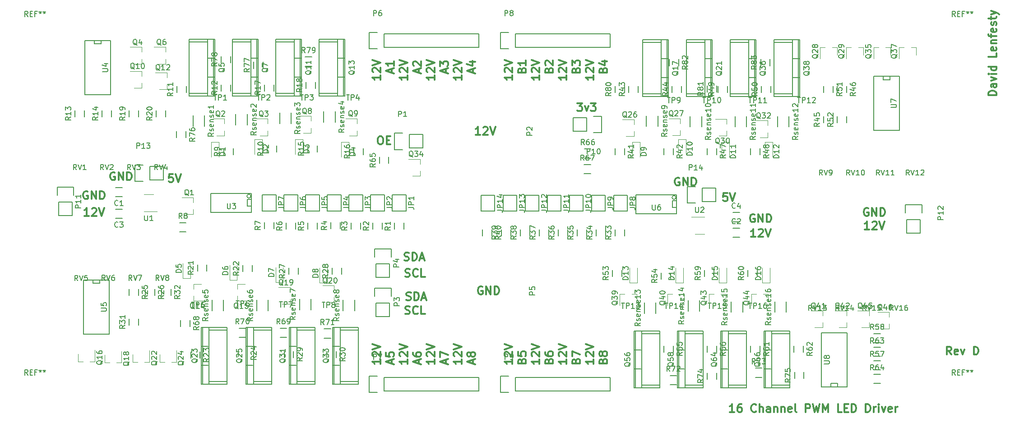
<source format=gbr>
G04 #@! TF.FileFunction,Legend,Top*
%FSLAX46Y46*%
G04 Gerber Fmt 4.6, Leading zero omitted, Abs format (unit mm)*
G04 Created by KiCad (PCBNEW 4.0.7) date 10/08/17 10:55:57*
%MOMM*%
%LPD*%
G01*
G04 APERTURE LIST*
%ADD10C,0.100000*%
%ADD11C,0.300000*%
%ADD12C,0.120000*%
%ADD13C,0.150000*%
G04 APERTURE END LIST*
D10*
D11*
X220051429Y-94658571D02*
X219194286Y-94658571D01*
X219622858Y-94658571D02*
X219622858Y-93158571D01*
X219480001Y-93372857D01*
X219337143Y-93515714D01*
X219194286Y-93587143D01*
X220622857Y-93301429D02*
X220694286Y-93230000D01*
X220837143Y-93158571D01*
X221194286Y-93158571D01*
X221337143Y-93230000D01*
X221408572Y-93301429D01*
X221480000Y-93444286D01*
X221480000Y-93587143D01*
X221408572Y-93801429D01*
X220551429Y-94658571D01*
X221480000Y-94658571D01*
X221908571Y-93158571D02*
X222408571Y-94658571D01*
X222908571Y-93158571D01*
X219837143Y-90690000D02*
X219694286Y-90618571D01*
X219480000Y-90618571D01*
X219265715Y-90690000D01*
X219122857Y-90832857D01*
X219051429Y-90975714D01*
X218980000Y-91261429D01*
X218980000Y-91475714D01*
X219051429Y-91761429D01*
X219122857Y-91904286D01*
X219265715Y-92047143D01*
X219480000Y-92118571D01*
X219622857Y-92118571D01*
X219837143Y-92047143D01*
X219908572Y-91975714D01*
X219908572Y-91475714D01*
X219622857Y-91475714D01*
X220551429Y-92118571D02*
X220551429Y-90618571D01*
X221408572Y-92118571D01*
X221408572Y-90618571D01*
X222122858Y-92118571D02*
X222122858Y-90618571D01*
X222480001Y-90618571D01*
X222694286Y-90690000D01*
X222837144Y-90832857D01*
X222908572Y-90975714D01*
X222980001Y-91261429D01*
X222980001Y-91475714D01*
X222908572Y-91761429D01*
X222837144Y-91904286D01*
X222694286Y-92047143D01*
X222480001Y-92118571D01*
X222122858Y-92118571D01*
X235418572Y-118153571D02*
X234918572Y-117439286D01*
X234561429Y-118153571D02*
X234561429Y-116653571D01*
X235132857Y-116653571D01*
X235275715Y-116725000D01*
X235347143Y-116796429D01*
X235418572Y-116939286D01*
X235418572Y-117153571D01*
X235347143Y-117296429D01*
X235275715Y-117367857D01*
X235132857Y-117439286D01*
X234561429Y-117439286D01*
X236632857Y-118082143D02*
X236490000Y-118153571D01*
X236204286Y-118153571D01*
X236061429Y-118082143D01*
X235990000Y-117939286D01*
X235990000Y-117367857D01*
X236061429Y-117225000D01*
X236204286Y-117153571D01*
X236490000Y-117153571D01*
X236632857Y-117225000D01*
X236704286Y-117367857D01*
X236704286Y-117510714D01*
X235990000Y-117653571D01*
X237204286Y-117153571D02*
X237561429Y-118153571D01*
X237918571Y-117153571D01*
X239632857Y-118153571D02*
X239632857Y-116653571D01*
X239990000Y-116653571D01*
X240204285Y-116725000D01*
X240347143Y-116867857D01*
X240418571Y-117010714D01*
X240490000Y-117296429D01*
X240490000Y-117510714D01*
X240418571Y-117796429D01*
X240347143Y-117939286D01*
X240204285Y-118082143D01*
X239990000Y-118153571D01*
X239632857Y-118153571D01*
X243883571Y-69452143D02*
X242383571Y-69452143D01*
X242383571Y-69095000D01*
X242455000Y-68880715D01*
X242597857Y-68737857D01*
X242740714Y-68666429D01*
X243026429Y-68595000D01*
X243240714Y-68595000D01*
X243526429Y-68666429D01*
X243669286Y-68737857D01*
X243812143Y-68880715D01*
X243883571Y-69095000D01*
X243883571Y-69452143D01*
X243883571Y-67309286D02*
X243097857Y-67309286D01*
X242955000Y-67380715D01*
X242883571Y-67523572D01*
X242883571Y-67809286D01*
X242955000Y-67952143D01*
X243812143Y-67309286D02*
X243883571Y-67452143D01*
X243883571Y-67809286D01*
X243812143Y-67952143D01*
X243669286Y-68023572D01*
X243526429Y-68023572D01*
X243383571Y-67952143D01*
X243312143Y-67809286D01*
X243312143Y-67452143D01*
X243240714Y-67309286D01*
X242883571Y-66737857D02*
X243883571Y-66380714D01*
X242883571Y-66023572D01*
X243883571Y-65452143D02*
X242883571Y-65452143D01*
X242383571Y-65452143D02*
X242455000Y-65523572D01*
X242526429Y-65452143D01*
X242455000Y-65380715D01*
X242383571Y-65452143D01*
X242526429Y-65452143D01*
X243883571Y-64095000D02*
X242383571Y-64095000D01*
X243812143Y-64095000D02*
X243883571Y-64237857D01*
X243883571Y-64523571D01*
X243812143Y-64666429D01*
X243740714Y-64737857D01*
X243597857Y-64809286D01*
X243169286Y-64809286D01*
X243026429Y-64737857D01*
X242955000Y-64666429D01*
X242883571Y-64523571D01*
X242883571Y-64237857D01*
X242955000Y-64095000D01*
X243883571Y-61523571D02*
X243883571Y-62237857D01*
X242383571Y-62237857D01*
X243812143Y-60452143D02*
X243883571Y-60595000D01*
X243883571Y-60880714D01*
X243812143Y-61023571D01*
X243669286Y-61095000D01*
X243097857Y-61095000D01*
X242955000Y-61023571D01*
X242883571Y-60880714D01*
X242883571Y-60595000D01*
X242955000Y-60452143D01*
X243097857Y-60380714D01*
X243240714Y-60380714D01*
X243383571Y-61095000D01*
X242883571Y-59737857D02*
X243883571Y-59737857D01*
X243026429Y-59737857D02*
X242955000Y-59666429D01*
X242883571Y-59523571D01*
X242883571Y-59309286D01*
X242955000Y-59166429D01*
X243097857Y-59095000D01*
X243883571Y-59095000D01*
X242883571Y-58595000D02*
X242883571Y-58023571D01*
X243883571Y-58380714D02*
X242597857Y-58380714D01*
X242455000Y-58309286D01*
X242383571Y-58166428D01*
X242383571Y-58023571D01*
X243812143Y-56952143D02*
X243883571Y-57095000D01*
X243883571Y-57380714D01*
X243812143Y-57523571D01*
X243669286Y-57595000D01*
X243097857Y-57595000D01*
X242955000Y-57523571D01*
X242883571Y-57380714D01*
X242883571Y-57095000D01*
X242955000Y-56952143D01*
X243097857Y-56880714D01*
X243240714Y-56880714D01*
X243383571Y-57595000D01*
X243812143Y-56309286D02*
X243883571Y-56166429D01*
X243883571Y-55880714D01*
X243812143Y-55737857D01*
X243669286Y-55666429D01*
X243597857Y-55666429D01*
X243455000Y-55737857D01*
X243383571Y-55880714D01*
X243383571Y-56095000D01*
X243312143Y-56237857D01*
X243169286Y-56309286D01*
X243097857Y-56309286D01*
X242955000Y-56237857D01*
X242883571Y-56095000D01*
X242883571Y-55880714D01*
X242955000Y-55737857D01*
X242883571Y-55237857D02*
X242883571Y-54666428D01*
X242383571Y-55023571D02*
X243669286Y-55023571D01*
X243812143Y-54952143D01*
X243883571Y-54809285D01*
X243883571Y-54666428D01*
X242883571Y-54309285D02*
X243883571Y-53952142D01*
X242883571Y-53595000D02*
X243883571Y-53952142D01*
X244240714Y-54095000D01*
X244312143Y-54166428D01*
X244383571Y-54309285D01*
X194728572Y-128948571D02*
X193871429Y-128948571D01*
X194300001Y-128948571D02*
X194300001Y-127448571D01*
X194157144Y-127662857D01*
X194014286Y-127805714D01*
X193871429Y-127877143D01*
X196014286Y-127448571D02*
X195728572Y-127448571D01*
X195585715Y-127520000D01*
X195514286Y-127591429D01*
X195371429Y-127805714D01*
X195300000Y-128091429D01*
X195300000Y-128662857D01*
X195371429Y-128805714D01*
X195442857Y-128877143D01*
X195585715Y-128948571D01*
X195871429Y-128948571D01*
X196014286Y-128877143D01*
X196085715Y-128805714D01*
X196157143Y-128662857D01*
X196157143Y-128305714D01*
X196085715Y-128162857D01*
X196014286Y-128091429D01*
X195871429Y-128020000D01*
X195585715Y-128020000D01*
X195442857Y-128091429D01*
X195371429Y-128162857D01*
X195300000Y-128305714D01*
X198800000Y-128805714D02*
X198728571Y-128877143D01*
X198514285Y-128948571D01*
X198371428Y-128948571D01*
X198157143Y-128877143D01*
X198014285Y-128734286D01*
X197942857Y-128591429D01*
X197871428Y-128305714D01*
X197871428Y-128091429D01*
X197942857Y-127805714D01*
X198014285Y-127662857D01*
X198157143Y-127520000D01*
X198371428Y-127448571D01*
X198514285Y-127448571D01*
X198728571Y-127520000D01*
X198800000Y-127591429D01*
X199442857Y-128948571D02*
X199442857Y-127448571D01*
X200085714Y-128948571D02*
X200085714Y-128162857D01*
X200014285Y-128020000D01*
X199871428Y-127948571D01*
X199657143Y-127948571D01*
X199514285Y-128020000D01*
X199442857Y-128091429D01*
X201442857Y-128948571D02*
X201442857Y-128162857D01*
X201371428Y-128020000D01*
X201228571Y-127948571D01*
X200942857Y-127948571D01*
X200800000Y-128020000D01*
X201442857Y-128877143D02*
X201300000Y-128948571D01*
X200942857Y-128948571D01*
X200800000Y-128877143D01*
X200728571Y-128734286D01*
X200728571Y-128591429D01*
X200800000Y-128448571D01*
X200942857Y-128377143D01*
X201300000Y-128377143D01*
X201442857Y-128305714D01*
X202157143Y-127948571D02*
X202157143Y-128948571D01*
X202157143Y-128091429D02*
X202228571Y-128020000D01*
X202371429Y-127948571D01*
X202585714Y-127948571D01*
X202728571Y-128020000D01*
X202800000Y-128162857D01*
X202800000Y-128948571D01*
X203514286Y-127948571D02*
X203514286Y-128948571D01*
X203514286Y-128091429D02*
X203585714Y-128020000D01*
X203728572Y-127948571D01*
X203942857Y-127948571D01*
X204085714Y-128020000D01*
X204157143Y-128162857D01*
X204157143Y-128948571D01*
X205442857Y-128877143D02*
X205300000Y-128948571D01*
X205014286Y-128948571D01*
X204871429Y-128877143D01*
X204800000Y-128734286D01*
X204800000Y-128162857D01*
X204871429Y-128020000D01*
X205014286Y-127948571D01*
X205300000Y-127948571D01*
X205442857Y-128020000D01*
X205514286Y-128162857D01*
X205514286Y-128305714D01*
X204800000Y-128448571D01*
X206371429Y-128948571D02*
X206228571Y-128877143D01*
X206157143Y-128734286D01*
X206157143Y-127448571D01*
X208085714Y-128948571D02*
X208085714Y-127448571D01*
X208657142Y-127448571D01*
X208800000Y-127520000D01*
X208871428Y-127591429D01*
X208942857Y-127734286D01*
X208942857Y-127948571D01*
X208871428Y-128091429D01*
X208800000Y-128162857D01*
X208657142Y-128234286D01*
X208085714Y-128234286D01*
X209442857Y-127448571D02*
X209800000Y-128948571D01*
X210085714Y-127877143D01*
X210371428Y-128948571D01*
X210728571Y-127448571D01*
X211300000Y-128948571D02*
X211300000Y-127448571D01*
X211800000Y-128520000D01*
X212300000Y-127448571D01*
X212300000Y-128948571D01*
X214871429Y-128948571D02*
X214157143Y-128948571D01*
X214157143Y-127448571D01*
X215371429Y-128162857D02*
X215871429Y-128162857D01*
X216085715Y-128948571D02*
X215371429Y-128948571D01*
X215371429Y-127448571D01*
X216085715Y-127448571D01*
X216728572Y-128948571D02*
X216728572Y-127448571D01*
X217085715Y-127448571D01*
X217300000Y-127520000D01*
X217442858Y-127662857D01*
X217514286Y-127805714D01*
X217585715Y-128091429D01*
X217585715Y-128305714D01*
X217514286Y-128591429D01*
X217442858Y-128734286D01*
X217300000Y-128877143D01*
X217085715Y-128948571D01*
X216728572Y-128948571D01*
X219371429Y-128948571D02*
X219371429Y-127448571D01*
X219728572Y-127448571D01*
X219942857Y-127520000D01*
X220085715Y-127662857D01*
X220157143Y-127805714D01*
X220228572Y-128091429D01*
X220228572Y-128305714D01*
X220157143Y-128591429D01*
X220085715Y-128734286D01*
X219942857Y-128877143D01*
X219728572Y-128948571D01*
X219371429Y-128948571D01*
X220871429Y-128948571D02*
X220871429Y-127948571D01*
X220871429Y-128234286D02*
X220942857Y-128091429D01*
X221014286Y-128020000D01*
X221157143Y-127948571D01*
X221300000Y-127948571D01*
X221800000Y-128948571D02*
X221800000Y-127948571D01*
X221800000Y-127448571D02*
X221728571Y-127520000D01*
X221800000Y-127591429D01*
X221871428Y-127520000D01*
X221800000Y-127448571D01*
X221800000Y-127591429D01*
X222371429Y-127948571D02*
X222728572Y-128948571D01*
X223085714Y-127948571D01*
X224228571Y-128877143D02*
X224085714Y-128948571D01*
X223800000Y-128948571D01*
X223657143Y-128877143D01*
X223585714Y-128734286D01*
X223585714Y-128162857D01*
X223657143Y-128020000D01*
X223800000Y-127948571D01*
X224085714Y-127948571D01*
X224228571Y-128020000D01*
X224300000Y-128162857D01*
X224300000Y-128305714D01*
X223585714Y-128448571D01*
X224942857Y-128948571D02*
X224942857Y-127948571D01*
X224942857Y-128234286D02*
X225014285Y-128091429D01*
X225085714Y-128020000D01*
X225228571Y-127948571D01*
X225371428Y-127948571D01*
X168318571Y-119038571D02*
X168318571Y-119895714D01*
X168318571Y-119467142D02*
X166818571Y-119467142D01*
X167032857Y-119609999D01*
X167175714Y-119752857D01*
X167247143Y-119895714D01*
X166961429Y-118467143D02*
X166890000Y-118395714D01*
X166818571Y-118252857D01*
X166818571Y-117895714D01*
X166890000Y-117752857D01*
X166961429Y-117681428D01*
X167104286Y-117610000D01*
X167247143Y-117610000D01*
X167461429Y-117681428D01*
X168318571Y-118538571D01*
X168318571Y-117610000D01*
X166818571Y-117181429D02*
X168318571Y-116681429D01*
X166818571Y-116181429D01*
X163238571Y-119038571D02*
X163238571Y-119895714D01*
X163238571Y-119467142D02*
X161738571Y-119467142D01*
X161952857Y-119609999D01*
X162095714Y-119752857D01*
X162167143Y-119895714D01*
X161881429Y-118467143D02*
X161810000Y-118395714D01*
X161738571Y-118252857D01*
X161738571Y-117895714D01*
X161810000Y-117752857D01*
X161881429Y-117681428D01*
X162024286Y-117610000D01*
X162167143Y-117610000D01*
X162381429Y-117681428D01*
X163238571Y-118538571D01*
X163238571Y-117610000D01*
X161738571Y-117181429D02*
X163238571Y-116681429D01*
X161738571Y-116181429D01*
X158158571Y-119038571D02*
X158158571Y-119895714D01*
X158158571Y-119467142D02*
X156658571Y-119467142D01*
X156872857Y-119609999D01*
X157015714Y-119752857D01*
X157087143Y-119895714D01*
X156801429Y-118467143D02*
X156730000Y-118395714D01*
X156658571Y-118252857D01*
X156658571Y-117895714D01*
X156730000Y-117752857D01*
X156801429Y-117681428D01*
X156944286Y-117610000D01*
X157087143Y-117610000D01*
X157301429Y-117681428D01*
X158158571Y-118538571D01*
X158158571Y-117610000D01*
X156658571Y-117181429D02*
X158158571Y-116681429D01*
X156658571Y-116181429D01*
X153078571Y-119038571D02*
X153078571Y-119895714D01*
X153078571Y-119467142D02*
X151578571Y-119467142D01*
X151792857Y-119609999D01*
X151935714Y-119752857D01*
X152007143Y-119895714D01*
X151721429Y-118467143D02*
X151650000Y-118395714D01*
X151578571Y-118252857D01*
X151578571Y-117895714D01*
X151650000Y-117752857D01*
X151721429Y-117681428D01*
X151864286Y-117610000D01*
X152007143Y-117610000D01*
X152221429Y-117681428D01*
X153078571Y-118538571D01*
X153078571Y-117610000D01*
X151578571Y-117181429D02*
X153078571Y-116681429D01*
X151578571Y-116181429D01*
X143553571Y-119038571D02*
X143553571Y-119895714D01*
X143553571Y-119467142D02*
X142053571Y-119467142D01*
X142267857Y-119609999D01*
X142410714Y-119752857D01*
X142482143Y-119895714D01*
X142196429Y-118467143D02*
X142125000Y-118395714D01*
X142053571Y-118252857D01*
X142053571Y-117895714D01*
X142125000Y-117752857D01*
X142196429Y-117681428D01*
X142339286Y-117610000D01*
X142482143Y-117610000D01*
X142696429Y-117681428D01*
X143553571Y-118538571D01*
X143553571Y-117610000D01*
X142053571Y-117181429D02*
X143553571Y-116681429D01*
X142053571Y-116181429D01*
X138473571Y-119038571D02*
X138473571Y-119895714D01*
X138473571Y-119467142D02*
X136973571Y-119467142D01*
X137187857Y-119609999D01*
X137330714Y-119752857D01*
X137402143Y-119895714D01*
X137116429Y-118467143D02*
X137045000Y-118395714D01*
X136973571Y-118252857D01*
X136973571Y-117895714D01*
X137045000Y-117752857D01*
X137116429Y-117681428D01*
X137259286Y-117610000D01*
X137402143Y-117610000D01*
X137616429Y-117681428D01*
X138473571Y-118538571D01*
X138473571Y-117610000D01*
X136973571Y-117181429D02*
X138473571Y-116681429D01*
X136973571Y-116181429D01*
X133393571Y-119038571D02*
X133393571Y-119895714D01*
X133393571Y-119467142D02*
X131893571Y-119467142D01*
X132107857Y-119609999D01*
X132250714Y-119752857D01*
X132322143Y-119895714D01*
X132036429Y-118467143D02*
X131965000Y-118395714D01*
X131893571Y-118252857D01*
X131893571Y-117895714D01*
X131965000Y-117752857D01*
X132036429Y-117681428D01*
X132179286Y-117610000D01*
X132322143Y-117610000D01*
X132536429Y-117681428D01*
X133393571Y-118538571D01*
X133393571Y-117610000D01*
X131893571Y-117181429D02*
X133393571Y-116681429D01*
X131893571Y-116181429D01*
X128313571Y-119038571D02*
X128313571Y-119895714D01*
X128313571Y-119467142D02*
X126813571Y-119467142D01*
X127027857Y-119609999D01*
X127170714Y-119752857D01*
X127242143Y-119895714D01*
X126956429Y-118467143D02*
X126885000Y-118395714D01*
X126813571Y-118252857D01*
X126813571Y-117895714D01*
X126885000Y-117752857D01*
X126956429Y-117681428D01*
X127099286Y-117610000D01*
X127242143Y-117610000D01*
X127456429Y-117681428D01*
X128313571Y-118538571D01*
X128313571Y-117610000D01*
X126813571Y-117181429D02*
X128313571Y-116681429D01*
X126813571Y-116181429D01*
X170072857Y-119352142D02*
X170144286Y-119137856D01*
X170215714Y-119066428D01*
X170358571Y-118994999D01*
X170572857Y-118994999D01*
X170715714Y-119066428D01*
X170787143Y-119137856D01*
X170858571Y-119280714D01*
X170858571Y-119852142D01*
X169358571Y-119852142D01*
X169358571Y-119352142D01*
X169430000Y-119209285D01*
X169501429Y-119137856D01*
X169644286Y-119066428D01*
X169787143Y-119066428D01*
X169930000Y-119137856D01*
X170001429Y-119209285D01*
X170072857Y-119352142D01*
X170072857Y-119852142D01*
X170001429Y-118137856D02*
X169930000Y-118280714D01*
X169858571Y-118352142D01*
X169715714Y-118423571D01*
X169644286Y-118423571D01*
X169501429Y-118352142D01*
X169430000Y-118280714D01*
X169358571Y-118137856D01*
X169358571Y-117852142D01*
X169430000Y-117709285D01*
X169501429Y-117637856D01*
X169644286Y-117566428D01*
X169715714Y-117566428D01*
X169858571Y-117637856D01*
X169930000Y-117709285D01*
X170001429Y-117852142D01*
X170001429Y-118137856D01*
X170072857Y-118280714D01*
X170144286Y-118352142D01*
X170287143Y-118423571D01*
X170572857Y-118423571D01*
X170715714Y-118352142D01*
X170787143Y-118280714D01*
X170858571Y-118137856D01*
X170858571Y-117852142D01*
X170787143Y-117709285D01*
X170715714Y-117637856D01*
X170572857Y-117566428D01*
X170287143Y-117566428D01*
X170144286Y-117637856D01*
X170072857Y-117709285D01*
X170001429Y-117852142D01*
X164992857Y-119352142D02*
X165064286Y-119137856D01*
X165135714Y-119066428D01*
X165278571Y-118994999D01*
X165492857Y-118994999D01*
X165635714Y-119066428D01*
X165707143Y-119137856D01*
X165778571Y-119280714D01*
X165778571Y-119852142D01*
X164278571Y-119852142D01*
X164278571Y-119352142D01*
X164350000Y-119209285D01*
X164421429Y-119137856D01*
X164564286Y-119066428D01*
X164707143Y-119066428D01*
X164850000Y-119137856D01*
X164921429Y-119209285D01*
X164992857Y-119352142D01*
X164992857Y-119852142D01*
X164278571Y-118494999D02*
X164278571Y-117494999D01*
X165778571Y-118137856D01*
X159912857Y-119352142D02*
X159984286Y-119137856D01*
X160055714Y-119066428D01*
X160198571Y-118994999D01*
X160412857Y-118994999D01*
X160555714Y-119066428D01*
X160627143Y-119137856D01*
X160698571Y-119280714D01*
X160698571Y-119852142D01*
X159198571Y-119852142D01*
X159198571Y-119352142D01*
X159270000Y-119209285D01*
X159341429Y-119137856D01*
X159484286Y-119066428D01*
X159627143Y-119066428D01*
X159770000Y-119137856D01*
X159841429Y-119209285D01*
X159912857Y-119352142D01*
X159912857Y-119852142D01*
X159198571Y-117709285D02*
X159198571Y-117994999D01*
X159270000Y-118137856D01*
X159341429Y-118209285D01*
X159555714Y-118352142D01*
X159841429Y-118423571D01*
X160412857Y-118423571D01*
X160555714Y-118352142D01*
X160627143Y-118280714D01*
X160698571Y-118137856D01*
X160698571Y-117852142D01*
X160627143Y-117709285D01*
X160555714Y-117637856D01*
X160412857Y-117566428D01*
X160055714Y-117566428D01*
X159912857Y-117637856D01*
X159841429Y-117709285D01*
X159770000Y-117852142D01*
X159770000Y-118137856D01*
X159841429Y-118280714D01*
X159912857Y-118352142D01*
X160055714Y-118423571D01*
X154832857Y-119352142D02*
X154904286Y-119137856D01*
X154975714Y-119066428D01*
X155118571Y-118994999D01*
X155332857Y-118994999D01*
X155475714Y-119066428D01*
X155547143Y-119137856D01*
X155618571Y-119280714D01*
X155618571Y-119852142D01*
X154118571Y-119852142D01*
X154118571Y-119352142D01*
X154190000Y-119209285D01*
X154261429Y-119137856D01*
X154404286Y-119066428D01*
X154547143Y-119066428D01*
X154690000Y-119137856D01*
X154761429Y-119209285D01*
X154832857Y-119352142D01*
X154832857Y-119852142D01*
X154118571Y-117637856D02*
X154118571Y-118352142D01*
X154832857Y-118423571D01*
X154761429Y-118352142D01*
X154690000Y-118209285D01*
X154690000Y-117852142D01*
X154761429Y-117709285D01*
X154832857Y-117637856D01*
X154975714Y-117566428D01*
X155332857Y-117566428D01*
X155475714Y-117637856D01*
X155547143Y-117709285D01*
X155618571Y-117852142D01*
X155618571Y-118209285D01*
X155547143Y-118352142D01*
X155475714Y-118423571D01*
X145665000Y-119816428D02*
X145665000Y-119102142D01*
X146093571Y-119959285D02*
X144593571Y-119459285D01*
X146093571Y-118959285D01*
X145236429Y-118244999D02*
X145165000Y-118387857D01*
X145093571Y-118459285D01*
X144950714Y-118530714D01*
X144879286Y-118530714D01*
X144736429Y-118459285D01*
X144665000Y-118387857D01*
X144593571Y-118244999D01*
X144593571Y-117959285D01*
X144665000Y-117816428D01*
X144736429Y-117744999D01*
X144879286Y-117673571D01*
X144950714Y-117673571D01*
X145093571Y-117744999D01*
X145165000Y-117816428D01*
X145236429Y-117959285D01*
X145236429Y-118244999D01*
X145307857Y-118387857D01*
X145379286Y-118459285D01*
X145522143Y-118530714D01*
X145807857Y-118530714D01*
X145950714Y-118459285D01*
X146022143Y-118387857D01*
X146093571Y-118244999D01*
X146093571Y-117959285D01*
X146022143Y-117816428D01*
X145950714Y-117744999D01*
X145807857Y-117673571D01*
X145522143Y-117673571D01*
X145379286Y-117744999D01*
X145307857Y-117816428D01*
X145236429Y-117959285D01*
X140585000Y-119816428D02*
X140585000Y-119102142D01*
X141013571Y-119959285D02*
X139513571Y-119459285D01*
X141013571Y-118959285D01*
X139513571Y-118602142D02*
X139513571Y-117602142D01*
X141013571Y-118244999D01*
X135505000Y-119816428D02*
X135505000Y-119102142D01*
X135933571Y-119959285D02*
X134433571Y-119459285D01*
X135933571Y-118959285D01*
X134433571Y-117816428D02*
X134433571Y-118102142D01*
X134505000Y-118244999D01*
X134576429Y-118316428D01*
X134790714Y-118459285D01*
X135076429Y-118530714D01*
X135647857Y-118530714D01*
X135790714Y-118459285D01*
X135862143Y-118387857D01*
X135933571Y-118244999D01*
X135933571Y-117959285D01*
X135862143Y-117816428D01*
X135790714Y-117744999D01*
X135647857Y-117673571D01*
X135290714Y-117673571D01*
X135147857Y-117744999D01*
X135076429Y-117816428D01*
X135005000Y-117959285D01*
X135005000Y-118244999D01*
X135076429Y-118387857D01*
X135147857Y-118459285D01*
X135290714Y-118530714D01*
X130425000Y-119816428D02*
X130425000Y-119102142D01*
X130853571Y-119959285D02*
X129353571Y-119459285D01*
X130853571Y-118959285D01*
X129353571Y-117744999D02*
X129353571Y-118459285D01*
X130067857Y-118530714D01*
X129996429Y-118459285D01*
X129925000Y-118316428D01*
X129925000Y-117959285D01*
X129996429Y-117816428D01*
X130067857Y-117744999D01*
X130210714Y-117673571D01*
X130567857Y-117673571D01*
X130710714Y-117744999D01*
X130782143Y-117816428D01*
X130853571Y-117959285D01*
X130853571Y-118316428D01*
X130782143Y-118459285D01*
X130710714Y-118530714D01*
X170072857Y-64742142D02*
X170144286Y-64527856D01*
X170215714Y-64456428D01*
X170358571Y-64384999D01*
X170572857Y-64384999D01*
X170715714Y-64456428D01*
X170787143Y-64527856D01*
X170858571Y-64670714D01*
X170858571Y-65242142D01*
X169358571Y-65242142D01*
X169358571Y-64742142D01*
X169430000Y-64599285D01*
X169501429Y-64527856D01*
X169644286Y-64456428D01*
X169787143Y-64456428D01*
X169930000Y-64527856D01*
X170001429Y-64599285D01*
X170072857Y-64742142D01*
X170072857Y-65242142D01*
X169858571Y-63099285D02*
X170858571Y-63099285D01*
X169287143Y-63456428D02*
X170358571Y-63813571D01*
X170358571Y-62884999D01*
X164992857Y-64742142D02*
X165064286Y-64527856D01*
X165135714Y-64456428D01*
X165278571Y-64384999D01*
X165492857Y-64384999D01*
X165635714Y-64456428D01*
X165707143Y-64527856D01*
X165778571Y-64670714D01*
X165778571Y-65242142D01*
X164278571Y-65242142D01*
X164278571Y-64742142D01*
X164350000Y-64599285D01*
X164421429Y-64527856D01*
X164564286Y-64456428D01*
X164707143Y-64456428D01*
X164850000Y-64527856D01*
X164921429Y-64599285D01*
X164992857Y-64742142D01*
X164992857Y-65242142D01*
X164278571Y-63884999D02*
X164278571Y-62956428D01*
X164850000Y-63456428D01*
X164850000Y-63242142D01*
X164921429Y-63099285D01*
X164992857Y-63027856D01*
X165135714Y-62956428D01*
X165492857Y-62956428D01*
X165635714Y-63027856D01*
X165707143Y-63099285D01*
X165778571Y-63242142D01*
X165778571Y-63670714D01*
X165707143Y-63813571D01*
X165635714Y-63884999D01*
X159912857Y-64742142D02*
X159984286Y-64527856D01*
X160055714Y-64456428D01*
X160198571Y-64384999D01*
X160412857Y-64384999D01*
X160555714Y-64456428D01*
X160627143Y-64527856D01*
X160698571Y-64670714D01*
X160698571Y-65242142D01*
X159198571Y-65242142D01*
X159198571Y-64742142D01*
X159270000Y-64599285D01*
X159341429Y-64527856D01*
X159484286Y-64456428D01*
X159627143Y-64456428D01*
X159770000Y-64527856D01*
X159841429Y-64599285D01*
X159912857Y-64742142D01*
X159912857Y-65242142D01*
X159341429Y-63813571D02*
X159270000Y-63742142D01*
X159198571Y-63599285D01*
X159198571Y-63242142D01*
X159270000Y-63099285D01*
X159341429Y-63027856D01*
X159484286Y-62956428D01*
X159627143Y-62956428D01*
X159841429Y-63027856D01*
X160698571Y-63884999D01*
X160698571Y-62956428D01*
X154832857Y-64742142D02*
X154904286Y-64527856D01*
X154975714Y-64456428D01*
X155118571Y-64384999D01*
X155332857Y-64384999D01*
X155475714Y-64456428D01*
X155547143Y-64527856D01*
X155618571Y-64670714D01*
X155618571Y-65242142D01*
X154118571Y-65242142D01*
X154118571Y-64742142D01*
X154190000Y-64599285D01*
X154261429Y-64527856D01*
X154404286Y-64456428D01*
X154547143Y-64456428D01*
X154690000Y-64527856D01*
X154761429Y-64599285D01*
X154832857Y-64742142D01*
X154832857Y-65242142D01*
X155618571Y-62956428D02*
X155618571Y-63813571D01*
X155618571Y-63384999D02*
X154118571Y-63384999D01*
X154332857Y-63527856D01*
X154475714Y-63670714D01*
X154547143Y-63813571D01*
X145665000Y-65206428D02*
X145665000Y-64492142D01*
X146093571Y-65349285D02*
X144593571Y-64849285D01*
X146093571Y-64349285D01*
X145093571Y-63206428D02*
X146093571Y-63206428D01*
X144522143Y-63563571D02*
X145593571Y-63920714D01*
X145593571Y-62992142D01*
X140585000Y-65206428D02*
X140585000Y-64492142D01*
X141013571Y-65349285D02*
X139513571Y-64849285D01*
X141013571Y-64349285D01*
X139513571Y-63992142D02*
X139513571Y-63063571D01*
X140085000Y-63563571D01*
X140085000Y-63349285D01*
X140156429Y-63206428D01*
X140227857Y-63134999D01*
X140370714Y-63063571D01*
X140727857Y-63063571D01*
X140870714Y-63134999D01*
X140942143Y-63206428D01*
X141013571Y-63349285D01*
X141013571Y-63777857D01*
X140942143Y-63920714D01*
X140870714Y-63992142D01*
X135505000Y-65206428D02*
X135505000Y-64492142D01*
X135933571Y-65349285D02*
X134433571Y-64849285D01*
X135933571Y-64349285D01*
X134576429Y-63920714D02*
X134505000Y-63849285D01*
X134433571Y-63706428D01*
X134433571Y-63349285D01*
X134505000Y-63206428D01*
X134576429Y-63134999D01*
X134719286Y-63063571D01*
X134862143Y-63063571D01*
X135076429Y-63134999D01*
X135933571Y-63992142D01*
X135933571Y-63063571D01*
X130425000Y-65206428D02*
X130425000Y-64492142D01*
X130853571Y-65349285D02*
X129353571Y-64849285D01*
X130853571Y-64349285D01*
X130853571Y-63063571D02*
X130853571Y-63920714D01*
X130853571Y-63492142D02*
X129353571Y-63492142D01*
X129567857Y-63634999D01*
X129710714Y-63777857D01*
X129782143Y-63920714D01*
X163238571Y-65698571D02*
X163238571Y-66555714D01*
X163238571Y-66127142D02*
X161738571Y-66127142D01*
X161952857Y-66269999D01*
X162095714Y-66412857D01*
X162167143Y-66555714D01*
X161881429Y-65127143D02*
X161810000Y-65055714D01*
X161738571Y-64912857D01*
X161738571Y-64555714D01*
X161810000Y-64412857D01*
X161881429Y-64341428D01*
X162024286Y-64270000D01*
X162167143Y-64270000D01*
X162381429Y-64341428D01*
X163238571Y-65198571D01*
X163238571Y-64270000D01*
X161738571Y-63841429D02*
X163238571Y-63341429D01*
X161738571Y-62841429D01*
X158158571Y-65698571D02*
X158158571Y-66555714D01*
X158158571Y-66127142D02*
X156658571Y-66127142D01*
X156872857Y-66269999D01*
X157015714Y-66412857D01*
X157087143Y-66555714D01*
X156801429Y-65127143D02*
X156730000Y-65055714D01*
X156658571Y-64912857D01*
X156658571Y-64555714D01*
X156730000Y-64412857D01*
X156801429Y-64341428D01*
X156944286Y-64270000D01*
X157087143Y-64270000D01*
X157301429Y-64341428D01*
X158158571Y-65198571D01*
X158158571Y-64270000D01*
X156658571Y-63841429D02*
X158158571Y-63341429D01*
X156658571Y-62841429D01*
X138473571Y-65698571D02*
X138473571Y-66555714D01*
X138473571Y-66127142D02*
X136973571Y-66127142D01*
X137187857Y-66269999D01*
X137330714Y-66412857D01*
X137402143Y-66555714D01*
X137116429Y-65127143D02*
X137045000Y-65055714D01*
X136973571Y-64912857D01*
X136973571Y-64555714D01*
X137045000Y-64412857D01*
X137116429Y-64341428D01*
X137259286Y-64270000D01*
X137402143Y-64270000D01*
X137616429Y-64341428D01*
X138473571Y-65198571D01*
X138473571Y-64270000D01*
X136973571Y-63841429D02*
X138473571Y-63341429D01*
X136973571Y-62841429D01*
X133393571Y-65698571D02*
X133393571Y-66555714D01*
X133393571Y-66127142D02*
X131893571Y-66127142D01*
X132107857Y-66269999D01*
X132250714Y-66412857D01*
X132322143Y-66555714D01*
X132036429Y-65127143D02*
X131965000Y-65055714D01*
X131893571Y-64912857D01*
X131893571Y-64555714D01*
X131965000Y-64412857D01*
X132036429Y-64341428D01*
X132179286Y-64270000D01*
X132322143Y-64270000D01*
X132536429Y-64341428D01*
X133393571Y-65198571D01*
X133393571Y-64270000D01*
X131893571Y-63841429D02*
X133393571Y-63341429D01*
X131893571Y-62841429D01*
X168318571Y-65698571D02*
X168318571Y-66555714D01*
X168318571Y-66127142D02*
X166818571Y-66127142D01*
X167032857Y-66269999D01*
X167175714Y-66412857D01*
X167247143Y-66555714D01*
X166961429Y-65127143D02*
X166890000Y-65055714D01*
X166818571Y-64912857D01*
X166818571Y-64555714D01*
X166890000Y-64412857D01*
X166961429Y-64341428D01*
X167104286Y-64270000D01*
X167247143Y-64270000D01*
X167461429Y-64341428D01*
X168318571Y-65198571D01*
X168318571Y-64270000D01*
X166818571Y-63841429D02*
X168318571Y-63341429D01*
X166818571Y-62841429D01*
X153078571Y-65698571D02*
X153078571Y-66555714D01*
X153078571Y-66127142D02*
X151578571Y-66127142D01*
X151792857Y-66269999D01*
X151935714Y-66412857D01*
X152007143Y-66555714D01*
X151721429Y-65127143D02*
X151650000Y-65055714D01*
X151578571Y-64912857D01*
X151578571Y-64555714D01*
X151650000Y-64412857D01*
X151721429Y-64341428D01*
X151864286Y-64270000D01*
X152007143Y-64270000D01*
X152221429Y-64341428D01*
X153078571Y-65198571D01*
X153078571Y-64270000D01*
X151578571Y-63841429D02*
X153078571Y-63341429D01*
X151578571Y-62841429D01*
X143553571Y-65698571D02*
X143553571Y-66555714D01*
X143553571Y-66127142D02*
X142053571Y-66127142D01*
X142267857Y-66269999D01*
X142410714Y-66412857D01*
X142482143Y-66555714D01*
X142196429Y-65127143D02*
X142125000Y-65055714D01*
X142053571Y-64912857D01*
X142053571Y-64555714D01*
X142125000Y-64412857D01*
X142196429Y-64341428D01*
X142339286Y-64270000D01*
X142482143Y-64270000D01*
X142696429Y-64341428D01*
X143553571Y-65198571D01*
X143553571Y-64270000D01*
X142053571Y-63841429D02*
X143553571Y-63341429D01*
X142053571Y-62841429D01*
X128313571Y-65698571D02*
X128313571Y-66555714D01*
X128313571Y-66127142D02*
X126813571Y-66127142D01*
X127027857Y-66269999D01*
X127170714Y-66412857D01*
X127242143Y-66555714D01*
X126956429Y-65127143D02*
X126885000Y-65055714D01*
X126813571Y-64912857D01*
X126813571Y-64555714D01*
X126885000Y-64412857D01*
X126956429Y-64341428D01*
X127099286Y-64270000D01*
X127242143Y-64270000D01*
X127456429Y-64341428D01*
X128313571Y-65198571D01*
X128313571Y-64270000D01*
X126813571Y-63841429D02*
X128313571Y-63341429D01*
X126813571Y-62841429D01*
X165219287Y-70933571D02*
X166147858Y-70933571D01*
X165647858Y-71505000D01*
X165862144Y-71505000D01*
X166005001Y-71576429D01*
X166076430Y-71647857D01*
X166147858Y-71790714D01*
X166147858Y-72147857D01*
X166076430Y-72290714D01*
X166005001Y-72362143D01*
X165862144Y-72433571D01*
X165433572Y-72433571D01*
X165290715Y-72362143D01*
X165219287Y-72290714D01*
X166647858Y-71433571D02*
X167005001Y-72433571D01*
X167362143Y-71433571D01*
X167790715Y-70933571D02*
X168719286Y-70933571D01*
X168219286Y-71505000D01*
X168433572Y-71505000D01*
X168576429Y-71576429D01*
X168647858Y-71647857D01*
X168719286Y-71790714D01*
X168719286Y-72147857D01*
X168647858Y-72290714D01*
X168576429Y-72362143D01*
X168433572Y-72433571D01*
X168005000Y-72433571D01*
X167862143Y-72362143D01*
X167790715Y-72290714D01*
X132961286Y-110462143D02*
X133175572Y-110533571D01*
X133532715Y-110533571D01*
X133675572Y-110462143D01*
X133747001Y-110390714D01*
X133818429Y-110247857D01*
X133818429Y-110105000D01*
X133747001Y-109962143D01*
X133675572Y-109890714D01*
X133532715Y-109819286D01*
X133247001Y-109747857D01*
X133104143Y-109676429D01*
X133032715Y-109605000D01*
X132961286Y-109462143D01*
X132961286Y-109319286D01*
X133032715Y-109176429D01*
X133104143Y-109105000D01*
X133247001Y-109033571D01*
X133604143Y-109033571D01*
X133818429Y-109105000D01*
X135318429Y-110390714D02*
X135247000Y-110462143D01*
X135032714Y-110533571D01*
X134889857Y-110533571D01*
X134675572Y-110462143D01*
X134532714Y-110319286D01*
X134461286Y-110176429D01*
X134389857Y-109890714D01*
X134389857Y-109676429D01*
X134461286Y-109390714D01*
X134532714Y-109247857D01*
X134675572Y-109105000D01*
X134889857Y-109033571D01*
X135032714Y-109033571D01*
X135247000Y-109105000D01*
X135318429Y-109176429D01*
X136675572Y-110533571D02*
X135961286Y-110533571D01*
X135961286Y-109033571D01*
X133178572Y-107857143D02*
X133392858Y-107928571D01*
X133750001Y-107928571D01*
X133892858Y-107857143D01*
X133964287Y-107785714D01*
X134035715Y-107642857D01*
X134035715Y-107500000D01*
X133964287Y-107357143D01*
X133892858Y-107285714D01*
X133750001Y-107214286D01*
X133464287Y-107142857D01*
X133321429Y-107071429D01*
X133250001Y-107000000D01*
X133178572Y-106857143D01*
X133178572Y-106714286D01*
X133250001Y-106571429D01*
X133321429Y-106500000D01*
X133464287Y-106428571D01*
X133821429Y-106428571D01*
X134035715Y-106500000D01*
X134678572Y-107928571D02*
X134678572Y-106428571D01*
X135035715Y-106428571D01*
X135250000Y-106500000D01*
X135392858Y-106642857D01*
X135464286Y-106785714D01*
X135535715Y-107071429D01*
X135535715Y-107285714D01*
X135464286Y-107571429D01*
X135392858Y-107714286D01*
X135250000Y-107857143D01*
X135035715Y-107928571D01*
X134678572Y-107928571D01*
X136107143Y-107500000D02*
X136821429Y-107500000D01*
X135964286Y-107928571D02*
X136464286Y-106428571D01*
X136964286Y-107928571D01*
X132961286Y-103477143D02*
X133175572Y-103548571D01*
X133532715Y-103548571D01*
X133675572Y-103477143D01*
X133747001Y-103405714D01*
X133818429Y-103262857D01*
X133818429Y-103120000D01*
X133747001Y-102977143D01*
X133675572Y-102905714D01*
X133532715Y-102834286D01*
X133247001Y-102762857D01*
X133104143Y-102691429D01*
X133032715Y-102620000D01*
X132961286Y-102477143D01*
X132961286Y-102334286D01*
X133032715Y-102191429D01*
X133104143Y-102120000D01*
X133247001Y-102048571D01*
X133604143Y-102048571D01*
X133818429Y-102120000D01*
X135318429Y-103405714D02*
X135247000Y-103477143D01*
X135032714Y-103548571D01*
X134889857Y-103548571D01*
X134675572Y-103477143D01*
X134532714Y-103334286D01*
X134461286Y-103191429D01*
X134389857Y-102905714D01*
X134389857Y-102691429D01*
X134461286Y-102405714D01*
X134532714Y-102262857D01*
X134675572Y-102120000D01*
X134889857Y-102048571D01*
X135032714Y-102048571D01*
X135247000Y-102120000D01*
X135318429Y-102191429D01*
X136675572Y-103548571D02*
X135961286Y-103548571D01*
X135961286Y-102048571D01*
X132798572Y-100429143D02*
X133012858Y-100500571D01*
X133370001Y-100500571D01*
X133512858Y-100429143D01*
X133584287Y-100357714D01*
X133655715Y-100214857D01*
X133655715Y-100072000D01*
X133584287Y-99929143D01*
X133512858Y-99857714D01*
X133370001Y-99786286D01*
X133084287Y-99714857D01*
X132941429Y-99643429D01*
X132870001Y-99572000D01*
X132798572Y-99429143D01*
X132798572Y-99286286D01*
X132870001Y-99143429D01*
X132941429Y-99072000D01*
X133084287Y-99000571D01*
X133441429Y-99000571D01*
X133655715Y-99072000D01*
X134298572Y-100500571D02*
X134298572Y-99000571D01*
X134655715Y-99000571D01*
X134870000Y-99072000D01*
X135012858Y-99214857D01*
X135084286Y-99357714D01*
X135155715Y-99643429D01*
X135155715Y-99857714D01*
X135084286Y-100143429D01*
X135012858Y-100286286D01*
X134870000Y-100429143D01*
X134655715Y-100500571D01*
X134298572Y-100500571D01*
X135727143Y-100072000D02*
X136441429Y-100072000D01*
X135584286Y-100500571D02*
X136084286Y-99000571D01*
X136584286Y-100500571D01*
X147026429Y-76878571D02*
X146169286Y-76878571D01*
X146597858Y-76878571D02*
X146597858Y-75378571D01*
X146455001Y-75592857D01*
X146312143Y-75735714D01*
X146169286Y-75807143D01*
X147597857Y-75521429D02*
X147669286Y-75450000D01*
X147812143Y-75378571D01*
X148169286Y-75378571D01*
X148312143Y-75450000D01*
X148383572Y-75521429D01*
X148455000Y-75664286D01*
X148455000Y-75807143D01*
X148383572Y-76021429D01*
X147526429Y-76878571D01*
X148455000Y-76878571D01*
X148883571Y-75378571D02*
X149383571Y-76878571D01*
X149883571Y-75378571D01*
X147447143Y-105422000D02*
X147304286Y-105350571D01*
X147090000Y-105350571D01*
X146875715Y-105422000D01*
X146732857Y-105564857D01*
X146661429Y-105707714D01*
X146590000Y-105993429D01*
X146590000Y-106207714D01*
X146661429Y-106493429D01*
X146732857Y-106636286D01*
X146875715Y-106779143D01*
X147090000Y-106850571D01*
X147232857Y-106850571D01*
X147447143Y-106779143D01*
X147518572Y-106707714D01*
X147518572Y-106207714D01*
X147232857Y-106207714D01*
X148161429Y-106850571D02*
X148161429Y-105350571D01*
X149018572Y-106850571D01*
X149018572Y-105350571D01*
X149732858Y-106850571D02*
X149732858Y-105350571D01*
X150090001Y-105350571D01*
X150304286Y-105422000D01*
X150447144Y-105564857D01*
X150518572Y-105707714D01*
X150590001Y-105993429D01*
X150590001Y-106207714D01*
X150518572Y-106493429D01*
X150447144Y-106636286D01*
X150304286Y-106779143D01*
X150090001Y-106850571D01*
X149732858Y-106850571D01*
X128178571Y-77178571D02*
X128464285Y-77178571D01*
X128607143Y-77250000D01*
X128750000Y-77392857D01*
X128821428Y-77678571D01*
X128821428Y-78178571D01*
X128750000Y-78464286D01*
X128607143Y-78607143D01*
X128464285Y-78678571D01*
X128178571Y-78678571D01*
X128035714Y-78607143D01*
X127892857Y-78464286D01*
X127821428Y-78178571D01*
X127821428Y-77678571D01*
X127892857Y-77392857D01*
X128035714Y-77250000D01*
X128178571Y-77178571D01*
X129464286Y-77892857D02*
X129964286Y-77892857D01*
X130178572Y-78678571D02*
X129464286Y-78678571D01*
X129464286Y-77178571D01*
X130178572Y-77178571D01*
X184404143Y-84975000D02*
X184261286Y-84903571D01*
X184047000Y-84903571D01*
X183832715Y-84975000D01*
X183689857Y-85117857D01*
X183618429Y-85260714D01*
X183547000Y-85546429D01*
X183547000Y-85760714D01*
X183618429Y-86046429D01*
X183689857Y-86189286D01*
X183832715Y-86332143D01*
X184047000Y-86403571D01*
X184189857Y-86403571D01*
X184404143Y-86332143D01*
X184475572Y-86260714D01*
X184475572Y-85760714D01*
X184189857Y-85760714D01*
X185118429Y-86403571D02*
X185118429Y-84903571D01*
X185975572Y-86403571D01*
X185975572Y-84903571D01*
X186689858Y-86403571D02*
X186689858Y-84903571D01*
X187047001Y-84903571D01*
X187261286Y-84975000D01*
X187404144Y-85117857D01*
X187475572Y-85260714D01*
X187547001Y-85546429D01*
X187547001Y-85760714D01*
X187475572Y-86046429D01*
X187404144Y-86189286D01*
X187261286Y-86332143D01*
X187047001Y-86403571D01*
X186689858Y-86403571D01*
X193389287Y-87824571D02*
X192675001Y-87824571D01*
X192603572Y-88538857D01*
X192675001Y-88467429D01*
X192817858Y-88396000D01*
X193175001Y-88396000D01*
X193317858Y-88467429D01*
X193389287Y-88538857D01*
X193460715Y-88681714D01*
X193460715Y-89038857D01*
X193389287Y-89181714D01*
X193317858Y-89253143D01*
X193175001Y-89324571D01*
X192817858Y-89324571D01*
X192675001Y-89253143D01*
X192603572Y-89181714D01*
X193889286Y-87824571D02*
X194389286Y-89324571D01*
X194889286Y-87824571D01*
X89376287Y-84268571D02*
X88662001Y-84268571D01*
X88590572Y-84982857D01*
X88662001Y-84911429D01*
X88804858Y-84840000D01*
X89162001Y-84840000D01*
X89304858Y-84911429D01*
X89376287Y-84982857D01*
X89447715Y-85125714D01*
X89447715Y-85482857D01*
X89376287Y-85625714D01*
X89304858Y-85697143D01*
X89162001Y-85768571D01*
X88804858Y-85768571D01*
X88662001Y-85697143D01*
X88590572Y-85625714D01*
X89876286Y-84268571D02*
X90376286Y-85768571D01*
X90876286Y-84268571D01*
X78486143Y-83959000D02*
X78343286Y-83887571D01*
X78129000Y-83887571D01*
X77914715Y-83959000D01*
X77771857Y-84101857D01*
X77700429Y-84244714D01*
X77629000Y-84530429D01*
X77629000Y-84744714D01*
X77700429Y-85030429D01*
X77771857Y-85173286D01*
X77914715Y-85316143D01*
X78129000Y-85387571D01*
X78271857Y-85387571D01*
X78486143Y-85316143D01*
X78557572Y-85244714D01*
X78557572Y-84744714D01*
X78271857Y-84744714D01*
X79200429Y-85387571D02*
X79200429Y-83887571D01*
X80057572Y-85387571D01*
X80057572Y-83887571D01*
X80771858Y-85387571D02*
X80771858Y-83887571D01*
X81129001Y-83887571D01*
X81343286Y-83959000D01*
X81486144Y-84101857D01*
X81557572Y-84244714D01*
X81629001Y-84530429D01*
X81629001Y-84744714D01*
X81557572Y-85030429D01*
X81486144Y-85173286D01*
X81343286Y-85316143D01*
X81129001Y-85387571D01*
X80771858Y-85387571D01*
X198715429Y-96055571D02*
X197858286Y-96055571D01*
X198286858Y-96055571D02*
X198286858Y-94555571D01*
X198144001Y-94769857D01*
X198001143Y-94912714D01*
X197858286Y-94984143D01*
X199286857Y-94698429D02*
X199358286Y-94627000D01*
X199501143Y-94555571D01*
X199858286Y-94555571D01*
X200001143Y-94627000D01*
X200072572Y-94698429D01*
X200144000Y-94841286D01*
X200144000Y-94984143D01*
X200072572Y-95198429D01*
X199215429Y-96055571D01*
X200144000Y-96055571D01*
X200572571Y-94555571D02*
X201072571Y-96055571D01*
X201572571Y-94555571D01*
X198501143Y-91833000D02*
X198358286Y-91761571D01*
X198144000Y-91761571D01*
X197929715Y-91833000D01*
X197786857Y-91975857D01*
X197715429Y-92118714D01*
X197644000Y-92404429D01*
X197644000Y-92618714D01*
X197715429Y-92904429D01*
X197786857Y-93047286D01*
X197929715Y-93190143D01*
X198144000Y-93261571D01*
X198286857Y-93261571D01*
X198501143Y-93190143D01*
X198572572Y-93118714D01*
X198572572Y-92618714D01*
X198286857Y-92618714D01*
X199215429Y-93261571D02*
X199215429Y-91761571D01*
X200072572Y-93261571D01*
X200072572Y-91761571D01*
X200786858Y-93261571D02*
X200786858Y-91761571D01*
X201144001Y-91761571D01*
X201358286Y-91833000D01*
X201501144Y-91975857D01*
X201572572Y-92118714D01*
X201644001Y-92404429D01*
X201644001Y-92618714D01*
X201572572Y-92904429D01*
X201501144Y-93047286D01*
X201358286Y-93190143D01*
X201144001Y-93261571D01*
X200786858Y-93261571D01*
X73620429Y-92118571D02*
X72763286Y-92118571D01*
X73191858Y-92118571D02*
X73191858Y-90618571D01*
X73049001Y-90832857D01*
X72906143Y-90975714D01*
X72763286Y-91047143D01*
X74191857Y-90761429D02*
X74263286Y-90690000D01*
X74406143Y-90618571D01*
X74763286Y-90618571D01*
X74906143Y-90690000D01*
X74977572Y-90761429D01*
X75049000Y-90904286D01*
X75049000Y-91047143D01*
X74977572Y-91261429D01*
X74120429Y-92118571D01*
X75049000Y-92118571D01*
X75477571Y-90618571D02*
X75977571Y-92118571D01*
X76477571Y-90618571D01*
X73406143Y-87515000D02*
X73263286Y-87443571D01*
X73049000Y-87443571D01*
X72834715Y-87515000D01*
X72691857Y-87657857D01*
X72620429Y-87800714D01*
X72549000Y-88086429D01*
X72549000Y-88300714D01*
X72620429Y-88586429D01*
X72691857Y-88729286D01*
X72834715Y-88872143D01*
X73049000Y-88943571D01*
X73191857Y-88943571D01*
X73406143Y-88872143D01*
X73477572Y-88800714D01*
X73477572Y-88300714D01*
X73191857Y-88300714D01*
X74120429Y-88943571D02*
X74120429Y-87443571D01*
X74977572Y-88943571D01*
X74977572Y-87443571D01*
X75691858Y-88943571D02*
X75691858Y-87443571D01*
X76049001Y-87443571D01*
X76263286Y-87515000D01*
X76406144Y-87657857D01*
X76477572Y-87800714D01*
X76549001Y-88086429D01*
X76549001Y-88300714D01*
X76477572Y-88586429D01*
X76406144Y-88729286D01*
X76263286Y-88872143D01*
X76049001Y-88943571D01*
X75691858Y-88943571D01*
D12*
X184560000Y-76980000D02*
X184560000Y-76050000D01*
X184560000Y-73820000D02*
X184560000Y-74750000D01*
X184560000Y-73820000D02*
X182400000Y-73820000D01*
X184560000Y-76980000D02*
X183100000Y-76980000D01*
X119632000Y-108330000D02*
X119632000Y-107400000D01*
X119632000Y-105170000D02*
X119632000Y-106100000D01*
X119632000Y-105170000D02*
X117472000Y-105170000D01*
X119632000Y-108330000D02*
X118172000Y-108330000D01*
X215760000Y-113080000D02*
X215760000Y-112150000D01*
X215760000Y-109920000D02*
X215760000Y-110850000D01*
X215760000Y-109920000D02*
X213600000Y-109920000D01*
X215760000Y-113080000D02*
X214300000Y-113080000D01*
X88010000Y-63580000D02*
X88010000Y-62650000D01*
X88010000Y-60420000D02*
X88010000Y-61350000D01*
X88010000Y-60420000D02*
X85850000Y-60420000D01*
X88010000Y-63580000D02*
X86550000Y-63580000D01*
D13*
X104013000Y-69088000D02*
X100584000Y-69088000D01*
X104013000Y-59436000D02*
X100584000Y-59436000D01*
X105156000Y-69596000D02*
X105156000Y-58928000D01*
X104140000Y-66040000D02*
X105410000Y-66040000D01*
X104140000Y-62484000D02*
X105410000Y-62484000D01*
X104013000Y-58928000D02*
X104013000Y-69596000D01*
X100584000Y-69596000D02*
X100584000Y-58928000D01*
X105410000Y-58928000D02*
X100584000Y-58928000D01*
X105410000Y-69596000D02*
X100584000Y-69596000D01*
X105410000Y-69596000D02*
X105410000Y-58928000D01*
X112141000Y-69088000D02*
X108712000Y-69088000D01*
X112141000Y-59436000D02*
X108712000Y-59436000D01*
X113284000Y-69596000D02*
X113284000Y-58928000D01*
X112268000Y-66040000D02*
X113538000Y-66040000D01*
X112268000Y-62484000D02*
X113538000Y-62484000D01*
X112141000Y-58928000D02*
X112141000Y-69596000D01*
X108712000Y-69596000D02*
X108712000Y-58928000D01*
X113538000Y-58928000D02*
X108712000Y-58928000D01*
X113538000Y-69596000D02*
X108712000Y-69596000D01*
X113538000Y-69596000D02*
X113538000Y-58928000D01*
X95885000Y-69088000D02*
X92456000Y-69088000D01*
X95885000Y-59436000D02*
X92456000Y-59436000D01*
X97028000Y-69596000D02*
X97028000Y-58928000D01*
X96012000Y-66040000D02*
X97282000Y-66040000D01*
X96012000Y-62484000D02*
X97282000Y-62484000D01*
X95885000Y-58928000D02*
X95885000Y-69596000D01*
X92456000Y-69596000D02*
X92456000Y-58928000D01*
X97282000Y-58928000D02*
X92456000Y-58928000D01*
X97282000Y-69596000D02*
X92456000Y-69596000D01*
X97282000Y-69596000D02*
X97282000Y-58928000D01*
X87997000Y-72298000D02*
X87997000Y-73498000D01*
X86247000Y-73498000D02*
X86247000Y-72298000D01*
X72757000Y-72298000D02*
X72757000Y-73498000D01*
X71007000Y-73498000D02*
X71007000Y-72298000D01*
X77837000Y-72298000D02*
X77837000Y-73498000D01*
X76087000Y-73498000D02*
X76087000Y-72298000D01*
X82917000Y-72298000D02*
X82917000Y-73498000D01*
X81167000Y-73498000D02*
X81167000Y-72298000D01*
D12*
X83510000Y-63580000D02*
X83510000Y-62650000D01*
X83510000Y-60420000D02*
X83510000Y-61350000D01*
X83510000Y-60420000D02*
X81350000Y-60420000D01*
X83510000Y-63580000D02*
X82050000Y-63580000D01*
D13*
X77724000Y-69342000D02*
X72898000Y-69342000D01*
X72898000Y-69342000D02*
X72898000Y-59182000D01*
X72898000Y-59182000D02*
X77724000Y-59182000D01*
X77724000Y-59182000D02*
X77724000Y-69342000D01*
X75946000Y-59182000D02*
X75946000Y-59817000D01*
X75946000Y-59817000D02*
X74676000Y-59817000D01*
X74676000Y-59817000D02*
X74676000Y-59182000D01*
D12*
X83510000Y-68080000D02*
X83510000Y-67150000D01*
X83510000Y-64920000D02*
X83510000Y-65850000D01*
X83510000Y-64920000D02*
X81350000Y-64920000D01*
X83510000Y-68080000D02*
X82050000Y-68080000D01*
X88260000Y-68330000D02*
X88260000Y-67400000D01*
X88260000Y-65170000D02*
X88260000Y-66100000D01*
X88260000Y-65170000D02*
X86100000Y-65170000D01*
X88260000Y-68330000D02*
X86800000Y-68330000D01*
D13*
X116445000Y-78902000D02*
X116445000Y-80102000D01*
X114695000Y-80102000D02*
X114695000Y-78902000D01*
D12*
X113730000Y-77722000D02*
X112330000Y-77722000D01*
X112330000Y-77722000D02*
X112330000Y-80522000D01*
X113730000Y-77722000D02*
X113730000Y-80522000D01*
X115314000Y-76510000D02*
X115314000Y-75580000D01*
X115314000Y-73350000D02*
X115314000Y-74280000D01*
X115314000Y-73350000D02*
X113154000Y-73350000D01*
X115314000Y-76510000D02*
X113854000Y-76510000D01*
D13*
X120269000Y-69088000D02*
X116840000Y-69088000D01*
X120269000Y-59436000D02*
X116840000Y-59436000D01*
X121412000Y-69596000D02*
X121412000Y-58928000D01*
X120396000Y-66040000D02*
X121666000Y-66040000D01*
X120396000Y-62484000D02*
X121666000Y-62484000D01*
X120269000Y-58928000D02*
X120269000Y-69596000D01*
X116840000Y-69596000D02*
X116840000Y-58928000D01*
X121666000Y-58928000D02*
X116840000Y-58928000D01*
X121666000Y-69596000D02*
X116840000Y-69596000D01*
X121666000Y-69596000D02*
X121666000Y-58928000D01*
X100697000Y-79410000D02*
X100697000Y-80610000D01*
X98947000Y-80610000D02*
X98947000Y-79410000D01*
D12*
X99058000Y-77018000D02*
X99058000Y-76088000D01*
X99058000Y-73858000D02*
X99058000Y-74788000D01*
X99058000Y-73858000D02*
X96898000Y-73858000D01*
X99058000Y-77018000D02*
X97598000Y-77018000D01*
X97982000Y-78210000D02*
X96582000Y-78210000D01*
X96582000Y-78210000D02*
X96582000Y-81010000D01*
X97982000Y-78210000D02*
X97982000Y-81010000D01*
X123950000Y-77018000D02*
X123950000Y-76088000D01*
X123950000Y-73858000D02*
X123950000Y-74788000D01*
X123950000Y-73858000D02*
X121790000Y-73858000D01*
X123950000Y-77018000D02*
X122490000Y-77018000D01*
D13*
X125081000Y-79410000D02*
X125081000Y-80610000D01*
X123331000Y-80610000D02*
X123331000Y-79410000D01*
D12*
X122366000Y-78210000D02*
X120966000Y-78210000D01*
X120966000Y-78210000D02*
X120966000Y-81010000D01*
X122366000Y-78210000D02*
X122366000Y-81010000D01*
X106110000Y-77722000D02*
X104710000Y-77722000D01*
X104710000Y-77722000D02*
X104710000Y-80522000D01*
X106110000Y-77722000D02*
X106110000Y-80522000D01*
D13*
X108825000Y-78922000D02*
X108825000Y-80122000D01*
X107075000Y-80122000D02*
X107075000Y-78922000D01*
D12*
X107186000Y-77018000D02*
X107186000Y-76088000D01*
X107186000Y-73858000D02*
X107186000Y-74788000D01*
X107186000Y-73858000D02*
X105026000Y-73858000D01*
X107186000Y-77018000D02*
X105726000Y-77018000D01*
X91248000Y-103781000D02*
X92648000Y-103781000D01*
X92648000Y-103781000D02*
X92648000Y-100981000D01*
X91248000Y-103781000D02*
X91248000Y-100981000D01*
X100011000Y-104162000D02*
X101411000Y-104162000D01*
X101411000Y-104162000D02*
X101411000Y-101362000D01*
X100011000Y-104162000D02*
X100011000Y-101362000D01*
X108647000Y-104543000D02*
X110047000Y-104543000D01*
X110047000Y-104543000D02*
X110047000Y-101743000D01*
X108647000Y-104543000D02*
X108647000Y-101743000D01*
X116902000Y-104670000D02*
X118302000Y-104670000D01*
X118302000Y-104670000D02*
X118302000Y-101870000D01*
X116902000Y-104670000D02*
X116902000Y-101870000D01*
X176976000Y-78210000D02*
X175576000Y-78210000D01*
X175576000Y-78210000D02*
X175576000Y-81010000D01*
X176976000Y-78210000D02*
X176976000Y-81010000D01*
X185612000Y-77702000D02*
X184212000Y-77702000D01*
X184212000Y-77702000D02*
X184212000Y-80502000D01*
X185612000Y-77702000D02*
X185612000Y-80502000D01*
X193740000Y-78210000D02*
X192340000Y-78210000D01*
X192340000Y-78210000D02*
X192340000Y-81010000D01*
X193740000Y-78210000D02*
X193740000Y-81010000D01*
X201868000Y-78210000D02*
X200468000Y-78210000D01*
X200468000Y-78210000D02*
X200468000Y-81010000D01*
X201868000Y-78210000D02*
X201868000Y-81010000D01*
X175068000Y-104670000D02*
X176468000Y-104670000D01*
X176468000Y-104670000D02*
X176468000Y-101870000D01*
X175068000Y-104670000D02*
X175068000Y-101870000D01*
X183704000Y-104670000D02*
X185104000Y-104670000D01*
X185104000Y-104670000D02*
X185104000Y-101870000D01*
X183704000Y-104670000D02*
X183704000Y-101870000D01*
X191832000Y-104670000D02*
X193232000Y-104670000D01*
X193232000Y-104670000D02*
X193232000Y-101870000D01*
X191832000Y-104670000D02*
X191832000Y-101870000D01*
X199960000Y-104670000D02*
X201360000Y-104670000D01*
X201360000Y-104670000D02*
X201360000Y-101870000D01*
X199960000Y-104670000D02*
X199960000Y-101870000D01*
D13*
X130726000Y-88162000D02*
X133126000Y-88162000D01*
X133126000Y-88162000D02*
X133126000Y-91162000D01*
X133126000Y-91162000D02*
X130526000Y-91162000D01*
X130526000Y-91162000D02*
X130526000Y-88162000D01*
X130526000Y-88162000D02*
X130726000Y-88162000D01*
X126662000Y-88162000D02*
X129062000Y-88162000D01*
X129062000Y-88162000D02*
X129062000Y-91162000D01*
X129062000Y-91162000D02*
X126462000Y-91162000D01*
X126462000Y-91162000D02*
X126462000Y-88162000D01*
X126462000Y-88162000D02*
X126662000Y-88162000D01*
X122598000Y-88162000D02*
X124998000Y-88162000D01*
X124998000Y-88162000D02*
X124998000Y-91162000D01*
X124998000Y-91162000D02*
X122398000Y-91162000D01*
X122398000Y-91162000D02*
X122398000Y-88162000D01*
X122398000Y-88162000D02*
X122598000Y-88162000D01*
X118534000Y-88162000D02*
X120934000Y-88162000D01*
X120934000Y-88162000D02*
X120934000Y-91162000D01*
X120934000Y-91162000D02*
X118334000Y-91162000D01*
X118334000Y-91162000D02*
X118334000Y-88162000D01*
X118334000Y-88162000D02*
X118534000Y-88162000D01*
X114470000Y-88162000D02*
X116870000Y-88162000D01*
X116870000Y-88162000D02*
X116870000Y-91162000D01*
X116870000Y-91162000D02*
X114270000Y-91162000D01*
X114270000Y-91162000D02*
X114270000Y-88162000D01*
X114270000Y-88162000D02*
X114470000Y-88162000D01*
X110406000Y-88162000D02*
X112806000Y-88162000D01*
X112806000Y-88162000D02*
X112806000Y-91162000D01*
X112806000Y-91162000D02*
X110206000Y-91162000D01*
X110206000Y-91162000D02*
X110206000Y-88162000D01*
X110206000Y-88162000D02*
X110406000Y-88162000D01*
X106342000Y-88162000D02*
X108742000Y-88162000D01*
X108742000Y-88162000D02*
X108742000Y-91162000D01*
X108742000Y-91162000D02*
X106142000Y-91162000D01*
X106142000Y-91162000D02*
X106142000Y-88162000D01*
X106142000Y-88162000D02*
X106342000Y-88162000D01*
X172254996Y-88224000D02*
X174654996Y-88224000D01*
X174654996Y-88224000D02*
X174654996Y-91224000D01*
X174654996Y-91224000D02*
X172054996Y-91224000D01*
X172054996Y-91224000D02*
X172054996Y-88224000D01*
X172054996Y-88224000D02*
X172254996Y-88224000D01*
X168106330Y-88224000D02*
X170506330Y-88224000D01*
X170506330Y-88224000D02*
X170506330Y-91224000D01*
X170506330Y-91224000D02*
X167906330Y-91224000D01*
X167906330Y-91224000D02*
X167906330Y-88224000D01*
X167906330Y-88224000D02*
X168106330Y-88224000D01*
X163957664Y-88224000D02*
X166357664Y-88224000D01*
X166357664Y-88224000D02*
X166357664Y-91224000D01*
X166357664Y-91224000D02*
X163757664Y-91224000D01*
X163757664Y-91224000D02*
X163757664Y-88224000D01*
X163757664Y-88224000D02*
X163957664Y-88224000D01*
X159808998Y-88224000D02*
X162208998Y-88224000D01*
X162208998Y-88224000D02*
X162208998Y-91224000D01*
X162208998Y-91224000D02*
X159608998Y-91224000D01*
X159608998Y-91224000D02*
X159608998Y-88224000D01*
X159608998Y-88224000D02*
X159808998Y-88224000D01*
X155660332Y-88224000D02*
X158060332Y-88224000D01*
X158060332Y-88224000D02*
X158060332Y-91224000D01*
X158060332Y-91224000D02*
X155460332Y-91224000D01*
X155460332Y-91224000D02*
X155460332Y-88224000D01*
X155460332Y-88224000D02*
X155660332Y-88224000D01*
X151511666Y-88224000D02*
X153911666Y-88224000D01*
X153911666Y-88224000D02*
X153911666Y-91224000D01*
X153911666Y-91224000D02*
X151311666Y-91224000D01*
X151311666Y-91224000D02*
X151311666Y-88224000D01*
X151311666Y-88224000D02*
X151511666Y-88224000D01*
X147363000Y-88224000D02*
X149763000Y-88224000D01*
X149763000Y-88224000D02*
X149763000Y-91224000D01*
X149763000Y-91224000D02*
X147163000Y-91224000D01*
X147163000Y-91224000D02*
X147163000Y-88224000D01*
X147163000Y-88224000D02*
X147363000Y-88224000D01*
X130911000Y-79655000D02*
X132461000Y-79655000D01*
X136271000Y-79375000D02*
X133731000Y-79375000D01*
X133731000Y-79375000D02*
X133731000Y-76835000D01*
X132461000Y-76555000D02*
X130911000Y-76555000D01*
X130911000Y-76555000D02*
X130911000Y-79655000D01*
X133731000Y-76835000D02*
X136271000Y-76835000D01*
X136271000Y-76835000D02*
X136271000Y-79375000D01*
X127228000Y-105638000D02*
X127228000Y-107188000D01*
X127508000Y-110998000D02*
X127508000Y-108458000D01*
X127508000Y-108458000D02*
X130048000Y-108458000D01*
X130328000Y-107188000D02*
X130328000Y-105638000D01*
X130328000Y-105638000D02*
X127228000Y-105638000D01*
X130048000Y-108458000D02*
X130048000Y-110998000D01*
X130048000Y-110998000D02*
X127508000Y-110998000D01*
X127228000Y-98272000D02*
X127228000Y-99822000D01*
X127508000Y-103632000D02*
X127508000Y-101092000D01*
X127508000Y-101092000D02*
X130048000Y-101092000D01*
X130328000Y-99822000D02*
X130328000Y-98272000D01*
X130328000Y-98272000D02*
X127228000Y-98272000D01*
X130048000Y-101092000D02*
X130048000Y-103632000D01*
X130048000Y-103632000D02*
X127508000Y-103632000D01*
X129032000Y-60452000D02*
X146812000Y-60452000D01*
X146812000Y-60452000D02*
X146812000Y-57912000D01*
X146812000Y-57912000D02*
X129032000Y-57912000D01*
X126212000Y-60732000D02*
X127762000Y-60732000D01*
X129032000Y-60452000D02*
X129032000Y-57912000D01*
X127762000Y-57632000D02*
X126212000Y-57632000D01*
X126212000Y-57632000D02*
X126212000Y-60732000D01*
X129032000Y-124968000D02*
X146812000Y-124968000D01*
X146812000Y-124968000D02*
X146812000Y-122428000D01*
X146812000Y-122428000D02*
X129032000Y-122428000D01*
X126212000Y-125248000D02*
X127762000Y-125248000D01*
X129032000Y-124968000D02*
X129032000Y-122428000D01*
X127762000Y-122148000D02*
X126212000Y-122148000D01*
X126212000Y-122148000D02*
X126212000Y-125248000D01*
X153670000Y-60452000D02*
X171450000Y-60452000D01*
X171450000Y-60452000D02*
X171450000Y-57912000D01*
X171450000Y-57912000D02*
X153670000Y-57912000D01*
X150850000Y-60732000D02*
X152400000Y-60732000D01*
X153670000Y-60452000D02*
X153670000Y-57912000D01*
X152400000Y-57632000D02*
X150850000Y-57632000D01*
X150850000Y-57632000D02*
X150850000Y-60732000D01*
X153670000Y-124968000D02*
X171450000Y-124968000D01*
X171450000Y-124968000D02*
X171450000Y-122428000D01*
X171450000Y-122428000D02*
X153670000Y-122428000D01*
X150850000Y-125248000D02*
X152400000Y-125248000D01*
X153670000Y-124968000D02*
X153670000Y-122428000D01*
X152400000Y-122148000D02*
X150850000Y-122148000D01*
X150850000Y-122148000D02*
X150850000Y-125248000D01*
X169825000Y-73380000D02*
X168275000Y-73380000D01*
X164465000Y-73660000D02*
X167005000Y-73660000D01*
X167005000Y-73660000D02*
X167005000Y-76200000D01*
X168275000Y-76480000D02*
X169825000Y-76480000D01*
X169825000Y-76480000D02*
X169825000Y-73380000D01*
X167005000Y-76200000D02*
X164465000Y-76200000D01*
X164465000Y-76200000D02*
X164465000Y-73660000D01*
D12*
X93200000Y-91816000D02*
X93200000Y-90886000D01*
X93200000Y-88656000D02*
X93200000Y-89586000D01*
X93200000Y-88656000D02*
X91040000Y-88656000D01*
X93200000Y-91816000D02*
X91740000Y-91816000D01*
X93240000Y-104920000D02*
X93240000Y-105850000D01*
X93240000Y-108080000D02*
X93240000Y-107150000D01*
X93240000Y-108080000D02*
X95400000Y-108080000D01*
X93240000Y-104920000D02*
X94700000Y-104920000D01*
X101440000Y-104920000D02*
X101440000Y-105850000D01*
X101440000Y-108080000D02*
X101440000Y-107150000D01*
X101440000Y-108080000D02*
X103600000Y-108080000D01*
X101440000Y-104920000D02*
X102900000Y-104920000D01*
X71570000Y-119460000D02*
X72500000Y-119460000D01*
X74730000Y-119460000D02*
X73800000Y-119460000D01*
X74730000Y-119460000D02*
X74730000Y-117300000D01*
X71570000Y-119460000D02*
X71570000Y-118000000D01*
D13*
X180975000Y-69215000D02*
X177546000Y-69215000D01*
X180975000Y-59563000D02*
X177546000Y-59563000D01*
X182118000Y-69723000D02*
X182118000Y-59055000D01*
X181102000Y-66167000D02*
X182372000Y-66167000D01*
X181102000Y-62611000D02*
X182372000Y-62611000D01*
X180975000Y-59055000D02*
X180975000Y-69723000D01*
X177546000Y-69723000D02*
X177546000Y-59055000D01*
X182372000Y-59055000D02*
X177546000Y-59055000D01*
X182372000Y-69723000D02*
X177546000Y-69723000D01*
X182372000Y-69723000D02*
X182372000Y-59055000D01*
D12*
X76570000Y-119660000D02*
X77500000Y-119660000D01*
X79730000Y-119660000D02*
X78800000Y-119660000D01*
X79730000Y-119660000D02*
X79730000Y-117500000D01*
X76570000Y-119660000D02*
X76570000Y-118200000D01*
X111360000Y-108680000D02*
X111360000Y-107750000D01*
X111360000Y-105520000D02*
X111360000Y-106450000D01*
X111360000Y-105520000D02*
X109200000Y-105520000D01*
X111360000Y-108680000D02*
X109900000Y-108680000D01*
D13*
X189187666Y-69215000D02*
X185758666Y-69215000D01*
X189187666Y-59563000D02*
X185758666Y-59563000D01*
X190330666Y-69723000D02*
X190330666Y-59055000D01*
X189314666Y-66167000D02*
X190584666Y-66167000D01*
X189314666Y-62611000D02*
X190584666Y-62611000D01*
X189187666Y-59055000D02*
X189187666Y-69723000D01*
X185758666Y-69723000D02*
X185758666Y-59055000D01*
X190584666Y-59055000D02*
X185758666Y-59055000D01*
X190584666Y-69723000D02*
X185758666Y-69723000D01*
X190584666Y-69723000D02*
X190584666Y-59055000D01*
D12*
X81820000Y-119560000D02*
X82750000Y-119560000D01*
X84980000Y-119560000D02*
X84050000Y-119560000D01*
X84980000Y-119560000D02*
X84980000Y-117400000D01*
X81820000Y-119560000D02*
X81820000Y-118100000D01*
D13*
X96139000Y-113538000D02*
X99568000Y-113538000D01*
X96139000Y-123190000D02*
X99568000Y-123190000D01*
X94996000Y-113030000D02*
X94996000Y-123698000D01*
X96012000Y-116586000D02*
X94742000Y-116586000D01*
X96012000Y-120142000D02*
X94742000Y-120142000D01*
X96139000Y-123698000D02*
X96139000Y-113030000D01*
X99568000Y-113030000D02*
X99568000Y-123698000D01*
X94742000Y-123698000D02*
X99568000Y-123698000D01*
X94742000Y-113030000D02*
X99568000Y-113030000D01*
X94742000Y-113030000D02*
X94742000Y-123698000D01*
D12*
X86920000Y-119560000D02*
X87850000Y-119560000D01*
X90080000Y-119560000D02*
X89150000Y-119560000D01*
X90080000Y-119560000D02*
X90080000Y-117400000D01*
X86920000Y-119560000D02*
X86920000Y-118100000D01*
D13*
X104521000Y-113538000D02*
X107950000Y-113538000D01*
X104521000Y-123190000D02*
X107950000Y-123190000D01*
X103378000Y-113030000D02*
X103378000Y-123698000D01*
X104394000Y-116586000D02*
X103124000Y-116586000D01*
X104394000Y-120142000D02*
X103124000Y-120142000D01*
X104521000Y-123698000D02*
X104521000Y-113030000D01*
X107950000Y-113030000D02*
X107950000Y-123698000D01*
X103124000Y-123698000D02*
X107950000Y-123698000D01*
X103124000Y-113030000D02*
X107950000Y-113030000D01*
X103124000Y-113030000D02*
X103124000Y-123698000D01*
D12*
X175860000Y-77180000D02*
X175860000Y-76250000D01*
X175860000Y-74020000D02*
X175860000Y-74950000D01*
X175860000Y-74020000D02*
X173700000Y-74020000D01*
X175860000Y-77180000D02*
X174400000Y-77180000D01*
X213980000Y-60440000D02*
X213050000Y-60440000D01*
X210820000Y-60440000D02*
X211750000Y-60440000D01*
X210820000Y-60440000D02*
X210820000Y-62600000D01*
X213980000Y-60440000D02*
X213980000Y-61900000D01*
X218880000Y-60440000D02*
X217950000Y-60440000D01*
X215720000Y-60440000D02*
X216650000Y-60440000D01*
X215720000Y-60440000D02*
X215720000Y-62600000D01*
X218880000Y-60440000D02*
X218880000Y-61900000D01*
X193260000Y-77080000D02*
X193260000Y-76150000D01*
X193260000Y-73920000D02*
X193260000Y-74850000D01*
X193260000Y-73920000D02*
X191100000Y-73920000D01*
X193260000Y-77080000D02*
X191800000Y-77080000D01*
D13*
X112649000Y-113538000D02*
X116078000Y-113538000D01*
X112649000Y-123190000D02*
X116078000Y-123190000D01*
X111506000Y-113030000D02*
X111506000Y-123698000D01*
X112522000Y-116586000D02*
X111252000Y-116586000D01*
X112522000Y-120142000D02*
X111252000Y-120142000D01*
X112649000Y-123698000D02*
X112649000Y-113030000D01*
X116078000Y-113030000D02*
X116078000Y-123698000D01*
X111252000Y-123698000D02*
X116078000Y-123698000D01*
X111252000Y-113030000D02*
X116078000Y-113030000D01*
X111252000Y-113030000D02*
X111252000Y-123698000D01*
D12*
X200960000Y-77380000D02*
X200960000Y-76450000D01*
X200960000Y-74220000D02*
X200960000Y-75150000D01*
X200960000Y-74220000D02*
X198800000Y-74220000D01*
X200960000Y-77380000D02*
X199500000Y-77380000D01*
D13*
X120777000Y-113538000D02*
X124206000Y-113538000D01*
X120777000Y-123190000D02*
X124206000Y-123190000D01*
X119634000Y-113030000D02*
X119634000Y-123698000D01*
X120650000Y-116586000D02*
X119380000Y-116586000D01*
X120650000Y-120142000D02*
X119380000Y-120142000D01*
X120777000Y-123698000D02*
X120777000Y-113030000D01*
X124206000Y-113030000D02*
X124206000Y-123698000D01*
X119380000Y-123698000D02*
X124206000Y-123698000D01*
X119380000Y-113030000D02*
X124206000Y-113030000D01*
X119380000Y-113030000D02*
X119380000Y-123698000D01*
D12*
X135760000Y-84580000D02*
X135760000Y-83650000D01*
X135760000Y-81420000D02*
X135760000Y-82350000D01*
X135760000Y-81420000D02*
X133600000Y-81420000D01*
X135760000Y-84580000D02*
X134300000Y-84580000D01*
X223980000Y-60440000D02*
X223050000Y-60440000D01*
X220820000Y-60440000D02*
X221750000Y-60440000D01*
X220820000Y-60440000D02*
X220820000Y-62600000D01*
X223980000Y-60440000D02*
X223980000Y-61900000D01*
D13*
X197400332Y-69215000D02*
X193971332Y-69215000D01*
X197400332Y-59563000D02*
X193971332Y-59563000D01*
X198543332Y-69723000D02*
X198543332Y-59055000D01*
X197527332Y-66167000D02*
X198797332Y-66167000D01*
X197527332Y-62611000D02*
X198797332Y-62611000D01*
X197400332Y-59055000D02*
X197400332Y-69723000D01*
X193971332Y-69723000D02*
X193971332Y-59055000D01*
X198797332Y-59055000D02*
X193971332Y-59055000D01*
X198797332Y-69723000D02*
X193971332Y-69723000D01*
X198797332Y-69723000D02*
X198797332Y-59055000D01*
D12*
X228780000Y-60440000D02*
X227850000Y-60440000D01*
X225620000Y-60440000D02*
X226550000Y-60440000D01*
X225620000Y-60440000D02*
X225620000Y-62600000D01*
X228780000Y-60440000D02*
X228780000Y-61900000D01*
D13*
X205612998Y-69215000D02*
X202183998Y-69215000D01*
X205612998Y-59563000D02*
X202183998Y-59563000D01*
X206755998Y-69723000D02*
X206755998Y-59055000D01*
X205739998Y-66167000D02*
X207009998Y-66167000D01*
X205739998Y-62611000D02*
X207009998Y-62611000D01*
X205612998Y-59055000D02*
X205612998Y-69723000D01*
X202183998Y-69723000D02*
X202183998Y-59055000D01*
X207009998Y-59055000D02*
X202183998Y-59055000D01*
X207009998Y-69723000D02*
X202183998Y-69723000D01*
X207009998Y-69723000D02*
X207009998Y-59055000D01*
X177339855Y-114228938D02*
X180768855Y-114228938D01*
X177339855Y-123880938D02*
X180768855Y-123880938D01*
X176196855Y-113720938D02*
X176196855Y-124388938D01*
X177212855Y-117276938D02*
X175942855Y-117276938D01*
X177212855Y-120832938D02*
X175942855Y-120832938D01*
X177339855Y-124388938D02*
X177339855Y-113720938D01*
X180768855Y-113720938D02*
X180768855Y-124388938D01*
X175942855Y-124388938D02*
X180768855Y-124388938D01*
X175942855Y-113720938D02*
X180768855Y-113720938D01*
X175942855Y-113720938D02*
X175942855Y-124388938D01*
X185467854Y-114228938D02*
X188896854Y-114228938D01*
X185467854Y-123880938D02*
X188896854Y-123880938D01*
X184324854Y-113720938D02*
X184324854Y-124388938D01*
X185340854Y-117276938D02*
X184070854Y-117276938D01*
X185340854Y-120832938D02*
X184070854Y-120832938D01*
X185467854Y-124388938D02*
X185467854Y-113720938D01*
X188896854Y-113720938D02*
X188896854Y-124388938D01*
X184070854Y-124388938D02*
X188896854Y-124388938D01*
X184070854Y-113720938D02*
X188896854Y-113720938D01*
X184070854Y-113720938D02*
X184070854Y-124388938D01*
X193595853Y-114228938D02*
X197024853Y-114228938D01*
X193595853Y-123880938D02*
X197024853Y-123880938D01*
X192452853Y-113720938D02*
X192452853Y-124388938D01*
X193468853Y-117276938D02*
X192198853Y-117276938D01*
X193468853Y-120832938D02*
X192198853Y-120832938D01*
X193595853Y-124388938D02*
X193595853Y-113720938D01*
X197024853Y-113720938D02*
X197024853Y-124388938D01*
X192198853Y-124388938D02*
X197024853Y-124388938D01*
X192198853Y-113720938D02*
X197024853Y-113720938D01*
X192198853Y-113720938D02*
X192198853Y-124388938D01*
X201723852Y-114228938D02*
X205152852Y-114228938D01*
X201723852Y-123880938D02*
X205152852Y-123880938D01*
X200580852Y-113720938D02*
X200580852Y-124388938D01*
X201596852Y-117276938D02*
X200326852Y-117276938D01*
X201596852Y-120832938D02*
X200326852Y-120832938D01*
X201723852Y-124388938D02*
X201723852Y-113720938D01*
X205152852Y-113720938D02*
X205152852Y-124388938D01*
X200326852Y-124388938D02*
X205152852Y-124388938D01*
X200326852Y-113720938D02*
X205152852Y-113720938D01*
X200326852Y-113720938D02*
X200326852Y-124388938D01*
X132701000Y-93380000D02*
X132701000Y-94580000D01*
X130951000Y-94580000D02*
X130951000Y-93380000D01*
X128637000Y-93380000D02*
X128637000Y-94580000D01*
X126887000Y-94580000D02*
X126887000Y-93380000D01*
X124573000Y-93380000D02*
X124573000Y-94580000D01*
X122823000Y-94580000D02*
X122823000Y-93380000D01*
X120763000Y-93300000D02*
X120763000Y-94500000D01*
X119013000Y-94500000D02*
X119013000Y-93300000D01*
X116445000Y-93380000D02*
X116445000Y-94580000D01*
X114695000Y-94580000D02*
X114695000Y-93380000D01*
X112381000Y-93380000D02*
X112381000Y-94580000D01*
X110631000Y-94580000D02*
X110631000Y-93380000D01*
X108317000Y-93300000D02*
X108317000Y-94500000D01*
X106567000Y-94500000D02*
X106567000Y-93300000D01*
X91866000Y-95109000D02*
X90666000Y-95109000D01*
X90666000Y-93359000D02*
X91866000Y-93359000D01*
X91875000Y-67750000D02*
X91875000Y-68950000D01*
X90125000Y-68950000D02*
X90125000Y-67750000D01*
X100189000Y-67472000D02*
X100189000Y-68672000D01*
X98439000Y-68672000D02*
X98439000Y-67472000D01*
X108317000Y-67472000D02*
X108317000Y-68672000D01*
X106567000Y-68672000D02*
X106567000Y-67472000D01*
X116125000Y-66964000D02*
X116125000Y-68164000D01*
X114375000Y-68164000D02*
X114375000Y-66964000D01*
X95744000Y-101254000D02*
X95744000Y-102454000D01*
X93994000Y-102454000D02*
X93994000Y-101254000D01*
X104253000Y-101381000D02*
X104253000Y-102581000D01*
X102503000Y-102581000D02*
X102503000Y-101381000D01*
X92724000Y-118837000D02*
X92724000Y-117637000D01*
X94474000Y-117637000D02*
X94474000Y-118837000D01*
X101614000Y-118456000D02*
X101614000Y-117256000D01*
X103364000Y-117256000D02*
X103364000Y-118456000D01*
X81167000Y-107026000D02*
X81167000Y-105826000D01*
X82917000Y-105826000D02*
X82917000Y-107026000D01*
X84215000Y-107026000D02*
X84215000Y-105826000D01*
X85965000Y-105826000D02*
X85965000Y-107026000D01*
X112889000Y-101889000D02*
X112889000Y-103089000D01*
X111139000Y-103089000D02*
X111139000Y-101889000D01*
X121017000Y-101889000D02*
X121017000Y-103089000D01*
X119267000Y-103089000D02*
X119267000Y-101889000D01*
X110250000Y-118710000D02*
X110250000Y-117510000D01*
X112000000Y-117510000D02*
X112000000Y-118710000D01*
X118251000Y-118710000D02*
X118251000Y-117510000D01*
X120001000Y-117510000D02*
X120001000Y-118710000D01*
X82917000Y-111414000D02*
X82917000Y-112614000D01*
X81167000Y-112614000D02*
X81167000Y-111414000D01*
X87263000Y-107026000D02*
X87263000Y-105826000D01*
X89013000Y-105826000D02*
X89013000Y-107026000D01*
X174103000Y-94650000D02*
X174103000Y-95850000D01*
X172353000Y-95850000D02*
X172353000Y-94650000D01*
X170547000Y-94650000D02*
X170547000Y-95850000D01*
X168797000Y-95850000D02*
X168797000Y-94650000D01*
X166991000Y-94650000D02*
X166991000Y-95850000D01*
X165241000Y-95850000D02*
X165241000Y-94650000D01*
X163435000Y-94650000D02*
X163435000Y-95850000D01*
X161685000Y-95850000D02*
X161685000Y-94650000D01*
X159879000Y-94650000D02*
X159879000Y-95850000D01*
X158129000Y-95850000D02*
X158129000Y-94650000D01*
X156323000Y-94650000D02*
X156323000Y-95850000D01*
X154573000Y-95850000D02*
X154573000Y-94650000D01*
X152767000Y-94650000D02*
X152767000Y-95850000D01*
X151017000Y-95850000D02*
X151017000Y-94650000D01*
X147461000Y-95850000D02*
X147461000Y-94650000D01*
X149211000Y-94650000D02*
X149211000Y-95850000D01*
X172353000Y-80610000D02*
X172353000Y-79410000D01*
X174103000Y-79410000D02*
X174103000Y-80610000D01*
X181497000Y-80610000D02*
X181497000Y-79410000D01*
X183247000Y-79410000D02*
X183247000Y-80610000D01*
X176643000Y-67726000D02*
X176643000Y-68926000D01*
X174893000Y-68926000D02*
X174893000Y-67726000D01*
X184771000Y-67726000D02*
X184771000Y-68926000D01*
X183021000Y-68926000D02*
X183021000Y-67726000D01*
X213219000Y-73441000D02*
X213219000Y-74641000D01*
X211469000Y-74641000D02*
X211469000Y-73441000D01*
X214009000Y-68926000D02*
X214009000Y-67726000D01*
X215759000Y-67726000D02*
X215759000Y-68926000D01*
X189625000Y-80610000D02*
X189625000Y-79410000D01*
X191375000Y-79410000D02*
X191375000Y-80610000D01*
X197753000Y-80610000D02*
X197753000Y-79410000D01*
X199503000Y-79410000D02*
X199503000Y-80610000D01*
X193407000Y-67726000D02*
X193407000Y-68926000D01*
X191657000Y-68926000D02*
X191657000Y-67726000D01*
X201535000Y-67726000D02*
X201535000Y-68926000D01*
X199785000Y-68926000D02*
X199785000Y-67726000D01*
X211469000Y-68926000D02*
X211469000Y-67726000D01*
X213219000Y-67726000D02*
X213219000Y-68926000D01*
X215759000Y-73441000D02*
X215759000Y-74641000D01*
X214009000Y-74641000D02*
X214009000Y-73441000D01*
X173595000Y-102270000D02*
X173595000Y-103470000D01*
X171845000Y-103470000D02*
X171845000Y-102270000D01*
X182739000Y-102778000D02*
X182739000Y-103978000D01*
X180989000Y-103978000D02*
X180989000Y-102778000D01*
X181497000Y-117694000D02*
X181497000Y-116494000D01*
X183247000Y-116494000D02*
X183247000Y-117694000D01*
X189625000Y-117694000D02*
X189625000Y-116494000D01*
X191375000Y-116494000D02*
X191375000Y-117694000D01*
X222088000Y-121017000D02*
X220888000Y-121017000D01*
X220888000Y-119267000D02*
X222088000Y-119267000D01*
X222088000Y-115937000D02*
X220888000Y-115937000D01*
X220888000Y-114187000D02*
X222088000Y-114187000D01*
X190867000Y-102270000D02*
X190867000Y-103470000D01*
X189117000Y-103470000D02*
X189117000Y-102270000D01*
X198995000Y-102270000D02*
X198995000Y-103470000D01*
X197245000Y-103470000D02*
X197245000Y-102270000D01*
X197753000Y-117694000D02*
X197753000Y-116494000D01*
X199503000Y-116494000D02*
X199503000Y-117694000D01*
X205881000Y-117694000D02*
X205881000Y-116494000D01*
X207631000Y-116494000D02*
X207631000Y-117694000D01*
X222088000Y-118477000D02*
X220888000Y-118477000D01*
X220888000Y-116727000D02*
X222088000Y-116727000D01*
X222088000Y-123557000D02*
X220888000Y-123557000D01*
X220888000Y-121807000D02*
X222088000Y-121807000D01*
X129875000Y-81050000D02*
X129875000Y-82250000D01*
X128125000Y-82250000D02*
X128125000Y-81050000D01*
X167812000Y-81266000D02*
X166612000Y-81266000D01*
X166612000Y-79516000D02*
X167812000Y-79516000D01*
X167732000Y-84187000D02*
X166532000Y-84187000D01*
X166532000Y-82437000D02*
X167732000Y-82437000D01*
D12*
X85736000Y-88052000D02*
X83936000Y-88052000D01*
X83936000Y-91272000D02*
X86386000Y-91272000D01*
X187294524Y-95526000D02*
X189094524Y-95526000D01*
X189094524Y-92306000D02*
X186644524Y-92306000D01*
D13*
X96520000Y-91440000D02*
X104140000Y-91440000D01*
X104140000Y-87884000D02*
X96520000Y-87884000D01*
X96520000Y-91440000D02*
X96520000Y-87884000D01*
X104140000Y-87884000D02*
X104140000Y-91440000D01*
X103991210Y-88392000D02*
G75*
G03X103991210Y-88392000I-359210J0D01*
G01*
X104140000Y-90297000D02*
X103378000Y-90297000D01*
X103378000Y-90297000D02*
X103378000Y-89027000D01*
X103378000Y-89027000D02*
X104140000Y-89027000D01*
X176276000Y-91694000D02*
X183896000Y-91694000D01*
X183896000Y-88138000D02*
X176276000Y-88138000D01*
X176276000Y-91694000D02*
X176276000Y-88138000D01*
X183896000Y-88138000D02*
X183896000Y-91694000D01*
X183747210Y-88646000D02*
G75*
G03X183747210Y-88646000I-359210J0D01*
G01*
X183896000Y-90551000D02*
X183134000Y-90551000D01*
X183134000Y-90551000D02*
X183134000Y-89281000D01*
X183134000Y-89281000D02*
X183896000Y-89281000D01*
X77470000Y-114300000D02*
X72644000Y-114300000D01*
X72644000Y-114300000D02*
X72644000Y-104140000D01*
X72644000Y-104140000D02*
X77470000Y-104140000D01*
X77470000Y-104140000D02*
X77470000Y-114300000D01*
X75692000Y-104140000D02*
X75692000Y-104775000D01*
X75692000Y-104775000D02*
X74422000Y-104775000D01*
X74422000Y-104775000D02*
X74422000Y-104140000D01*
X225679000Y-76073000D02*
X220853000Y-76073000D01*
X220853000Y-76073000D02*
X220853000Y-65913000D01*
X220853000Y-65913000D02*
X225679000Y-65913000D01*
X225679000Y-65913000D02*
X225679000Y-76073000D01*
X223901000Y-65913000D02*
X223901000Y-66548000D01*
X223901000Y-66548000D02*
X222631000Y-66548000D01*
X222631000Y-66548000D02*
X222631000Y-65913000D01*
X211074000Y-114046000D02*
X215900000Y-114046000D01*
X215900000Y-114046000D02*
X215900000Y-124206000D01*
X215900000Y-124206000D02*
X211074000Y-124206000D01*
X211074000Y-124206000D02*
X211074000Y-114046000D01*
X212852000Y-124206000D02*
X212852000Y-123571000D01*
X212852000Y-123571000D02*
X214122000Y-123571000D01*
X214122000Y-123571000D02*
X214122000Y-124206000D01*
X78648000Y-86755000D02*
X79848000Y-86755000D01*
X79848000Y-88505000D02*
X78648000Y-88505000D01*
X195672000Y-96125000D02*
X194472000Y-96125000D01*
X194472000Y-94375000D02*
X195672000Y-94375000D01*
X78648000Y-90819000D02*
X79848000Y-90819000D01*
X79848000Y-92569000D02*
X78648000Y-92569000D01*
X195672000Y-93204000D02*
X194472000Y-93204000D01*
X194472000Y-91454000D02*
X195672000Y-91454000D01*
X67665000Y-86715000D02*
X67665000Y-88265000D01*
X67945000Y-92075000D02*
X67945000Y-89535000D01*
X67945000Y-89535000D02*
X70485000Y-89535000D01*
X70765000Y-88265000D02*
X70765000Y-86715000D01*
X70765000Y-86715000D02*
X67665000Y-86715000D01*
X70485000Y-89535000D02*
X70485000Y-92075000D01*
X70485000Y-92075000D02*
X67945000Y-92075000D01*
X226796000Y-90017000D02*
X226796000Y-91567000D01*
X227076000Y-95377000D02*
X227076000Y-92837000D01*
X227076000Y-92837000D02*
X229616000Y-92837000D01*
X229896000Y-91567000D02*
X229896000Y-90017000D01*
X229896000Y-90017000D02*
X226796000Y-90017000D01*
X229616000Y-92837000D02*
X229616000Y-95377000D01*
X229616000Y-95377000D02*
X227076000Y-95377000D01*
X82270000Y-85624000D02*
X83820000Y-85624000D01*
X87630000Y-85344000D02*
X85090000Y-85344000D01*
X85090000Y-85344000D02*
X85090000Y-82804000D01*
X83820000Y-82524000D02*
X82270000Y-82524000D01*
X82270000Y-82524000D02*
X82270000Y-85624000D01*
X85090000Y-82804000D02*
X87630000Y-82804000D01*
X87630000Y-82804000D02*
X87630000Y-85344000D01*
X185902000Y-89688000D02*
X187452000Y-89688000D01*
X191262000Y-89408000D02*
X188722000Y-89408000D01*
X188722000Y-89408000D02*
X188722000Y-86868000D01*
X187452000Y-86588000D02*
X185902000Y-86588000D01*
X185902000Y-86588000D02*
X185902000Y-89688000D01*
X188722000Y-86868000D02*
X191262000Y-86868000D01*
X191262000Y-86868000D02*
X191262000Y-89408000D01*
D12*
X176380000Y-106740000D02*
X175450000Y-106740000D01*
X173220000Y-106740000D02*
X174150000Y-106740000D01*
X173220000Y-106740000D02*
X173220000Y-108900000D01*
X176380000Y-106740000D02*
X176380000Y-108200000D01*
X185330000Y-106740000D02*
X184400000Y-106740000D01*
X182170000Y-106740000D02*
X183100000Y-106740000D01*
X182170000Y-106740000D02*
X182170000Y-108900000D01*
X185330000Y-106740000D02*
X185330000Y-108200000D01*
X211260000Y-113080000D02*
X211260000Y-112150000D01*
X211260000Y-109920000D02*
X211260000Y-110850000D01*
X211260000Y-109920000D02*
X209100000Y-109920000D01*
X211260000Y-113080000D02*
X209800000Y-113080000D01*
X193080000Y-106740000D02*
X192150000Y-106740000D01*
X189920000Y-106740000D02*
X190850000Y-106740000D01*
X189920000Y-106740000D02*
X189920000Y-108900000D01*
X193080000Y-106740000D02*
X193080000Y-108200000D01*
X201080000Y-106740000D02*
X200150000Y-106740000D01*
X197920000Y-106740000D02*
X198850000Y-106740000D01*
X197920000Y-106740000D02*
X197920000Y-108900000D01*
X201080000Y-106740000D02*
X201080000Y-108200000D01*
X220010000Y-113080000D02*
X220010000Y-112150000D01*
X220010000Y-109920000D02*
X220010000Y-110850000D01*
X220010000Y-109920000D02*
X217850000Y-109920000D01*
X220010000Y-113080000D02*
X218550000Y-113080000D01*
X223760000Y-113330000D02*
X223760000Y-112400000D01*
X223760000Y-110170000D02*
X223760000Y-111100000D01*
X223760000Y-110170000D02*
X221600000Y-110170000D01*
X223760000Y-113330000D02*
X222300000Y-113330000D01*
D13*
X93175000Y-75250000D02*
X93175000Y-73250000D01*
X95325000Y-73250000D02*
X95325000Y-75250000D01*
X101175000Y-75000000D02*
X101175000Y-73000000D01*
X103325000Y-73000000D02*
X103325000Y-75000000D01*
X109425000Y-74750000D02*
X109425000Y-72750000D01*
X111575000Y-72750000D02*
X111575000Y-74750000D01*
X117675000Y-74500000D02*
X117675000Y-72500000D01*
X119825000Y-72500000D02*
X119825000Y-74500000D01*
X98875000Y-107900000D02*
X98875000Y-109900000D01*
X96725000Y-109900000D02*
X96725000Y-107900000D01*
X107275000Y-107900000D02*
X107275000Y-109900000D01*
X105125000Y-109900000D02*
X105125000Y-107900000D01*
X115275000Y-107700000D02*
X115275000Y-109700000D01*
X113125000Y-109700000D02*
X113125000Y-107700000D01*
X123475000Y-107900000D02*
X123475000Y-109900000D01*
X121325000Y-109900000D02*
X121325000Y-107900000D01*
X178225000Y-75300000D02*
X178225000Y-73300000D01*
X180375000Y-73300000D02*
X180375000Y-75300000D01*
X186425000Y-75400000D02*
X186425000Y-73400000D01*
X188575000Y-73400000D02*
X188575000Y-75400000D01*
X194825000Y-75400000D02*
X194825000Y-73400000D01*
X196975000Y-73400000D02*
X196975000Y-75400000D01*
X202825000Y-75400000D02*
X202825000Y-73400000D01*
X204975000Y-73400000D02*
X204975000Y-75400000D01*
X179975000Y-108400000D02*
X179975000Y-110400000D01*
X177825000Y-110400000D02*
X177825000Y-108400000D01*
X188175000Y-108000000D02*
X188175000Y-110000000D01*
X186025000Y-110000000D02*
X186025000Y-108000000D01*
X196275000Y-108200000D02*
X196275000Y-110200000D01*
X194125000Y-110200000D02*
X194125000Y-108200000D01*
X204475000Y-108200000D02*
X204475000Y-110200000D01*
X202325000Y-110200000D02*
X202325000Y-108200000D01*
X90819000Y-112868000D02*
X90819000Y-111668000D01*
X92569000Y-111668000D02*
X92569000Y-112868000D01*
X110709000Y-114921000D02*
X109509000Y-114921000D01*
X109509000Y-113171000D02*
X110709000Y-113171000D01*
X103009000Y-114921000D02*
X101809000Y-114921000D01*
X101809000Y-113171000D02*
X103009000Y-113171000D01*
X118964000Y-115048000D02*
X117764000Y-115048000D01*
X117764000Y-113298000D02*
X118964000Y-113298000D01*
X183861000Y-123811000D02*
X182661000Y-123811000D01*
X182661000Y-122061000D02*
X183861000Y-122061000D01*
X199863000Y-122414000D02*
X198663000Y-122414000D01*
X198663000Y-120664000D02*
X199863000Y-120664000D01*
X191375000Y-121574000D02*
X191375000Y-122774000D01*
X189625000Y-122774000D02*
X189625000Y-121574000D01*
X207758000Y-121447000D02*
X207758000Y-122647000D01*
X206008000Y-122647000D02*
X206008000Y-121447000D01*
X90057000Y-77435000D02*
X90057000Y-76235000D01*
X91807000Y-76235000D02*
X91807000Y-77435000D01*
X106285000Y-63201000D02*
X106285000Y-64401000D01*
X104535000Y-64401000D02*
X104535000Y-63201000D01*
X100189000Y-62138000D02*
X100189000Y-63338000D01*
X98439000Y-63338000D02*
X98439000Y-62138000D01*
X115408000Y-63994000D02*
X114208000Y-63994000D01*
X114208000Y-62244000D02*
X115408000Y-62244000D01*
X174103000Y-67726000D02*
X174103000Y-68926000D01*
X172353000Y-68926000D02*
X172353000Y-67726000D01*
X191375000Y-67646000D02*
X191375000Y-68846000D01*
X189625000Y-68846000D02*
X189625000Y-67646000D01*
X182513000Y-63893000D02*
X182513000Y-62693000D01*
X184263000Y-62693000D02*
X184263000Y-63893000D01*
X201408000Y-62693000D02*
X201408000Y-63893000D01*
X199658000Y-63893000D02*
X199658000Y-62693000D01*
X183228572Y-73447619D02*
X183133334Y-73400000D01*
X183038096Y-73304762D01*
X182895239Y-73161905D01*
X182800000Y-73114286D01*
X182704762Y-73114286D01*
X182752381Y-73352381D02*
X182657143Y-73304762D01*
X182561905Y-73209524D01*
X182514286Y-73019048D01*
X182514286Y-72685714D01*
X182561905Y-72495238D01*
X182657143Y-72400000D01*
X182752381Y-72352381D01*
X182942858Y-72352381D01*
X183038096Y-72400000D01*
X183133334Y-72495238D01*
X183180953Y-72685714D01*
X183180953Y-73019048D01*
X183133334Y-73209524D01*
X183038096Y-73304762D01*
X182942858Y-73352381D01*
X182752381Y-73352381D01*
X183561905Y-72447619D02*
X183609524Y-72400000D01*
X183704762Y-72352381D01*
X183942858Y-72352381D01*
X184038096Y-72400000D01*
X184085715Y-72447619D01*
X184133334Y-72542857D01*
X184133334Y-72638095D01*
X184085715Y-72780952D01*
X183514286Y-73352381D01*
X184133334Y-73352381D01*
X184466667Y-72352381D02*
X185133334Y-72352381D01*
X184704762Y-73352381D01*
X118300572Y-104797619D02*
X118205334Y-104750000D01*
X118110096Y-104654762D01*
X117967239Y-104511905D01*
X117872000Y-104464286D01*
X117776762Y-104464286D01*
X117824381Y-104702381D02*
X117729143Y-104654762D01*
X117633905Y-104559524D01*
X117586286Y-104369048D01*
X117586286Y-104035714D01*
X117633905Y-103845238D01*
X117729143Y-103750000D01*
X117824381Y-103702381D01*
X118014858Y-103702381D01*
X118110096Y-103750000D01*
X118205334Y-103845238D01*
X118252953Y-104035714D01*
X118252953Y-104369048D01*
X118205334Y-104559524D01*
X118110096Y-104654762D01*
X118014858Y-104702381D01*
X117824381Y-104702381D01*
X118633905Y-103797619D02*
X118681524Y-103750000D01*
X118776762Y-103702381D01*
X119014858Y-103702381D01*
X119110096Y-103750000D01*
X119157715Y-103797619D01*
X119205334Y-103892857D01*
X119205334Y-103988095D01*
X119157715Y-104130952D01*
X118586286Y-104702381D01*
X119205334Y-104702381D01*
X119824381Y-103702381D02*
X119919620Y-103702381D01*
X120014858Y-103750000D01*
X120062477Y-103797619D01*
X120110096Y-103892857D01*
X120157715Y-104083333D01*
X120157715Y-104321429D01*
X120110096Y-104511905D01*
X120062477Y-104607143D01*
X120014858Y-104654762D01*
X119919620Y-104702381D01*
X119824381Y-104702381D01*
X119729143Y-104654762D01*
X119681524Y-104607143D01*
X119633905Y-104511905D01*
X119586286Y-104321429D01*
X119586286Y-104083333D01*
X119633905Y-103892857D01*
X119681524Y-103797619D01*
X119729143Y-103750000D01*
X119824381Y-103702381D01*
X214428572Y-109547619D02*
X214333334Y-109500000D01*
X214238096Y-109404762D01*
X214095239Y-109261905D01*
X214000000Y-109214286D01*
X213904762Y-109214286D01*
X213952381Y-109452381D02*
X213857143Y-109404762D01*
X213761905Y-109309524D01*
X213714286Y-109119048D01*
X213714286Y-108785714D01*
X213761905Y-108595238D01*
X213857143Y-108500000D01*
X213952381Y-108452381D01*
X214142858Y-108452381D01*
X214238096Y-108500000D01*
X214333334Y-108595238D01*
X214380953Y-108785714D01*
X214380953Y-109119048D01*
X214333334Y-109309524D01*
X214238096Y-109404762D01*
X214142858Y-109452381D01*
X213952381Y-109452381D01*
X215238096Y-108785714D02*
X215238096Y-109452381D01*
X215000000Y-108404762D02*
X214761905Y-109119048D01*
X215380953Y-109119048D01*
X215714286Y-108547619D02*
X215761905Y-108500000D01*
X215857143Y-108452381D01*
X216095239Y-108452381D01*
X216190477Y-108500000D01*
X216238096Y-108547619D01*
X216285715Y-108642857D01*
X216285715Y-108738095D01*
X216238096Y-108880952D01*
X215666667Y-109452381D01*
X216285715Y-109452381D01*
X62166667Y-121982381D02*
X61833333Y-121506190D01*
X61595238Y-121982381D02*
X61595238Y-120982381D01*
X61976191Y-120982381D01*
X62071429Y-121030000D01*
X62119048Y-121077619D01*
X62166667Y-121172857D01*
X62166667Y-121315714D01*
X62119048Y-121410952D01*
X62071429Y-121458571D01*
X61976191Y-121506190D01*
X61595238Y-121506190D01*
X62595238Y-121458571D02*
X62928572Y-121458571D01*
X63071429Y-121982381D02*
X62595238Y-121982381D01*
X62595238Y-120982381D01*
X63071429Y-120982381D01*
X63833334Y-121458571D02*
X63500000Y-121458571D01*
X63500000Y-121982381D02*
X63500000Y-120982381D01*
X63976191Y-120982381D01*
X64500000Y-120982381D02*
X64500000Y-121220476D01*
X64261905Y-121125238D02*
X64500000Y-121220476D01*
X64738096Y-121125238D01*
X64357143Y-121410952D02*
X64500000Y-121220476D01*
X64642858Y-121410952D01*
X65261905Y-120982381D02*
X65261905Y-121220476D01*
X65023810Y-121125238D02*
X65261905Y-121220476D01*
X65500001Y-121125238D01*
X65119048Y-121410952D02*
X65261905Y-121220476D01*
X65404763Y-121410952D01*
X62166667Y-54672381D02*
X61833333Y-54196190D01*
X61595238Y-54672381D02*
X61595238Y-53672381D01*
X61976191Y-53672381D01*
X62071429Y-53720000D01*
X62119048Y-53767619D01*
X62166667Y-53862857D01*
X62166667Y-54005714D01*
X62119048Y-54100952D01*
X62071429Y-54148571D01*
X61976191Y-54196190D01*
X61595238Y-54196190D01*
X62595238Y-54148571D02*
X62928572Y-54148571D01*
X63071429Y-54672381D02*
X62595238Y-54672381D01*
X62595238Y-53672381D01*
X63071429Y-53672381D01*
X63833334Y-54148571D02*
X63500000Y-54148571D01*
X63500000Y-54672381D02*
X63500000Y-53672381D01*
X63976191Y-53672381D01*
X64500000Y-53672381D02*
X64500000Y-53910476D01*
X64261905Y-53815238D02*
X64500000Y-53910476D01*
X64738096Y-53815238D01*
X64357143Y-54100952D02*
X64500000Y-53910476D01*
X64642858Y-54100952D01*
X65261905Y-53672381D02*
X65261905Y-53910476D01*
X65023810Y-53815238D02*
X65261905Y-53910476D01*
X65500001Y-53815238D01*
X65119048Y-54100952D02*
X65261905Y-53910476D01*
X65404763Y-54100952D01*
X236156667Y-121982381D02*
X235823333Y-121506190D01*
X235585238Y-121982381D02*
X235585238Y-120982381D01*
X235966191Y-120982381D01*
X236061429Y-121030000D01*
X236109048Y-121077619D01*
X236156667Y-121172857D01*
X236156667Y-121315714D01*
X236109048Y-121410952D01*
X236061429Y-121458571D01*
X235966191Y-121506190D01*
X235585238Y-121506190D01*
X236585238Y-121458571D02*
X236918572Y-121458571D01*
X237061429Y-121982381D02*
X236585238Y-121982381D01*
X236585238Y-120982381D01*
X237061429Y-120982381D01*
X237823334Y-121458571D02*
X237490000Y-121458571D01*
X237490000Y-121982381D02*
X237490000Y-120982381D01*
X237966191Y-120982381D01*
X238490000Y-120982381D02*
X238490000Y-121220476D01*
X238251905Y-121125238D02*
X238490000Y-121220476D01*
X238728096Y-121125238D01*
X238347143Y-121410952D02*
X238490000Y-121220476D01*
X238632858Y-121410952D01*
X239251905Y-120982381D02*
X239251905Y-121220476D01*
X239013810Y-121125238D02*
X239251905Y-121220476D01*
X239490001Y-121125238D01*
X239109048Y-121410952D02*
X239251905Y-121220476D01*
X239394763Y-121410952D01*
X87154762Y-60047619D02*
X87059524Y-60000000D01*
X86964286Y-59904762D01*
X86821429Y-59761905D01*
X86726190Y-59714286D01*
X86630952Y-59714286D01*
X86678571Y-59952381D02*
X86583333Y-59904762D01*
X86488095Y-59809524D01*
X86440476Y-59619048D01*
X86440476Y-59285714D01*
X86488095Y-59095238D01*
X86583333Y-59000000D01*
X86678571Y-58952381D01*
X86869048Y-58952381D01*
X86964286Y-59000000D01*
X87059524Y-59095238D01*
X87107143Y-59285714D01*
X87107143Y-59619048D01*
X87059524Y-59809524D01*
X86964286Y-59904762D01*
X86869048Y-59952381D01*
X86678571Y-59952381D01*
X87964286Y-58952381D02*
X87773809Y-58952381D01*
X87678571Y-59000000D01*
X87630952Y-59047619D01*
X87535714Y-59190476D01*
X87488095Y-59380952D01*
X87488095Y-59761905D01*
X87535714Y-59857143D01*
X87583333Y-59904762D01*
X87678571Y-59952381D01*
X87869048Y-59952381D01*
X87964286Y-59904762D01*
X88011905Y-59857143D01*
X88059524Y-59761905D01*
X88059524Y-59523810D01*
X88011905Y-59428571D01*
X87964286Y-59380952D01*
X87869048Y-59333333D01*
X87678571Y-59333333D01*
X87583333Y-59380952D01*
X87535714Y-59428571D01*
X87488095Y-59523810D01*
X107227619Y-64357238D02*
X107180000Y-64452476D01*
X107084762Y-64547714D01*
X106941905Y-64690571D01*
X106894286Y-64785810D01*
X106894286Y-64881048D01*
X107132381Y-64833429D02*
X107084762Y-64928667D01*
X106989524Y-65023905D01*
X106799048Y-65071524D01*
X106465714Y-65071524D01*
X106275238Y-65023905D01*
X106180000Y-64928667D01*
X106132381Y-64833429D01*
X106132381Y-64642952D01*
X106180000Y-64547714D01*
X106275238Y-64452476D01*
X106465714Y-64404857D01*
X106799048Y-64404857D01*
X106989524Y-64452476D01*
X107084762Y-64547714D01*
X107132381Y-64642952D01*
X107132381Y-64833429D01*
X106132381Y-64071524D02*
X106132381Y-63404857D01*
X107132381Y-63833429D01*
X115355619Y-64833428D02*
X115308000Y-64928666D01*
X115212762Y-65023904D01*
X115069905Y-65166761D01*
X115022286Y-65262000D01*
X115022286Y-65357238D01*
X115260381Y-65309619D02*
X115212762Y-65404857D01*
X115117524Y-65500095D01*
X114927048Y-65547714D01*
X114593714Y-65547714D01*
X114403238Y-65500095D01*
X114308000Y-65404857D01*
X114260381Y-65309619D01*
X114260381Y-65119142D01*
X114308000Y-65023904D01*
X114403238Y-64928666D01*
X114593714Y-64881047D01*
X114927048Y-64881047D01*
X115117524Y-64928666D01*
X115212762Y-65023904D01*
X115260381Y-65119142D01*
X115260381Y-65309619D01*
X115260381Y-63928666D02*
X115260381Y-64500095D01*
X115260381Y-64214381D02*
X114260381Y-64214381D01*
X114403238Y-64309619D01*
X114498476Y-64404857D01*
X114546095Y-64500095D01*
X115260381Y-62976285D02*
X115260381Y-63547714D01*
X115260381Y-63262000D02*
X114260381Y-63262000D01*
X114403238Y-63357238D01*
X114498476Y-63452476D01*
X114546095Y-63547714D01*
X99099619Y-64357238D02*
X99052000Y-64452476D01*
X98956762Y-64547714D01*
X98813905Y-64690571D01*
X98766286Y-64785810D01*
X98766286Y-64881048D01*
X99004381Y-64833429D02*
X98956762Y-64928667D01*
X98861524Y-65023905D01*
X98671048Y-65071524D01*
X98337714Y-65071524D01*
X98147238Y-65023905D01*
X98052000Y-64928667D01*
X98004381Y-64833429D01*
X98004381Y-64642952D01*
X98052000Y-64547714D01*
X98147238Y-64452476D01*
X98337714Y-64404857D01*
X98671048Y-64404857D01*
X98861524Y-64452476D01*
X98956762Y-64547714D01*
X99004381Y-64642952D01*
X99004381Y-64833429D01*
X98004381Y-63500095D02*
X98004381Y-63976286D01*
X98480571Y-64023905D01*
X98432952Y-63976286D01*
X98385333Y-63881048D01*
X98385333Y-63642952D01*
X98432952Y-63547714D01*
X98480571Y-63500095D01*
X98575810Y-63452476D01*
X98813905Y-63452476D01*
X98909143Y-63500095D01*
X98956762Y-63547714D01*
X99004381Y-63642952D01*
X99004381Y-63881048D01*
X98956762Y-63976286D01*
X98909143Y-64023905D01*
X71286762Y-83446381D02*
X70953428Y-82970190D01*
X70715333Y-83446381D02*
X70715333Y-82446381D01*
X71096286Y-82446381D01*
X71191524Y-82494000D01*
X71239143Y-82541619D01*
X71286762Y-82636857D01*
X71286762Y-82779714D01*
X71239143Y-82874952D01*
X71191524Y-82922571D01*
X71096286Y-82970190D01*
X70715333Y-82970190D01*
X71572476Y-82446381D02*
X71905809Y-83446381D01*
X72239143Y-82446381D01*
X73096286Y-83446381D02*
X72524857Y-83446381D01*
X72810571Y-83446381D02*
X72810571Y-82446381D01*
X72715333Y-82589238D01*
X72620095Y-82684476D01*
X72524857Y-82732095D01*
X85474381Y-73540857D02*
X84998190Y-73874191D01*
X85474381Y-74112286D02*
X84474381Y-74112286D01*
X84474381Y-73731333D01*
X84522000Y-73636095D01*
X84569619Y-73588476D01*
X84664857Y-73540857D01*
X84807714Y-73540857D01*
X84902952Y-73588476D01*
X84950571Y-73636095D01*
X84998190Y-73731333D01*
X84998190Y-74112286D01*
X84569619Y-73159905D02*
X84522000Y-73112286D01*
X84474381Y-73017048D01*
X84474381Y-72778952D01*
X84522000Y-72683714D01*
X84569619Y-72636095D01*
X84664857Y-72588476D01*
X84760095Y-72588476D01*
X84902952Y-72636095D01*
X85474381Y-73207524D01*
X85474381Y-72588476D01*
X84474381Y-71969429D02*
X84474381Y-71874190D01*
X84522000Y-71778952D01*
X84569619Y-71731333D01*
X84664857Y-71683714D01*
X84855333Y-71636095D01*
X85093429Y-71636095D01*
X85283905Y-71683714D01*
X85379143Y-71731333D01*
X85426762Y-71778952D01*
X85474381Y-71874190D01*
X85474381Y-71969429D01*
X85426762Y-72064667D01*
X85379143Y-72112286D01*
X85283905Y-72159905D01*
X85093429Y-72207524D01*
X84855333Y-72207524D01*
X84664857Y-72159905D01*
X84569619Y-72112286D01*
X84522000Y-72064667D01*
X84474381Y-71969429D01*
X81446762Y-83446381D02*
X81113428Y-82970190D01*
X80875333Y-83446381D02*
X80875333Y-82446381D01*
X81256286Y-82446381D01*
X81351524Y-82494000D01*
X81399143Y-82541619D01*
X81446762Y-82636857D01*
X81446762Y-82779714D01*
X81399143Y-82874952D01*
X81351524Y-82922571D01*
X81256286Y-82970190D01*
X80875333Y-82970190D01*
X81732476Y-82446381D02*
X82065809Y-83446381D01*
X82399143Y-82446381D01*
X82637238Y-82446381D02*
X83256286Y-82446381D01*
X82922952Y-82827333D01*
X83065810Y-82827333D01*
X83161048Y-82874952D01*
X83208667Y-82922571D01*
X83256286Y-83017810D01*
X83256286Y-83255905D01*
X83208667Y-83351143D01*
X83161048Y-83398762D01*
X83065810Y-83446381D01*
X82780095Y-83446381D01*
X82684857Y-83398762D01*
X82637238Y-83351143D01*
X70234381Y-73540857D02*
X69758190Y-73874191D01*
X70234381Y-74112286D02*
X69234381Y-74112286D01*
X69234381Y-73731333D01*
X69282000Y-73636095D01*
X69329619Y-73588476D01*
X69424857Y-73540857D01*
X69567714Y-73540857D01*
X69662952Y-73588476D01*
X69710571Y-73636095D01*
X69758190Y-73731333D01*
X69758190Y-74112286D01*
X70234381Y-72588476D02*
X70234381Y-73159905D01*
X70234381Y-72874191D02*
X69234381Y-72874191D01*
X69377238Y-72969429D01*
X69472476Y-73064667D01*
X69520095Y-73159905D01*
X69234381Y-72255143D02*
X69234381Y-71636095D01*
X69615333Y-71969429D01*
X69615333Y-71826571D01*
X69662952Y-71731333D01*
X69710571Y-71683714D01*
X69805810Y-71636095D01*
X70043905Y-71636095D01*
X70139143Y-71683714D01*
X70186762Y-71731333D01*
X70234381Y-71826571D01*
X70234381Y-72112286D01*
X70186762Y-72207524D01*
X70139143Y-72255143D01*
X86526762Y-83446381D02*
X86193428Y-82970190D01*
X85955333Y-83446381D02*
X85955333Y-82446381D01*
X86336286Y-82446381D01*
X86431524Y-82494000D01*
X86479143Y-82541619D01*
X86526762Y-82636857D01*
X86526762Y-82779714D01*
X86479143Y-82874952D01*
X86431524Y-82922571D01*
X86336286Y-82970190D01*
X85955333Y-82970190D01*
X86812476Y-82446381D02*
X87145809Y-83446381D01*
X87479143Y-82446381D01*
X88241048Y-82779714D02*
X88241048Y-83446381D01*
X88002952Y-82398762D02*
X87764857Y-83113048D01*
X88383905Y-83113048D01*
X75314381Y-73540857D02*
X74838190Y-73874191D01*
X75314381Y-74112286D02*
X74314381Y-74112286D01*
X74314381Y-73731333D01*
X74362000Y-73636095D01*
X74409619Y-73588476D01*
X74504857Y-73540857D01*
X74647714Y-73540857D01*
X74742952Y-73588476D01*
X74790571Y-73636095D01*
X74838190Y-73731333D01*
X74838190Y-74112286D01*
X75314381Y-72588476D02*
X75314381Y-73159905D01*
X75314381Y-72874191D02*
X74314381Y-72874191D01*
X74457238Y-72969429D01*
X74552476Y-73064667D01*
X74600095Y-73159905D01*
X74647714Y-71731333D02*
X75314381Y-71731333D01*
X74266762Y-71969429D02*
X74981048Y-72207524D01*
X74981048Y-71588476D01*
X80394381Y-73540857D02*
X79918190Y-73874191D01*
X80394381Y-74112286D02*
X79394381Y-74112286D01*
X79394381Y-73731333D01*
X79442000Y-73636095D01*
X79489619Y-73588476D01*
X79584857Y-73540857D01*
X79727714Y-73540857D01*
X79822952Y-73588476D01*
X79870571Y-73636095D01*
X79918190Y-73731333D01*
X79918190Y-74112286D01*
X80394381Y-72588476D02*
X80394381Y-73159905D01*
X80394381Y-72874191D02*
X79394381Y-72874191D01*
X79537238Y-72969429D01*
X79632476Y-73064667D01*
X79680095Y-73159905D01*
X80394381Y-72112286D02*
X80394381Y-71921810D01*
X80346762Y-71826571D01*
X80299143Y-71778952D01*
X80156286Y-71683714D01*
X79965810Y-71636095D01*
X79584857Y-71636095D01*
X79489619Y-71683714D01*
X79442000Y-71731333D01*
X79394381Y-71826571D01*
X79394381Y-72017048D01*
X79442000Y-72112286D01*
X79489619Y-72159905D01*
X79584857Y-72207524D01*
X79822952Y-72207524D01*
X79918190Y-72159905D01*
X79965810Y-72112286D01*
X80013429Y-72017048D01*
X80013429Y-71826571D01*
X79965810Y-71731333D01*
X79918190Y-71683714D01*
X79822952Y-71636095D01*
X76366762Y-83446381D02*
X76033428Y-82970190D01*
X75795333Y-83446381D02*
X75795333Y-82446381D01*
X76176286Y-82446381D01*
X76271524Y-82494000D01*
X76319143Y-82541619D01*
X76366762Y-82636857D01*
X76366762Y-82779714D01*
X76319143Y-82874952D01*
X76271524Y-82922571D01*
X76176286Y-82970190D01*
X75795333Y-82970190D01*
X76652476Y-82446381D02*
X76985809Y-83446381D01*
X77319143Y-82446381D01*
X77604857Y-82541619D02*
X77652476Y-82494000D01*
X77747714Y-82446381D01*
X77985810Y-82446381D01*
X78081048Y-82494000D01*
X78128667Y-82541619D01*
X78176286Y-82636857D01*
X78176286Y-82732095D01*
X78128667Y-82874952D01*
X77557238Y-83446381D01*
X78176286Y-83446381D01*
X82654762Y-60047619D02*
X82559524Y-60000000D01*
X82464286Y-59904762D01*
X82321429Y-59761905D01*
X82226190Y-59714286D01*
X82130952Y-59714286D01*
X82178571Y-59952381D02*
X82083333Y-59904762D01*
X81988095Y-59809524D01*
X81940476Y-59619048D01*
X81940476Y-59285714D01*
X81988095Y-59095238D01*
X82083333Y-59000000D01*
X82178571Y-58952381D01*
X82369048Y-58952381D01*
X82464286Y-59000000D01*
X82559524Y-59095238D01*
X82607143Y-59285714D01*
X82607143Y-59619048D01*
X82559524Y-59809524D01*
X82464286Y-59904762D01*
X82369048Y-59952381D01*
X82178571Y-59952381D01*
X83464286Y-59285714D02*
X83464286Y-59952381D01*
X83226190Y-58904762D02*
X82988095Y-59619048D01*
X83607143Y-59619048D01*
X76160381Y-65023905D02*
X76969905Y-65023905D01*
X77065143Y-64976286D01*
X77112762Y-64928667D01*
X77160381Y-64833429D01*
X77160381Y-64642952D01*
X77112762Y-64547714D01*
X77065143Y-64500095D01*
X76969905Y-64452476D01*
X76160381Y-64452476D01*
X76493714Y-63547714D02*
X77160381Y-63547714D01*
X76112762Y-63785810D02*
X76827048Y-64023905D01*
X76827048Y-63404857D01*
X82178572Y-64547619D02*
X82083334Y-64500000D01*
X81988096Y-64404762D01*
X81845239Y-64261905D01*
X81750000Y-64214286D01*
X81654762Y-64214286D01*
X81702381Y-64452381D02*
X81607143Y-64404762D01*
X81511905Y-64309524D01*
X81464286Y-64119048D01*
X81464286Y-63785714D01*
X81511905Y-63595238D01*
X81607143Y-63500000D01*
X81702381Y-63452381D01*
X81892858Y-63452381D01*
X81988096Y-63500000D01*
X82083334Y-63595238D01*
X82130953Y-63785714D01*
X82130953Y-64119048D01*
X82083334Y-64309524D01*
X81988096Y-64404762D01*
X81892858Y-64452381D01*
X81702381Y-64452381D01*
X83083334Y-64452381D02*
X82511905Y-64452381D01*
X82797619Y-64452381D02*
X82797619Y-63452381D01*
X82702381Y-63595238D01*
X82607143Y-63690476D01*
X82511905Y-63738095D01*
X83702381Y-63452381D02*
X83797620Y-63452381D01*
X83892858Y-63500000D01*
X83940477Y-63547619D01*
X83988096Y-63642857D01*
X84035715Y-63833333D01*
X84035715Y-64071429D01*
X83988096Y-64261905D01*
X83940477Y-64357143D01*
X83892858Y-64404762D01*
X83797620Y-64452381D01*
X83702381Y-64452381D01*
X83607143Y-64404762D01*
X83559524Y-64357143D01*
X83511905Y-64261905D01*
X83464286Y-64071429D01*
X83464286Y-63833333D01*
X83511905Y-63642857D01*
X83559524Y-63547619D01*
X83607143Y-63500000D01*
X83702381Y-63452381D01*
X86928572Y-64797619D02*
X86833334Y-64750000D01*
X86738096Y-64654762D01*
X86595239Y-64511905D01*
X86500000Y-64464286D01*
X86404762Y-64464286D01*
X86452381Y-64702381D02*
X86357143Y-64654762D01*
X86261905Y-64559524D01*
X86214286Y-64369048D01*
X86214286Y-64035714D01*
X86261905Y-63845238D01*
X86357143Y-63750000D01*
X86452381Y-63702381D01*
X86642858Y-63702381D01*
X86738096Y-63750000D01*
X86833334Y-63845238D01*
X86880953Y-64035714D01*
X86880953Y-64369048D01*
X86833334Y-64559524D01*
X86738096Y-64654762D01*
X86642858Y-64702381D01*
X86452381Y-64702381D01*
X87833334Y-64702381D02*
X87261905Y-64702381D01*
X87547619Y-64702381D02*
X87547619Y-63702381D01*
X87452381Y-63845238D01*
X87357143Y-63940476D01*
X87261905Y-63988095D01*
X88214286Y-63797619D02*
X88261905Y-63750000D01*
X88357143Y-63702381D01*
X88595239Y-63702381D01*
X88690477Y-63750000D01*
X88738096Y-63797619D01*
X88785715Y-63892857D01*
X88785715Y-63988095D01*
X88738096Y-64130952D01*
X88166667Y-64702381D01*
X88785715Y-64702381D01*
X113922381Y-80144857D02*
X113446190Y-80478191D01*
X113922381Y-80716286D02*
X112922381Y-80716286D01*
X112922381Y-80335333D01*
X112970000Y-80240095D01*
X113017619Y-80192476D01*
X113112857Y-80144857D01*
X113255714Y-80144857D01*
X113350952Y-80192476D01*
X113398571Y-80240095D01*
X113446190Y-80335333D01*
X113446190Y-80716286D01*
X113922381Y-79192476D02*
X113922381Y-79763905D01*
X113922381Y-79478191D02*
X112922381Y-79478191D01*
X113065238Y-79573429D01*
X113160476Y-79668667D01*
X113208095Y-79763905D01*
X112922381Y-78287714D02*
X112922381Y-78763905D01*
X113398571Y-78811524D01*
X113350952Y-78763905D01*
X113303333Y-78668667D01*
X113303333Y-78430571D01*
X113350952Y-78335333D01*
X113398571Y-78287714D01*
X113493810Y-78240095D01*
X113731905Y-78240095D01*
X113827143Y-78287714D01*
X113874762Y-78335333D01*
X113922381Y-78430571D01*
X113922381Y-78668667D01*
X113874762Y-78763905D01*
X113827143Y-78811524D01*
X114932381Y-80260095D02*
X113932381Y-80260095D01*
X113932381Y-80022000D01*
X113980000Y-79879142D01*
X114075238Y-79783904D01*
X114170476Y-79736285D01*
X114360952Y-79688666D01*
X114503810Y-79688666D01*
X114694286Y-79736285D01*
X114789524Y-79783904D01*
X114884762Y-79879142D01*
X114932381Y-80022000D01*
X114932381Y-80260095D01*
X113932381Y-79355333D02*
X113932381Y-78736285D01*
X114313333Y-79069619D01*
X114313333Y-78926761D01*
X114360952Y-78831523D01*
X114408571Y-78783904D01*
X114503810Y-78736285D01*
X114741905Y-78736285D01*
X114837143Y-78783904D01*
X114884762Y-78831523D01*
X114932381Y-78926761D01*
X114932381Y-79212476D01*
X114884762Y-79307714D01*
X114837143Y-79355333D01*
X114458762Y-72977619D02*
X114363524Y-72930000D01*
X114268286Y-72834762D01*
X114125429Y-72691905D01*
X114030190Y-72644286D01*
X113934952Y-72644286D01*
X113982571Y-72882381D02*
X113887333Y-72834762D01*
X113792095Y-72739524D01*
X113744476Y-72549048D01*
X113744476Y-72215714D01*
X113792095Y-72025238D01*
X113887333Y-71930000D01*
X113982571Y-71882381D01*
X114173048Y-71882381D01*
X114268286Y-71930000D01*
X114363524Y-72025238D01*
X114411143Y-72215714D01*
X114411143Y-72549048D01*
X114363524Y-72739524D01*
X114268286Y-72834762D01*
X114173048Y-72882381D01*
X113982571Y-72882381D01*
X114982571Y-72310952D02*
X114887333Y-72263333D01*
X114839714Y-72215714D01*
X114792095Y-72120476D01*
X114792095Y-72072857D01*
X114839714Y-71977619D01*
X114887333Y-71930000D01*
X114982571Y-71882381D01*
X115173048Y-71882381D01*
X115268286Y-71930000D01*
X115315905Y-71977619D01*
X115363524Y-72072857D01*
X115363524Y-72120476D01*
X115315905Y-72215714D01*
X115268286Y-72263333D01*
X115173048Y-72310952D01*
X114982571Y-72310952D01*
X114887333Y-72358571D01*
X114839714Y-72406190D01*
X114792095Y-72501429D01*
X114792095Y-72691905D01*
X114839714Y-72787143D01*
X114887333Y-72834762D01*
X114982571Y-72882381D01*
X115173048Y-72882381D01*
X115268286Y-72834762D01*
X115315905Y-72787143D01*
X115363524Y-72691905D01*
X115363524Y-72501429D01*
X115315905Y-72406190D01*
X115268286Y-72358571D01*
X115173048Y-72310952D01*
X123483619Y-64833428D02*
X123436000Y-64928666D01*
X123340762Y-65023904D01*
X123197905Y-65166761D01*
X123150286Y-65262000D01*
X123150286Y-65357238D01*
X123388381Y-65309619D02*
X123340762Y-65404857D01*
X123245524Y-65500095D01*
X123055048Y-65547714D01*
X122721714Y-65547714D01*
X122531238Y-65500095D01*
X122436000Y-65404857D01*
X122388381Y-65309619D01*
X122388381Y-65119142D01*
X122436000Y-65023904D01*
X122531238Y-64928666D01*
X122721714Y-64881047D01*
X123055048Y-64881047D01*
X123245524Y-64928666D01*
X123340762Y-65023904D01*
X123388381Y-65119142D01*
X123388381Y-65309619D01*
X123388381Y-63928666D02*
X123388381Y-64500095D01*
X123388381Y-64214381D02*
X122388381Y-64214381D01*
X122531238Y-64309619D01*
X122626476Y-64404857D01*
X122674095Y-64500095D01*
X122388381Y-63595333D02*
X122388381Y-62976285D01*
X122769333Y-63309619D01*
X122769333Y-63166761D01*
X122816952Y-63071523D01*
X122864571Y-63023904D01*
X122959810Y-62976285D01*
X123197905Y-62976285D01*
X123293143Y-63023904D01*
X123340762Y-63071523D01*
X123388381Y-63166761D01*
X123388381Y-63452476D01*
X123340762Y-63547714D01*
X123293143Y-63595333D01*
X98174381Y-80176666D02*
X97698190Y-80510000D01*
X98174381Y-80748095D02*
X97174381Y-80748095D01*
X97174381Y-80367142D01*
X97222000Y-80271904D01*
X97269619Y-80224285D01*
X97364857Y-80176666D01*
X97507714Y-80176666D01*
X97602952Y-80224285D01*
X97650571Y-80271904D01*
X97698190Y-80367142D01*
X97698190Y-80748095D01*
X98174381Y-79700476D02*
X98174381Y-79510000D01*
X98126762Y-79414761D01*
X98079143Y-79367142D01*
X97936286Y-79271904D01*
X97745810Y-79224285D01*
X97364857Y-79224285D01*
X97269619Y-79271904D01*
X97222000Y-79319523D01*
X97174381Y-79414761D01*
X97174381Y-79605238D01*
X97222000Y-79700476D01*
X97269619Y-79748095D01*
X97364857Y-79795714D01*
X97602952Y-79795714D01*
X97698190Y-79748095D01*
X97745810Y-79700476D01*
X97793429Y-79605238D01*
X97793429Y-79414761D01*
X97745810Y-79319523D01*
X97698190Y-79271904D01*
X97602952Y-79224285D01*
X98202762Y-73485619D02*
X98107524Y-73438000D01*
X98012286Y-73342762D01*
X97869429Y-73199905D01*
X97774190Y-73152286D01*
X97678952Y-73152286D01*
X97726571Y-73390381D02*
X97631333Y-73342762D01*
X97536095Y-73247524D01*
X97488476Y-73057048D01*
X97488476Y-72723714D01*
X97536095Y-72533238D01*
X97631333Y-72438000D01*
X97726571Y-72390381D01*
X97917048Y-72390381D01*
X98012286Y-72438000D01*
X98107524Y-72533238D01*
X98155143Y-72723714D01*
X98155143Y-73057048D01*
X98107524Y-73247524D01*
X98012286Y-73342762D01*
X97917048Y-73390381D01*
X97726571Y-73390381D01*
X98536095Y-72485619D02*
X98583714Y-72438000D01*
X98678952Y-72390381D01*
X98917048Y-72390381D01*
X99012286Y-72438000D01*
X99059905Y-72485619D01*
X99107524Y-72580857D01*
X99107524Y-72676095D01*
X99059905Y-72818952D01*
X98488476Y-73390381D01*
X99107524Y-73390381D01*
X99184381Y-80748095D02*
X98184381Y-80748095D01*
X98184381Y-80510000D01*
X98232000Y-80367142D01*
X98327238Y-80271904D01*
X98422476Y-80224285D01*
X98612952Y-80176666D01*
X98755810Y-80176666D01*
X98946286Y-80224285D01*
X99041524Y-80271904D01*
X99136762Y-80367142D01*
X99184381Y-80510000D01*
X99184381Y-80748095D01*
X99184381Y-79224285D02*
X99184381Y-79795714D01*
X99184381Y-79510000D02*
X98184381Y-79510000D01*
X98327238Y-79605238D01*
X98422476Y-79700476D01*
X98470095Y-79795714D01*
X123094762Y-73445619D02*
X122999524Y-73398000D01*
X122904286Y-73302762D01*
X122761429Y-73159905D01*
X122666190Y-73112286D01*
X122570952Y-73112286D01*
X122618571Y-73350381D02*
X122523333Y-73302762D01*
X122428095Y-73207524D01*
X122380476Y-73017048D01*
X122380476Y-72683714D01*
X122428095Y-72493238D01*
X122523333Y-72398000D01*
X122618571Y-72350381D01*
X122809048Y-72350381D01*
X122904286Y-72398000D01*
X122999524Y-72493238D01*
X123047143Y-72683714D01*
X123047143Y-73017048D01*
X122999524Y-73207524D01*
X122904286Y-73302762D01*
X122809048Y-73350381D01*
X122618571Y-73350381D01*
X123523333Y-73350381D02*
X123713809Y-73350381D01*
X123809048Y-73302762D01*
X123856667Y-73255143D01*
X123951905Y-73112286D01*
X123999524Y-72921810D01*
X123999524Y-72540857D01*
X123951905Y-72445619D01*
X123904286Y-72398000D01*
X123809048Y-72350381D01*
X123618571Y-72350381D01*
X123523333Y-72398000D01*
X123475714Y-72445619D01*
X123428095Y-72540857D01*
X123428095Y-72778952D01*
X123475714Y-72874190D01*
X123523333Y-72921810D01*
X123618571Y-72969429D01*
X123809048Y-72969429D01*
X123904286Y-72921810D01*
X123951905Y-72874190D01*
X123999524Y-72778952D01*
X122558381Y-80652857D02*
X122082190Y-80986191D01*
X122558381Y-81224286D02*
X121558381Y-81224286D01*
X121558381Y-80843333D01*
X121606000Y-80748095D01*
X121653619Y-80700476D01*
X121748857Y-80652857D01*
X121891714Y-80652857D01*
X121986952Y-80700476D01*
X122034571Y-80748095D01*
X122082190Y-80843333D01*
X122082190Y-81224286D01*
X122558381Y-79700476D02*
X122558381Y-80271905D01*
X122558381Y-79986191D02*
X121558381Y-79986191D01*
X121701238Y-80081429D01*
X121796476Y-80176667D01*
X121844095Y-80271905D01*
X121558381Y-78843333D02*
X121558381Y-79033810D01*
X121606000Y-79129048D01*
X121653619Y-79176667D01*
X121796476Y-79271905D01*
X121986952Y-79319524D01*
X122367905Y-79319524D01*
X122463143Y-79271905D01*
X122510762Y-79224286D01*
X122558381Y-79129048D01*
X122558381Y-78938571D01*
X122510762Y-78843333D01*
X122463143Y-78795714D01*
X122367905Y-78748095D01*
X122129810Y-78748095D01*
X122034571Y-78795714D01*
X121986952Y-78843333D01*
X121939333Y-78938571D01*
X121939333Y-79129048D01*
X121986952Y-79224286D01*
X122034571Y-79271905D01*
X122129810Y-79319524D01*
X123568381Y-80748095D02*
X122568381Y-80748095D01*
X122568381Y-80510000D01*
X122616000Y-80367142D01*
X122711238Y-80271904D01*
X122806476Y-80224285D01*
X122996952Y-80176666D01*
X123139810Y-80176666D01*
X123330286Y-80224285D01*
X123425524Y-80271904D01*
X123520762Y-80367142D01*
X123568381Y-80510000D01*
X123568381Y-80748095D01*
X122901714Y-79319523D02*
X123568381Y-79319523D01*
X122520762Y-79557619D02*
X123235048Y-79795714D01*
X123235048Y-79176666D01*
X107312381Y-80260095D02*
X106312381Y-80260095D01*
X106312381Y-80022000D01*
X106360000Y-79879142D01*
X106455238Y-79783904D01*
X106550476Y-79736285D01*
X106740952Y-79688666D01*
X106883810Y-79688666D01*
X107074286Y-79736285D01*
X107169524Y-79783904D01*
X107264762Y-79879142D01*
X107312381Y-80022000D01*
X107312381Y-80260095D01*
X106407619Y-79307714D02*
X106360000Y-79260095D01*
X106312381Y-79164857D01*
X106312381Y-78926761D01*
X106360000Y-78831523D01*
X106407619Y-78783904D01*
X106502857Y-78736285D01*
X106598095Y-78736285D01*
X106740952Y-78783904D01*
X107312381Y-79355333D01*
X107312381Y-78736285D01*
X106302381Y-80164857D02*
X105826190Y-80498191D01*
X106302381Y-80736286D02*
X105302381Y-80736286D01*
X105302381Y-80355333D01*
X105350000Y-80260095D01*
X105397619Y-80212476D01*
X105492857Y-80164857D01*
X105635714Y-80164857D01*
X105730952Y-80212476D01*
X105778571Y-80260095D01*
X105826190Y-80355333D01*
X105826190Y-80736286D01*
X106302381Y-79212476D02*
X106302381Y-79783905D01*
X106302381Y-79498191D02*
X105302381Y-79498191D01*
X105445238Y-79593429D01*
X105540476Y-79688667D01*
X105588095Y-79783905D01*
X105302381Y-78593429D02*
X105302381Y-78498190D01*
X105350000Y-78402952D01*
X105397619Y-78355333D01*
X105492857Y-78307714D01*
X105683333Y-78260095D01*
X105921429Y-78260095D01*
X106111905Y-78307714D01*
X106207143Y-78355333D01*
X106254762Y-78402952D01*
X106302381Y-78498190D01*
X106302381Y-78593429D01*
X106254762Y-78688667D01*
X106207143Y-78736286D01*
X106111905Y-78783905D01*
X105921429Y-78831524D01*
X105683333Y-78831524D01*
X105492857Y-78783905D01*
X105397619Y-78736286D01*
X105350000Y-78688667D01*
X105302381Y-78593429D01*
X106330762Y-73485619D02*
X106235524Y-73438000D01*
X106140286Y-73342762D01*
X105997429Y-73199905D01*
X105902190Y-73152286D01*
X105806952Y-73152286D01*
X105854571Y-73390381D02*
X105759333Y-73342762D01*
X105664095Y-73247524D01*
X105616476Y-73057048D01*
X105616476Y-72723714D01*
X105664095Y-72533238D01*
X105759333Y-72438000D01*
X105854571Y-72390381D01*
X106045048Y-72390381D01*
X106140286Y-72438000D01*
X106235524Y-72533238D01*
X106283143Y-72723714D01*
X106283143Y-73057048D01*
X106235524Y-73247524D01*
X106140286Y-73342762D01*
X106045048Y-73390381D01*
X105854571Y-73390381D01*
X106616476Y-72390381D02*
X107235524Y-72390381D01*
X106902190Y-72771333D01*
X107045048Y-72771333D01*
X107140286Y-72818952D01*
X107187905Y-72866571D01*
X107235524Y-72961810D01*
X107235524Y-73199905D01*
X107187905Y-73295143D01*
X107140286Y-73342762D01*
X107045048Y-73390381D01*
X106759333Y-73390381D01*
X106664095Y-73342762D01*
X106616476Y-73295143D01*
X90950381Y-102719095D02*
X89950381Y-102719095D01*
X89950381Y-102481000D01*
X89998000Y-102338142D01*
X90093238Y-102242904D01*
X90188476Y-102195285D01*
X90378952Y-102147666D01*
X90521810Y-102147666D01*
X90712286Y-102195285D01*
X90807524Y-102242904D01*
X90902762Y-102338142D01*
X90950381Y-102481000D01*
X90950381Y-102719095D01*
X89950381Y-101242904D02*
X89950381Y-101719095D01*
X90426571Y-101766714D01*
X90378952Y-101719095D01*
X90331333Y-101623857D01*
X90331333Y-101385761D01*
X90378952Y-101290523D01*
X90426571Y-101242904D01*
X90521810Y-101195285D01*
X90759905Y-101195285D01*
X90855143Y-101242904D01*
X90902762Y-101290523D01*
X90950381Y-101385761D01*
X90950381Y-101623857D01*
X90902762Y-101719095D01*
X90855143Y-101766714D01*
X99713381Y-103100095D02*
X98713381Y-103100095D01*
X98713381Y-102862000D01*
X98761000Y-102719142D01*
X98856238Y-102623904D01*
X98951476Y-102576285D01*
X99141952Y-102528666D01*
X99284810Y-102528666D01*
X99475286Y-102576285D01*
X99570524Y-102623904D01*
X99665762Y-102719142D01*
X99713381Y-102862000D01*
X99713381Y-103100095D01*
X98713381Y-101671523D02*
X98713381Y-101862000D01*
X98761000Y-101957238D01*
X98808619Y-102004857D01*
X98951476Y-102100095D01*
X99141952Y-102147714D01*
X99522905Y-102147714D01*
X99618143Y-102100095D01*
X99665762Y-102052476D01*
X99713381Y-101957238D01*
X99713381Y-101766761D01*
X99665762Y-101671523D01*
X99618143Y-101623904D01*
X99522905Y-101576285D01*
X99284810Y-101576285D01*
X99189571Y-101623904D01*
X99141952Y-101671523D01*
X99094333Y-101766761D01*
X99094333Y-101957238D01*
X99141952Y-102052476D01*
X99189571Y-102100095D01*
X99284810Y-102147714D01*
X108349381Y-103481095D02*
X107349381Y-103481095D01*
X107349381Y-103243000D01*
X107397000Y-103100142D01*
X107492238Y-103004904D01*
X107587476Y-102957285D01*
X107777952Y-102909666D01*
X107920810Y-102909666D01*
X108111286Y-102957285D01*
X108206524Y-103004904D01*
X108301762Y-103100142D01*
X108349381Y-103243000D01*
X108349381Y-103481095D01*
X107349381Y-102576333D02*
X107349381Y-101909666D01*
X108349381Y-102338238D01*
X116604381Y-103608095D02*
X115604381Y-103608095D01*
X115604381Y-103370000D01*
X115652000Y-103227142D01*
X115747238Y-103131904D01*
X115842476Y-103084285D01*
X116032952Y-103036666D01*
X116175810Y-103036666D01*
X116366286Y-103084285D01*
X116461524Y-103131904D01*
X116556762Y-103227142D01*
X116604381Y-103370000D01*
X116604381Y-103608095D01*
X116032952Y-102465238D02*
X115985333Y-102560476D01*
X115937714Y-102608095D01*
X115842476Y-102655714D01*
X115794857Y-102655714D01*
X115699619Y-102608095D01*
X115652000Y-102560476D01*
X115604381Y-102465238D01*
X115604381Y-102274761D01*
X115652000Y-102179523D01*
X115699619Y-102131904D01*
X115794857Y-102084285D01*
X115842476Y-102084285D01*
X115937714Y-102131904D01*
X115985333Y-102179523D01*
X116032952Y-102274761D01*
X116032952Y-102465238D01*
X116080571Y-102560476D01*
X116128190Y-102608095D01*
X116223429Y-102655714D01*
X116413905Y-102655714D01*
X116509143Y-102608095D01*
X116556762Y-102560476D01*
X116604381Y-102465238D01*
X116604381Y-102274761D01*
X116556762Y-102179523D01*
X116509143Y-102131904D01*
X116413905Y-102084285D01*
X116223429Y-102084285D01*
X116128190Y-102131904D01*
X116080571Y-102179523D01*
X116032952Y-102274761D01*
X178178381Y-80748095D02*
X177178381Y-80748095D01*
X177178381Y-80510000D01*
X177226000Y-80367142D01*
X177321238Y-80271904D01*
X177416476Y-80224285D01*
X177606952Y-80176666D01*
X177749810Y-80176666D01*
X177940286Y-80224285D01*
X178035524Y-80271904D01*
X178130762Y-80367142D01*
X178178381Y-80510000D01*
X178178381Y-80748095D01*
X178178381Y-79700476D02*
X178178381Y-79510000D01*
X178130762Y-79414761D01*
X178083143Y-79367142D01*
X177940286Y-79271904D01*
X177749810Y-79224285D01*
X177368857Y-79224285D01*
X177273619Y-79271904D01*
X177226000Y-79319523D01*
X177178381Y-79414761D01*
X177178381Y-79605238D01*
X177226000Y-79700476D01*
X177273619Y-79748095D01*
X177368857Y-79795714D01*
X177606952Y-79795714D01*
X177702190Y-79748095D01*
X177749810Y-79700476D01*
X177797429Y-79605238D01*
X177797429Y-79414761D01*
X177749810Y-79319523D01*
X177702190Y-79271904D01*
X177606952Y-79224285D01*
X186814381Y-80716286D02*
X185814381Y-80716286D01*
X185814381Y-80478191D01*
X185862000Y-80335333D01*
X185957238Y-80240095D01*
X186052476Y-80192476D01*
X186242952Y-80144857D01*
X186385810Y-80144857D01*
X186576286Y-80192476D01*
X186671524Y-80240095D01*
X186766762Y-80335333D01*
X186814381Y-80478191D01*
X186814381Y-80716286D01*
X186814381Y-79192476D02*
X186814381Y-79763905D01*
X186814381Y-79478191D02*
X185814381Y-79478191D01*
X185957238Y-79573429D01*
X186052476Y-79668667D01*
X186100095Y-79763905D01*
X185814381Y-78573429D02*
X185814381Y-78478190D01*
X185862000Y-78382952D01*
X185909619Y-78335333D01*
X186004857Y-78287714D01*
X186195333Y-78240095D01*
X186433429Y-78240095D01*
X186623905Y-78287714D01*
X186719143Y-78335333D01*
X186766762Y-78382952D01*
X186814381Y-78478190D01*
X186814381Y-78573429D01*
X186766762Y-78668667D01*
X186719143Y-78716286D01*
X186623905Y-78763905D01*
X186433429Y-78811524D01*
X186195333Y-78811524D01*
X186004857Y-78763905D01*
X185909619Y-78716286D01*
X185862000Y-78668667D01*
X185814381Y-78573429D01*
X194942381Y-81224286D02*
X193942381Y-81224286D01*
X193942381Y-80986191D01*
X193990000Y-80843333D01*
X194085238Y-80748095D01*
X194180476Y-80700476D01*
X194370952Y-80652857D01*
X194513810Y-80652857D01*
X194704286Y-80700476D01*
X194799524Y-80748095D01*
X194894762Y-80843333D01*
X194942381Y-80986191D01*
X194942381Y-81224286D01*
X194942381Y-79700476D02*
X194942381Y-80271905D01*
X194942381Y-79986191D02*
X193942381Y-79986191D01*
X194085238Y-80081429D01*
X194180476Y-80176667D01*
X194228095Y-80271905D01*
X194942381Y-78748095D02*
X194942381Y-79319524D01*
X194942381Y-79033810D02*
X193942381Y-79033810D01*
X194085238Y-79129048D01*
X194180476Y-79224286D01*
X194228095Y-79319524D01*
X203070381Y-81224286D02*
X202070381Y-81224286D01*
X202070381Y-80986191D01*
X202118000Y-80843333D01*
X202213238Y-80748095D01*
X202308476Y-80700476D01*
X202498952Y-80652857D01*
X202641810Y-80652857D01*
X202832286Y-80700476D01*
X202927524Y-80748095D01*
X203022762Y-80843333D01*
X203070381Y-80986191D01*
X203070381Y-81224286D01*
X203070381Y-79700476D02*
X203070381Y-80271905D01*
X203070381Y-79986191D02*
X202070381Y-79986191D01*
X202213238Y-80081429D01*
X202308476Y-80176667D01*
X202356095Y-80271905D01*
X202165619Y-79319524D02*
X202118000Y-79271905D01*
X202070381Y-79176667D01*
X202070381Y-78938571D01*
X202118000Y-78843333D01*
X202165619Y-78795714D01*
X202260857Y-78748095D01*
X202356095Y-78748095D01*
X202498952Y-78795714D01*
X203070381Y-79367143D01*
X203070381Y-78748095D01*
X174770381Y-104084286D02*
X173770381Y-104084286D01*
X173770381Y-103846191D01*
X173818000Y-103703333D01*
X173913238Y-103608095D01*
X174008476Y-103560476D01*
X174198952Y-103512857D01*
X174341810Y-103512857D01*
X174532286Y-103560476D01*
X174627524Y-103608095D01*
X174722762Y-103703333D01*
X174770381Y-103846191D01*
X174770381Y-104084286D01*
X174770381Y-102560476D02*
X174770381Y-103131905D01*
X174770381Y-102846191D02*
X173770381Y-102846191D01*
X173913238Y-102941429D01*
X174008476Y-103036667D01*
X174056095Y-103131905D01*
X173770381Y-102227143D02*
X173770381Y-101608095D01*
X174151333Y-101941429D01*
X174151333Y-101798571D01*
X174198952Y-101703333D01*
X174246571Y-101655714D01*
X174341810Y-101608095D01*
X174579905Y-101608095D01*
X174675143Y-101655714D01*
X174722762Y-101703333D01*
X174770381Y-101798571D01*
X174770381Y-102084286D01*
X174722762Y-102179524D01*
X174675143Y-102227143D01*
X183406381Y-104084286D02*
X182406381Y-104084286D01*
X182406381Y-103846191D01*
X182454000Y-103703333D01*
X182549238Y-103608095D01*
X182644476Y-103560476D01*
X182834952Y-103512857D01*
X182977810Y-103512857D01*
X183168286Y-103560476D01*
X183263524Y-103608095D01*
X183358762Y-103703333D01*
X183406381Y-103846191D01*
X183406381Y-104084286D01*
X183406381Y-102560476D02*
X183406381Y-103131905D01*
X183406381Y-102846191D02*
X182406381Y-102846191D01*
X182549238Y-102941429D01*
X182644476Y-103036667D01*
X182692095Y-103131905D01*
X182739714Y-101703333D02*
X183406381Y-101703333D01*
X182358762Y-101941429D02*
X183073048Y-102179524D01*
X183073048Y-101560476D01*
X191534381Y-104084286D02*
X190534381Y-104084286D01*
X190534381Y-103846191D01*
X190582000Y-103703333D01*
X190677238Y-103608095D01*
X190772476Y-103560476D01*
X190962952Y-103512857D01*
X191105810Y-103512857D01*
X191296286Y-103560476D01*
X191391524Y-103608095D01*
X191486762Y-103703333D01*
X191534381Y-103846191D01*
X191534381Y-104084286D01*
X191534381Y-102560476D02*
X191534381Y-103131905D01*
X191534381Y-102846191D02*
X190534381Y-102846191D01*
X190677238Y-102941429D01*
X190772476Y-103036667D01*
X190820095Y-103131905D01*
X190534381Y-101655714D02*
X190534381Y-102131905D01*
X191010571Y-102179524D01*
X190962952Y-102131905D01*
X190915333Y-102036667D01*
X190915333Y-101798571D01*
X190962952Y-101703333D01*
X191010571Y-101655714D01*
X191105810Y-101608095D01*
X191343905Y-101608095D01*
X191439143Y-101655714D01*
X191486762Y-101703333D01*
X191534381Y-101798571D01*
X191534381Y-102036667D01*
X191486762Y-102131905D01*
X191439143Y-102179524D01*
X199662381Y-104084286D02*
X198662381Y-104084286D01*
X198662381Y-103846191D01*
X198710000Y-103703333D01*
X198805238Y-103608095D01*
X198900476Y-103560476D01*
X199090952Y-103512857D01*
X199233810Y-103512857D01*
X199424286Y-103560476D01*
X199519524Y-103608095D01*
X199614762Y-103703333D01*
X199662381Y-103846191D01*
X199662381Y-104084286D01*
X199662381Y-102560476D02*
X199662381Y-103131905D01*
X199662381Y-102846191D02*
X198662381Y-102846191D01*
X198805238Y-102941429D01*
X198900476Y-103036667D01*
X198948095Y-103131905D01*
X198662381Y-101703333D02*
X198662381Y-101893810D01*
X198710000Y-101989048D01*
X198757619Y-102036667D01*
X198900476Y-102131905D01*
X199090952Y-102179524D01*
X199471905Y-102179524D01*
X199567143Y-102131905D01*
X199614762Y-102084286D01*
X199662381Y-101989048D01*
X199662381Y-101798571D01*
X199614762Y-101703333D01*
X199567143Y-101655714D01*
X199471905Y-101608095D01*
X199233810Y-101608095D01*
X199138571Y-101655714D01*
X199090952Y-101703333D01*
X199043333Y-101798571D01*
X199043333Y-101989048D01*
X199090952Y-102084286D01*
X199138571Y-102131905D01*
X199233810Y-102179524D01*
X133578381Y-90495333D02*
X134292667Y-90495333D01*
X134435524Y-90542953D01*
X134530762Y-90638191D01*
X134578381Y-90781048D01*
X134578381Y-90876286D01*
X134578381Y-90019143D02*
X133578381Y-90019143D01*
X133578381Y-89638190D01*
X133626000Y-89542952D01*
X133673619Y-89495333D01*
X133768857Y-89447714D01*
X133911714Y-89447714D01*
X134006952Y-89495333D01*
X134054571Y-89542952D01*
X134102190Y-89638190D01*
X134102190Y-90019143D01*
X134578381Y-88495333D02*
X134578381Y-89066762D01*
X134578381Y-88781048D02*
X133578381Y-88781048D01*
X133721238Y-88876286D01*
X133816476Y-88971524D01*
X133864095Y-89066762D01*
X129514381Y-90495333D02*
X130228667Y-90495333D01*
X130371524Y-90542953D01*
X130466762Y-90638191D01*
X130514381Y-90781048D01*
X130514381Y-90876286D01*
X130514381Y-90019143D02*
X129514381Y-90019143D01*
X129514381Y-89638190D01*
X129562000Y-89542952D01*
X129609619Y-89495333D01*
X129704857Y-89447714D01*
X129847714Y-89447714D01*
X129942952Y-89495333D01*
X129990571Y-89542952D01*
X130038190Y-89638190D01*
X130038190Y-90019143D01*
X129609619Y-89066762D02*
X129562000Y-89019143D01*
X129514381Y-88923905D01*
X129514381Y-88685809D01*
X129562000Y-88590571D01*
X129609619Y-88542952D01*
X129704857Y-88495333D01*
X129800095Y-88495333D01*
X129942952Y-88542952D01*
X130514381Y-89114381D01*
X130514381Y-88495333D01*
X125450381Y-90495333D02*
X126164667Y-90495333D01*
X126307524Y-90542953D01*
X126402762Y-90638191D01*
X126450381Y-90781048D01*
X126450381Y-90876286D01*
X126450381Y-90019143D02*
X125450381Y-90019143D01*
X125450381Y-89638190D01*
X125498000Y-89542952D01*
X125545619Y-89495333D01*
X125640857Y-89447714D01*
X125783714Y-89447714D01*
X125878952Y-89495333D01*
X125926571Y-89542952D01*
X125974190Y-89638190D01*
X125974190Y-90019143D01*
X125450381Y-89114381D02*
X125450381Y-88495333D01*
X125831333Y-88828667D01*
X125831333Y-88685809D01*
X125878952Y-88590571D01*
X125926571Y-88542952D01*
X126021810Y-88495333D01*
X126259905Y-88495333D01*
X126355143Y-88542952D01*
X126402762Y-88590571D01*
X126450381Y-88685809D01*
X126450381Y-88971524D01*
X126402762Y-89066762D01*
X126355143Y-89114381D01*
X121386381Y-90495333D02*
X122100667Y-90495333D01*
X122243524Y-90542953D01*
X122338762Y-90638191D01*
X122386381Y-90781048D01*
X122386381Y-90876286D01*
X122386381Y-90019143D02*
X121386381Y-90019143D01*
X121386381Y-89638190D01*
X121434000Y-89542952D01*
X121481619Y-89495333D01*
X121576857Y-89447714D01*
X121719714Y-89447714D01*
X121814952Y-89495333D01*
X121862571Y-89542952D01*
X121910190Y-89638190D01*
X121910190Y-90019143D01*
X121719714Y-88590571D02*
X122386381Y-88590571D01*
X121338762Y-88828667D02*
X122053048Y-89066762D01*
X122053048Y-88447714D01*
X117322381Y-90495333D02*
X118036667Y-90495333D01*
X118179524Y-90542953D01*
X118274762Y-90638191D01*
X118322381Y-90781048D01*
X118322381Y-90876286D01*
X118322381Y-90019143D02*
X117322381Y-90019143D01*
X117322381Y-89638190D01*
X117370000Y-89542952D01*
X117417619Y-89495333D01*
X117512857Y-89447714D01*
X117655714Y-89447714D01*
X117750952Y-89495333D01*
X117798571Y-89542952D01*
X117846190Y-89638190D01*
X117846190Y-90019143D01*
X117322381Y-88542952D02*
X117322381Y-89019143D01*
X117798571Y-89066762D01*
X117750952Y-89019143D01*
X117703333Y-88923905D01*
X117703333Y-88685809D01*
X117750952Y-88590571D01*
X117798571Y-88542952D01*
X117893810Y-88495333D01*
X118131905Y-88495333D01*
X118227143Y-88542952D01*
X118274762Y-88590571D01*
X118322381Y-88685809D01*
X118322381Y-88923905D01*
X118274762Y-89019143D01*
X118227143Y-89066762D01*
X113258381Y-90495333D02*
X113972667Y-90495333D01*
X114115524Y-90542953D01*
X114210762Y-90638191D01*
X114258381Y-90781048D01*
X114258381Y-90876286D01*
X114258381Y-90019143D02*
X113258381Y-90019143D01*
X113258381Y-89638190D01*
X113306000Y-89542952D01*
X113353619Y-89495333D01*
X113448857Y-89447714D01*
X113591714Y-89447714D01*
X113686952Y-89495333D01*
X113734571Y-89542952D01*
X113782190Y-89638190D01*
X113782190Y-90019143D01*
X113258381Y-88590571D02*
X113258381Y-88781048D01*
X113306000Y-88876286D01*
X113353619Y-88923905D01*
X113496476Y-89019143D01*
X113686952Y-89066762D01*
X114067905Y-89066762D01*
X114163143Y-89019143D01*
X114210762Y-88971524D01*
X114258381Y-88876286D01*
X114258381Y-88685809D01*
X114210762Y-88590571D01*
X114163143Y-88542952D01*
X114067905Y-88495333D01*
X113829810Y-88495333D01*
X113734571Y-88542952D01*
X113686952Y-88590571D01*
X113639333Y-88685809D01*
X113639333Y-88876286D01*
X113686952Y-88971524D01*
X113734571Y-89019143D01*
X113829810Y-89066762D01*
X109194381Y-90495333D02*
X109908667Y-90495333D01*
X110051524Y-90542953D01*
X110146762Y-90638191D01*
X110194381Y-90781048D01*
X110194381Y-90876286D01*
X110194381Y-90019143D02*
X109194381Y-90019143D01*
X109194381Y-89638190D01*
X109242000Y-89542952D01*
X109289619Y-89495333D01*
X109384857Y-89447714D01*
X109527714Y-89447714D01*
X109622952Y-89495333D01*
X109670571Y-89542952D01*
X109718190Y-89638190D01*
X109718190Y-90019143D01*
X109194381Y-89114381D02*
X109194381Y-88447714D01*
X110194381Y-88876286D01*
X175107377Y-90557333D02*
X175821663Y-90557333D01*
X175964520Y-90604953D01*
X176059758Y-90700191D01*
X176107377Y-90843048D01*
X176107377Y-90938286D01*
X176107377Y-90081143D02*
X175107377Y-90081143D01*
X175107377Y-89700190D01*
X175154996Y-89604952D01*
X175202615Y-89557333D01*
X175297853Y-89509714D01*
X175440710Y-89509714D01*
X175535948Y-89557333D01*
X175583567Y-89604952D01*
X175631186Y-89700190D01*
X175631186Y-90081143D01*
X175535948Y-88938286D02*
X175488329Y-89033524D01*
X175440710Y-89081143D01*
X175345472Y-89128762D01*
X175297853Y-89128762D01*
X175202615Y-89081143D01*
X175154996Y-89033524D01*
X175107377Y-88938286D01*
X175107377Y-88747809D01*
X175154996Y-88652571D01*
X175202615Y-88604952D01*
X175297853Y-88557333D01*
X175345472Y-88557333D01*
X175440710Y-88604952D01*
X175488329Y-88652571D01*
X175535948Y-88747809D01*
X175535948Y-88938286D01*
X175583567Y-89033524D01*
X175631186Y-89081143D01*
X175726425Y-89128762D01*
X175916901Y-89128762D01*
X176012139Y-89081143D01*
X176059758Y-89033524D01*
X176107377Y-88938286D01*
X176107377Y-88747809D01*
X176059758Y-88652571D01*
X176012139Y-88604952D01*
X175916901Y-88557333D01*
X175726425Y-88557333D01*
X175631186Y-88604952D01*
X175583567Y-88652571D01*
X175535948Y-88747809D01*
X170958711Y-90557333D02*
X171672997Y-90557333D01*
X171815854Y-90604953D01*
X171911092Y-90700191D01*
X171958711Y-90843048D01*
X171958711Y-90938286D01*
X171958711Y-90081143D02*
X170958711Y-90081143D01*
X170958711Y-89700190D01*
X171006330Y-89604952D01*
X171053949Y-89557333D01*
X171149187Y-89509714D01*
X171292044Y-89509714D01*
X171387282Y-89557333D01*
X171434901Y-89604952D01*
X171482520Y-89700190D01*
X171482520Y-90081143D01*
X171958711Y-89033524D02*
X171958711Y-88843048D01*
X171911092Y-88747809D01*
X171863473Y-88700190D01*
X171720616Y-88604952D01*
X171530140Y-88557333D01*
X171149187Y-88557333D01*
X171053949Y-88604952D01*
X171006330Y-88652571D01*
X170958711Y-88747809D01*
X170958711Y-88938286D01*
X171006330Y-89033524D01*
X171053949Y-89081143D01*
X171149187Y-89128762D01*
X171387282Y-89128762D01*
X171482520Y-89081143D01*
X171530140Y-89033524D01*
X171577759Y-88938286D01*
X171577759Y-88747809D01*
X171530140Y-88652571D01*
X171482520Y-88604952D01*
X171387282Y-88557333D01*
X166810045Y-91033523D02*
X167524331Y-91033523D01*
X167667188Y-91081143D01*
X167762426Y-91176381D01*
X167810045Y-91319238D01*
X167810045Y-91414476D01*
X167810045Y-90557333D02*
X166810045Y-90557333D01*
X166810045Y-90176380D01*
X166857664Y-90081142D01*
X166905283Y-90033523D01*
X167000521Y-89985904D01*
X167143378Y-89985904D01*
X167238616Y-90033523D01*
X167286235Y-90081142D01*
X167333854Y-90176380D01*
X167333854Y-90557333D01*
X167810045Y-89033523D02*
X167810045Y-89604952D01*
X167810045Y-89319238D02*
X166810045Y-89319238D01*
X166952902Y-89414476D01*
X167048140Y-89509714D01*
X167095759Y-89604952D01*
X166810045Y-88414476D02*
X166810045Y-88319237D01*
X166857664Y-88223999D01*
X166905283Y-88176380D01*
X167000521Y-88128761D01*
X167190997Y-88081142D01*
X167429093Y-88081142D01*
X167619569Y-88128761D01*
X167714807Y-88176380D01*
X167762426Y-88223999D01*
X167810045Y-88319237D01*
X167810045Y-88414476D01*
X167762426Y-88509714D01*
X167714807Y-88557333D01*
X167619569Y-88604952D01*
X167429093Y-88652571D01*
X167190997Y-88652571D01*
X167000521Y-88604952D01*
X166905283Y-88557333D01*
X166857664Y-88509714D01*
X166810045Y-88414476D01*
X162661379Y-91033523D02*
X163375665Y-91033523D01*
X163518522Y-91081143D01*
X163613760Y-91176381D01*
X163661379Y-91319238D01*
X163661379Y-91414476D01*
X163661379Y-90557333D02*
X162661379Y-90557333D01*
X162661379Y-90176380D01*
X162708998Y-90081142D01*
X162756617Y-90033523D01*
X162851855Y-89985904D01*
X162994712Y-89985904D01*
X163089950Y-90033523D01*
X163137569Y-90081142D01*
X163185188Y-90176380D01*
X163185188Y-90557333D01*
X163661379Y-89033523D02*
X163661379Y-89604952D01*
X163661379Y-89319238D02*
X162661379Y-89319238D01*
X162804236Y-89414476D01*
X162899474Y-89509714D01*
X162947093Y-89604952D01*
X163661379Y-88081142D02*
X163661379Y-88652571D01*
X163661379Y-88366857D02*
X162661379Y-88366857D01*
X162804236Y-88462095D01*
X162899474Y-88557333D01*
X162947093Y-88652571D01*
X158512713Y-91033523D02*
X159226999Y-91033523D01*
X159369856Y-91081143D01*
X159465094Y-91176381D01*
X159512713Y-91319238D01*
X159512713Y-91414476D01*
X159512713Y-90557333D02*
X158512713Y-90557333D01*
X158512713Y-90176380D01*
X158560332Y-90081142D01*
X158607951Y-90033523D01*
X158703189Y-89985904D01*
X158846046Y-89985904D01*
X158941284Y-90033523D01*
X158988903Y-90081142D01*
X159036522Y-90176380D01*
X159036522Y-90557333D01*
X159512713Y-89033523D02*
X159512713Y-89604952D01*
X159512713Y-89319238D02*
X158512713Y-89319238D01*
X158655570Y-89414476D01*
X158750808Y-89509714D01*
X158798427Y-89604952D01*
X158607951Y-88652571D02*
X158560332Y-88604952D01*
X158512713Y-88509714D01*
X158512713Y-88271618D01*
X158560332Y-88176380D01*
X158607951Y-88128761D01*
X158703189Y-88081142D01*
X158798427Y-88081142D01*
X158941284Y-88128761D01*
X159512713Y-88700190D01*
X159512713Y-88081142D01*
X154364047Y-91033523D02*
X155078333Y-91033523D01*
X155221190Y-91081143D01*
X155316428Y-91176381D01*
X155364047Y-91319238D01*
X155364047Y-91414476D01*
X155364047Y-90557333D02*
X154364047Y-90557333D01*
X154364047Y-90176380D01*
X154411666Y-90081142D01*
X154459285Y-90033523D01*
X154554523Y-89985904D01*
X154697380Y-89985904D01*
X154792618Y-90033523D01*
X154840237Y-90081142D01*
X154887856Y-90176380D01*
X154887856Y-90557333D01*
X155364047Y-89033523D02*
X155364047Y-89604952D01*
X155364047Y-89319238D02*
X154364047Y-89319238D01*
X154506904Y-89414476D01*
X154602142Y-89509714D01*
X154649761Y-89604952D01*
X154364047Y-88700190D02*
X154364047Y-88081142D01*
X154744999Y-88414476D01*
X154744999Y-88271618D01*
X154792618Y-88176380D01*
X154840237Y-88128761D01*
X154935476Y-88081142D01*
X155173571Y-88081142D01*
X155268809Y-88128761D01*
X155316428Y-88176380D01*
X155364047Y-88271618D01*
X155364047Y-88557333D01*
X155316428Y-88652571D01*
X155268809Y-88700190D01*
X150215381Y-91033523D02*
X150929667Y-91033523D01*
X151072524Y-91081143D01*
X151167762Y-91176381D01*
X151215381Y-91319238D01*
X151215381Y-91414476D01*
X151215381Y-90557333D02*
X150215381Y-90557333D01*
X150215381Y-90176380D01*
X150263000Y-90081142D01*
X150310619Y-90033523D01*
X150405857Y-89985904D01*
X150548714Y-89985904D01*
X150643952Y-90033523D01*
X150691571Y-90081142D01*
X150739190Y-90176380D01*
X150739190Y-90557333D01*
X151215381Y-89033523D02*
X151215381Y-89604952D01*
X151215381Y-89319238D02*
X150215381Y-89319238D01*
X150358238Y-89414476D01*
X150453476Y-89509714D01*
X150501095Y-89604952D01*
X150548714Y-88176380D02*
X151215381Y-88176380D01*
X150167762Y-88414476D02*
X150882048Y-88652571D01*
X150882048Y-88033523D01*
X131722905Y-73457381D02*
X131722905Y-72457381D01*
X132103858Y-72457381D01*
X132199096Y-72505000D01*
X132246715Y-72552619D01*
X132294334Y-72647857D01*
X132294334Y-72790714D01*
X132246715Y-72885952D01*
X132199096Y-72933571D01*
X132103858Y-72981190D01*
X131722905Y-72981190D01*
X133246715Y-73457381D02*
X132675286Y-73457381D01*
X132961000Y-73457381D02*
X132961000Y-72457381D01*
X132865762Y-72600238D01*
X132770524Y-72695476D01*
X132675286Y-72743095D01*
X156788381Y-76938095D02*
X155788381Y-76938095D01*
X155788381Y-76557142D01*
X155836000Y-76461904D01*
X155883619Y-76414285D01*
X155978857Y-76366666D01*
X156121714Y-76366666D01*
X156216952Y-76414285D01*
X156264571Y-76461904D01*
X156312190Y-76557142D01*
X156312190Y-76938095D01*
X155883619Y-75985714D02*
X155836000Y-75938095D01*
X155788381Y-75842857D01*
X155788381Y-75604761D01*
X155836000Y-75509523D01*
X155883619Y-75461904D01*
X155978857Y-75414285D01*
X156074095Y-75414285D01*
X156216952Y-75461904D01*
X156788381Y-76033333D01*
X156788381Y-75414285D01*
X131897381Y-108942095D02*
X130897381Y-108942095D01*
X130897381Y-108561142D01*
X130945000Y-108465904D01*
X130992619Y-108418285D01*
X131087857Y-108370666D01*
X131230714Y-108370666D01*
X131325952Y-108418285D01*
X131373571Y-108465904D01*
X131421190Y-108561142D01*
X131421190Y-108942095D01*
X130897381Y-108037333D02*
X130897381Y-107418285D01*
X131278333Y-107751619D01*
X131278333Y-107608761D01*
X131325952Y-107513523D01*
X131373571Y-107465904D01*
X131468810Y-107418285D01*
X131706905Y-107418285D01*
X131802143Y-107465904D01*
X131849762Y-107513523D01*
X131897381Y-107608761D01*
X131897381Y-107894476D01*
X131849762Y-107989714D01*
X131802143Y-108037333D01*
X131770381Y-101703095D02*
X130770381Y-101703095D01*
X130770381Y-101322142D01*
X130818000Y-101226904D01*
X130865619Y-101179285D01*
X130960857Y-101131666D01*
X131103714Y-101131666D01*
X131198952Y-101179285D01*
X131246571Y-101226904D01*
X131294190Y-101322142D01*
X131294190Y-101703095D01*
X131103714Y-100274523D02*
X131770381Y-100274523D01*
X130722762Y-100512619D02*
X131437048Y-100750714D01*
X131437048Y-100131666D01*
X157296381Y-106910095D02*
X156296381Y-106910095D01*
X156296381Y-106529142D01*
X156344000Y-106433904D01*
X156391619Y-106386285D01*
X156486857Y-106338666D01*
X156629714Y-106338666D01*
X156724952Y-106386285D01*
X156772571Y-106433904D01*
X156820190Y-106529142D01*
X156820190Y-106910095D01*
X156296381Y-105433904D02*
X156296381Y-105910095D01*
X156772571Y-105957714D01*
X156724952Y-105910095D01*
X156677333Y-105814857D01*
X156677333Y-105576761D01*
X156724952Y-105481523D01*
X156772571Y-105433904D01*
X156867810Y-105386285D01*
X157105905Y-105386285D01*
X157201143Y-105433904D01*
X157248762Y-105481523D01*
X157296381Y-105576761D01*
X157296381Y-105814857D01*
X157248762Y-105910095D01*
X157201143Y-105957714D01*
X127023905Y-54534381D02*
X127023905Y-53534381D01*
X127404858Y-53534381D01*
X127500096Y-53582000D01*
X127547715Y-53629619D01*
X127595334Y-53724857D01*
X127595334Y-53867714D01*
X127547715Y-53962952D01*
X127500096Y-54010571D01*
X127404858Y-54058190D01*
X127023905Y-54058190D01*
X128452477Y-53534381D02*
X128262000Y-53534381D01*
X128166762Y-53582000D01*
X128119143Y-53629619D01*
X128023905Y-53772476D01*
X127976286Y-53962952D01*
X127976286Y-54343905D01*
X128023905Y-54439143D01*
X128071524Y-54486762D01*
X128166762Y-54534381D01*
X128357239Y-54534381D01*
X128452477Y-54486762D01*
X128500096Y-54439143D01*
X128547715Y-54343905D01*
X128547715Y-54105810D01*
X128500096Y-54010571D01*
X128452477Y-53962952D01*
X128357239Y-53915333D01*
X128166762Y-53915333D01*
X128071524Y-53962952D01*
X128023905Y-54010571D01*
X127976286Y-54105810D01*
X127023905Y-119050381D02*
X127023905Y-118050381D01*
X127404858Y-118050381D01*
X127500096Y-118098000D01*
X127547715Y-118145619D01*
X127595334Y-118240857D01*
X127595334Y-118383714D01*
X127547715Y-118478952D01*
X127500096Y-118526571D01*
X127404858Y-118574190D01*
X127023905Y-118574190D01*
X127928667Y-118050381D02*
X128595334Y-118050381D01*
X128166762Y-119050381D01*
X151661905Y-54534381D02*
X151661905Y-53534381D01*
X152042858Y-53534381D01*
X152138096Y-53582000D01*
X152185715Y-53629619D01*
X152233334Y-53724857D01*
X152233334Y-53867714D01*
X152185715Y-53962952D01*
X152138096Y-54010571D01*
X152042858Y-54058190D01*
X151661905Y-54058190D01*
X152804762Y-53962952D02*
X152709524Y-53915333D01*
X152661905Y-53867714D01*
X152614286Y-53772476D01*
X152614286Y-53724857D01*
X152661905Y-53629619D01*
X152709524Y-53582000D01*
X152804762Y-53534381D01*
X152995239Y-53534381D01*
X153090477Y-53582000D01*
X153138096Y-53629619D01*
X153185715Y-53724857D01*
X153185715Y-53772476D01*
X153138096Y-53867714D01*
X153090477Y-53915333D01*
X152995239Y-53962952D01*
X152804762Y-53962952D01*
X152709524Y-54010571D01*
X152661905Y-54058190D01*
X152614286Y-54153429D01*
X152614286Y-54343905D01*
X152661905Y-54439143D01*
X152709524Y-54486762D01*
X152804762Y-54534381D01*
X152995239Y-54534381D01*
X153090477Y-54486762D01*
X153138096Y-54439143D01*
X153185715Y-54343905D01*
X153185715Y-54153429D01*
X153138096Y-54058190D01*
X153090477Y-54010571D01*
X152995239Y-53962952D01*
X151661905Y-119050381D02*
X151661905Y-118050381D01*
X152042858Y-118050381D01*
X152138096Y-118098000D01*
X152185715Y-118145619D01*
X152233334Y-118240857D01*
X152233334Y-118383714D01*
X152185715Y-118478952D01*
X152138096Y-118526571D01*
X152042858Y-118574190D01*
X151661905Y-118574190D01*
X152709524Y-119050381D02*
X152900000Y-119050381D01*
X152995239Y-119002762D01*
X153042858Y-118955143D01*
X153138096Y-118812286D01*
X153185715Y-118621810D01*
X153185715Y-118240857D01*
X153138096Y-118145619D01*
X153090477Y-118098000D01*
X152995239Y-118050381D01*
X152804762Y-118050381D01*
X152709524Y-118098000D01*
X152661905Y-118145619D01*
X152614286Y-118240857D01*
X152614286Y-118478952D01*
X152661905Y-118574190D01*
X152709524Y-118621810D01*
X152804762Y-118669429D01*
X152995239Y-118669429D01*
X153090477Y-118621810D01*
X153138096Y-118574190D01*
X153185715Y-118478952D01*
X167060714Y-80482381D02*
X167060714Y-79482381D01*
X167441667Y-79482381D01*
X167536905Y-79530000D01*
X167584524Y-79577619D01*
X167632143Y-79672857D01*
X167632143Y-79815714D01*
X167584524Y-79910952D01*
X167536905Y-79958571D01*
X167441667Y-80006190D01*
X167060714Y-80006190D01*
X168584524Y-80482381D02*
X168013095Y-80482381D01*
X168298809Y-80482381D02*
X168298809Y-79482381D01*
X168203571Y-79625238D01*
X168108333Y-79720476D01*
X168013095Y-79768095D01*
X169203571Y-79482381D02*
X169298810Y-79482381D01*
X169394048Y-79530000D01*
X169441667Y-79577619D01*
X169489286Y-79672857D01*
X169536905Y-79863333D01*
X169536905Y-80101429D01*
X169489286Y-80291905D01*
X169441667Y-80387143D01*
X169394048Y-80434762D01*
X169298810Y-80482381D01*
X169203571Y-80482381D01*
X169108333Y-80434762D01*
X169060714Y-80387143D01*
X169013095Y-80291905D01*
X168965476Y-80101429D01*
X168965476Y-79863333D01*
X169013095Y-79672857D01*
X169060714Y-79577619D01*
X169108333Y-79530000D01*
X169203571Y-79482381D01*
X92344762Y-88283619D02*
X92249524Y-88236000D01*
X92154286Y-88140762D01*
X92011429Y-87997905D01*
X91916190Y-87950286D01*
X91820952Y-87950286D01*
X91868571Y-88188381D02*
X91773333Y-88140762D01*
X91678095Y-88045524D01*
X91630476Y-87855048D01*
X91630476Y-87521714D01*
X91678095Y-87331238D01*
X91773333Y-87236000D01*
X91868571Y-87188381D01*
X92059048Y-87188381D01*
X92154286Y-87236000D01*
X92249524Y-87331238D01*
X92297143Y-87521714D01*
X92297143Y-87855048D01*
X92249524Y-88045524D01*
X92154286Y-88140762D01*
X92059048Y-88188381D01*
X91868571Y-88188381D01*
X93249524Y-88188381D02*
X92678095Y-88188381D01*
X92963809Y-88188381D02*
X92963809Y-87188381D01*
X92868571Y-87331238D01*
X92773333Y-87426476D01*
X92678095Y-87474095D01*
X93428572Y-109547619D02*
X93333334Y-109500000D01*
X93238096Y-109404762D01*
X93095239Y-109261905D01*
X93000000Y-109214286D01*
X92904762Y-109214286D01*
X92952381Y-109452381D02*
X92857143Y-109404762D01*
X92761905Y-109309524D01*
X92714286Y-109119048D01*
X92714286Y-108785714D01*
X92761905Y-108595238D01*
X92857143Y-108500000D01*
X92952381Y-108452381D01*
X93142858Y-108452381D01*
X93238096Y-108500000D01*
X93333334Y-108595238D01*
X93380953Y-108785714D01*
X93380953Y-109119048D01*
X93333334Y-109309524D01*
X93238096Y-109404762D01*
X93142858Y-109452381D01*
X92952381Y-109452381D01*
X94333334Y-109452381D02*
X93761905Y-109452381D01*
X94047619Y-109452381D02*
X94047619Y-108452381D01*
X93952381Y-108595238D01*
X93857143Y-108690476D01*
X93761905Y-108738095D01*
X95190477Y-108785714D02*
X95190477Y-109452381D01*
X94952381Y-108404762D02*
X94714286Y-109119048D01*
X95333334Y-109119048D01*
X101628572Y-109547619D02*
X101533334Y-109500000D01*
X101438096Y-109404762D01*
X101295239Y-109261905D01*
X101200000Y-109214286D01*
X101104762Y-109214286D01*
X101152381Y-109452381D02*
X101057143Y-109404762D01*
X100961905Y-109309524D01*
X100914286Y-109119048D01*
X100914286Y-108785714D01*
X100961905Y-108595238D01*
X101057143Y-108500000D01*
X101152381Y-108452381D01*
X101342858Y-108452381D01*
X101438096Y-108500000D01*
X101533334Y-108595238D01*
X101580953Y-108785714D01*
X101580953Y-109119048D01*
X101533334Y-109309524D01*
X101438096Y-109404762D01*
X101342858Y-109452381D01*
X101152381Y-109452381D01*
X102533334Y-109452381D02*
X101961905Y-109452381D01*
X102247619Y-109452381D02*
X102247619Y-108452381D01*
X102152381Y-108595238D01*
X102057143Y-108690476D01*
X101961905Y-108738095D01*
X103438096Y-108452381D02*
X102961905Y-108452381D01*
X102914286Y-108928571D01*
X102961905Y-108880952D01*
X103057143Y-108833333D01*
X103295239Y-108833333D01*
X103390477Y-108880952D01*
X103438096Y-108928571D01*
X103485715Y-109023810D01*
X103485715Y-109261905D01*
X103438096Y-109357143D01*
X103390477Y-109404762D01*
X103295239Y-109452381D01*
X103057143Y-109452381D01*
X102961905Y-109404762D01*
X102914286Y-109357143D01*
X76197619Y-119271428D02*
X76150000Y-119366666D01*
X76054762Y-119461904D01*
X75911905Y-119604761D01*
X75864286Y-119700000D01*
X75864286Y-119795238D01*
X76102381Y-119747619D02*
X76054762Y-119842857D01*
X75959524Y-119938095D01*
X75769048Y-119985714D01*
X75435714Y-119985714D01*
X75245238Y-119938095D01*
X75150000Y-119842857D01*
X75102381Y-119747619D01*
X75102381Y-119557142D01*
X75150000Y-119461904D01*
X75245238Y-119366666D01*
X75435714Y-119319047D01*
X75769048Y-119319047D01*
X75959524Y-119366666D01*
X76054762Y-119461904D01*
X76102381Y-119557142D01*
X76102381Y-119747619D01*
X76102381Y-118366666D02*
X76102381Y-118938095D01*
X76102381Y-118652381D02*
X75102381Y-118652381D01*
X75245238Y-118747619D01*
X75340476Y-118842857D01*
X75388095Y-118938095D01*
X75102381Y-117509523D02*
X75102381Y-117700000D01*
X75150000Y-117795238D01*
X75197619Y-117842857D01*
X75340476Y-117938095D01*
X75530952Y-117985714D01*
X75911905Y-117985714D01*
X76007143Y-117938095D01*
X76054762Y-117890476D01*
X76102381Y-117795238D01*
X76102381Y-117604761D01*
X76054762Y-117509523D01*
X76007143Y-117461904D01*
X75911905Y-117414285D01*
X75673810Y-117414285D01*
X75578571Y-117461904D01*
X75530952Y-117509523D01*
X75483333Y-117604761D01*
X75483333Y-117795238D01*
X75530952Y-117890476D01*
X75578571Y-117938095D01*
X75673810Y-117985714D01*
X184189619Y-64960428D02*
X184142000Y-65055666D01*
X184046762Y-65150904D01*
X183903905Y-65293761D01*
X183856286Y-65389000D01*
X183856286Y-65484238D01*
X184094381Y-65436619D02*
X184046762Y-65531857D01*
X183951524Y-65627095D01*
X183761048Y-65674714D01*
X183427714Y-65674714D01*
X183237238Y-65627095D01*
X183142000Y-65531857D01*
X183094381Y-65436619D01*
X183094381Y-65246142D01*
X183142000Y-65150904D01*
X183237238Y-65055666D01*
X183427714Y-65008047D01*
X183761048Y-65008047D01*
X183951524Y-65055666D01*
X184046762Y-65150904D01*
X184094381Y-65246142D01*
X184094381Y-65436619D01*
X184094381Y-64055666D02*
X184094381Y-64627095D01*
X184094381Y-64341381D02*
X183094381Y-64341381D01*
X183237238Y-64436619D01*
X183332476Y-64531857D01*
X183380095Y-64627095D01*
X183094381Y-63722333D02*
X183094381Y-63055666D01*
X184094381Y-63484238D01*
X81197619Y-119471428D02*
X81150000Y-119566666D01*
X81054762Y-119661904D01*
X80911905Y-119804761D01*
X80864286Y-119900000D01*
X80864286Y-119995238D01*
X81102381Y-119947619D02*
X81054762Y-120042857D01*
X80959524Y-120138095D01*
X80769048Y-120185714D01*
X80435714Y-120185714D01*
X80245238Y-120138095D01*
X80150000Y-120042857D01*
X80102381Y-119947619D01*
X80102381Y-119757142D01*
X80150000Y-119661904D01*
X80245238Y-119566666D01*
X80435714Y-119519047D01*
X80769048Y-119519047D01*
X80959524Y-119566666D01*
X81054762Y-119661904D01*
X81102381Y-119757142D01*
X81102381Y-119947619D01*
X81102381Y-118566666D02*
X81102381Y-119138095D01*
X81102381Y-118852381D02*
X80102381Y-118852381D01*
X80245238Y-118947619D01*
X80340476Y-119042857D01*
X80388095Y-119138095D01*
X80530952Y-117995238D02*
X80483333Y-118090476D01*
X80435714Y-118138095D01*
X80340476Y-118185714D01*
X80292857Y-118185714D01*
X80197619Y-118138095D01*
X80150000Y-118090476D01*
X80102381Y-117995238D01*
X80102381Y-117804761D01*
X80150000Y-117709523D01*
X80197619Y-117661904D01*
X80292857Y-117614285D01*
X80340476Y-117614285D01*
X80435714Y-117661904D01*
X80483333Y-117709523D01*
X80530952Y-117804761D01*
X80530952Y-117995238D01*
X80578571Y-118090476D01*
X80626190Y-118138095D01*
X80721429Y-118185714D01*
X80911905Y-118185714D01*
X81007143Y-118138095D01*
X81054762Y-118090476D01*
X81102381Y-117995238D01*
X81102381Y-117804761D01*
X81054762Y-117709523D01*
X81007143Y-117661904D01*
X80911905Y-117614285D01*
X80721429Y-117614285D01*
X80626190Y-117661904D01*
X80578571Y-117709523D01*
X80530952Y-117804761D01*
X110028572Y-105147619D02*
X109933334Y-105100000D01*
X109838096Y-105004762D01*
X109695239Y-104861905D01*
X109600000Y-104814286D01*
X109504762Y-104814286D01*
X109552381Y-105052381D02*
X109457143Y-105004762D01*
X109361905Y-104909524D01*
X109314286Y-104719048D01*
X109314286Y-104385714D01*
X109361905Y-104195238D01*
X109457143Y-104100000D01*
X109552381Y-104052381D01*
X109742858Y-104052381D01*
X109838096Y-104100000D01*
X109933334Y-104195238D01*
X109980953Y-104385714D01*
X109980953Y-104719048D01*
X109933334Y-104909524D01*
X109838096Y-105004762D01*
X109742858Y-105052381D01*
X109552381Y-105052381D01*
X110933334Y-105052381D02*
X110361905Y-105052381D01*
X110647619Y-105052381D02*
X110647619Y-104052381D01*
X110552381Y-104195238D01*
X110457143Y-104290476D01*
X110361905Y-104338095D01*
X111409524Y-105052381D02*
X111600000Y-105052381D01*
X111695239Y-105004762D01*
X111742858Y-104957143D01*
X111838096Y-104814286D01*
X111885715Y-104623810D01*
X111885715Y-104242857D01*
X111838096Y-104147619D01*
X111790477Y-104100000D01*
X111695239Y-104052381D01*
X111504762Y-104052381D01*
X111409524Y-104100000D01*
X111361905Y-104147619D01*
X111314286Y-104242857D01*
X111314286Y-104480952D01*
X111361905Y-104576190D01*
X111409524Y-104623810D01*
X111504762Y-104671429D01*
X111695239Y-104671429D01*
X111790477Y-104623810D01*
X111838096Y-104576190D01*
X111885715Y-104480952D01*
X192402285Y-64960428D02*
X192354666Y-65055666D01*
X192259428Y-65150904D01*
X192116571Y-65293761D01*
X192068952Y-65389000D01*
X192068952Y-65484238D01*
X192307047Y-65436619D02*
X192259428Y-65531857D01*
X192164190Y-65627095D01*
X191973714Y-65674714D01*
X191640380Y-65674714D01*
X191449904Y-65627095D01*
X191354666Y-65531857D01*
X191307047Y-65436619D01*
X191307047Y-65246142D01*
X191354666Y-65150904D01*
X191449904Y-65055666D01*
X191640380Y-65008047D01*
X191973714Y-65008047D01*
X192164190Y-65055666D01*
X192259428Y-65150904D01*
X192307047Y-65246142D01*
X192307047Y-65436619D01*
X191402285Y-64627095D02*
X191354666Y-64579476D01*
X191307047Y-64484238D01*
X191307047Y-64246142D01*
X191354666Y-64150904D01*
X191402285Y-64103285D01*
X191497523Y-64055666D01*
X191592761Y-64055666D01*
X191735618Y-64103285D01*
X192307047Y-64674714D01*
X192307047Y-64055666D01*
X192307047Y-63103285D02*
X192307047Y-63674714D01*
X192307047Y-63389000D02*
X191307047Y-63389000D01*
X191449904Y-63484238D01*
X191545142Y-63579476D01*
X191592761Y-63674714D01*
X86447619Y-119371428D02*
X86400000Y-119466666D01*
X86304762Y-119561904D01*
X86161905Y-119704761D01*
X86114286Y-119800000D01*
X86114286Y-119895238D01*
X86352381Y-119847619D02*
X86304762Y-119942857D01*
X86209524Y-120038095D01*
X86019048Y-120085714D01*
X85685714Y-120085714D01*
X85495238Y-120038095D01*
X85400000Y-119942857D01*
X85352381Y-119847619D01*
X85352381Y-119657142D01*
X85400000Y-119561904D01*
X85495238Y-119466666D01*
X85685714Y-119419047D01*
X86019048Y-119419047D01*
X86209524Y-119466666D01*
X86304762Y-119561904D01*
X86352381Y-119657142D01*
X86352381Y-119847619D01*
X85447619Y-119038095D02*
X85400000Y-118990476D01*
X85352381Y-118895238D01*
X85352381Y-118657142D01*
X85400000Y-118561904D01*
X85447619Y-118514285D01*
X85542857Y-118466666D01*
X85638095Y-118466666D01*
X85780952Y-118514285D01*
X86352381Y-119085714D01*
X86352381Y-118466666D01*
X85447619Y-118085714D02*
X85400000Y-118038095D01*
X85352381Y-117942857D01*
X85352381Y-117704761D01*
X85400000Y-117609523D01*
X85447619Y-117561904D01*
X85542857Y-117514285D01*
X85638095Y-117514285D01*
X85780952Y-117561904D01*
X86352381Y-118133333D01*
X86352381Y-117514285D01*
X94019619Y-118935428D02*
X93972000Y-119030666D01*
X93876762Y-119125904D01*
X93733905Y-119268761D01*
X93686286Y-119364000D01*
X93686286Y-119459238D01*
X93924381Y-119411619D02*
X93876762Y-119506857D01*
X93781524Y-119602095D01*
X93591048Y-119649714D01*
X93257714Y-119649714D01*
X93067238Y-119602095D01*
X92972000Y-119506857D01*
X92924381Y-119411619D01*
X92924381Y-119221142D01*
X92972000Y-119125904D01*
X93067238Y-119030666D01*
X93257714Y-118983047D01*
X93591048Y-118983047D01*
X93781524Y-119030666D01*
X93876762Y-119125904D01*
X93924381Y-119221142D01*
X93924381Y-119411619D01*
X93019619Y-118602095D02*
X92972000Y-118554476D01*
X92924381Y-118459238D01*
X92924381Y-118221142D01*
X92972000Y-118125904D01*
X93019619Y-118078285D01*
X93114857Y-118030666D01*
X93210095Y-118030666D01*
X93352952Y-118078285D01*
X93924381Y-118649714D01*
X93924381Y-118030666D01*
X92924381Y-117697333D02*
X92924381Y-117078285D01*
X93305333Y-117411619D01*
X93305333Y-117268761D01*
X93352952Y-117173523D01*
X93400571Y-117125904D01*
X93495810Y-117078285D01*
X93733905Y-117078285D01*
X93829143Y-117125904D01*
X93876762Y-117173523D01*
X93924381Y-117268761D01*
X93924381Y-117554476D01*
X93876762Y-117649714D01*
X93829143Y-117697333D01*
X91447619Y-119371428D02*
X91400000Y-119466666D01*
X91304762Y-119561904D01*
X91161905Y-119704761D01*
X91114286Y-119800000D01*
X91114286Y-119895238D01*
X91352381Y-119847619D02*
X91304762Y-119942857D01*
X91209524Y-120038095D01*
X91019048Y-120085714D01*
X90685714Y-120085714D01*
X90495238Y-120038095D01*
X90400000Y-119942857D01*
X90352381Y-119847619D01*
X90352381Y-119657142D01*
X90400000Y-119561904D01*
X90495238Y-119466666D01*
X90685714Y-119419047D01*
X91019048Y-119419047D01*
X91209524Y-119466666D01*
X91304762Y-119561904D01*
X91352381Y-119657142D01*
X91352381Y-119847619D01*
X90447619Y-119038095D02*
X90400000Y-118990476D01*
X90352381Y-118895238D01*
X90352381Y-118657142D01*
X90400000Y-118561904D01*
X90447619Y-118514285D01*
X90542857Y-118466666D01*
X90638095Y-118466666D01*
X90780952Y-118514285D01*
X91352381Y-119085714D01*
X91352381Y-118466666D01*
X90685714Y-117609523D02*
X91352381Y-117609523D01*
X90304762Y-117847619D02*
X91019048Y-118085714D01*
X91019048Y-117466666D01*
X102401619Y-118935428D02*
X102354000Y-119030666D01*
X102258762Y-119125904D01*
X102115905Y-119268761D01*
X102068286Y-119364000D01*
X102068286Y-119459238D01*
X102306381Y-119411619D02*
X102258762Y-119506857D01*
X102163524Y-119602095D01*
X101973048Y-119649714D01*
X101639714Y-119649714D01*
X101449238Y-119602095D01*
X101354000Y-119506857D01*
X101306381Y-119411619D01*
X101306381Y-119221142D01*
X101354000Y-119125904D01*
X101449238Y-119030666D01*
X101639714Y-118983047D01*
X101973048Y-118983047D01*
X102163524Y-119030666D01*
X102258762Y-119125904D01*
X102306381Y-119221142D01*
X102306381Y-119411619D01*
X101401619Y-118602095D02*
X101354000Y-118554476D01*
X101306381Y-118459238D01*
X101306381Y-118221142D01*
X101354000Y-118125904D01*
X101401619Y-118078285D01*
X101496857Y-118030666D01*
X101592095Y-118030666D01*
X101734952Y-118078285D01*
X102306381Y-118649714D01*
X102306381Y-118030666D01*
X101306381Y-117125904D02*
X101306381Y-117602095D01*
X101782571Y-117649714D01*
X101734952Y-117602095D01*
X101687333Y-117506857D01*
X101687333Y-117268761D01*
X101734952Y-117173523D01*
X101782571Y-117125904D01*
X101877810Y-117078285D01*
X102115905Y-117078285D01*
X102211143Y-117125904D01*
X102258762Y-117173523D01*
X102306381Y-117268761D01*
X102306381Y-117506857D01*
X102258762Y-117602095D01*
X102211143Y-117649714D01*
X174528572Y-73647619D02*
X174433334Y-73600000D01*
X174338096Y-73504762D01*
X174195239Y-73361905D01*
X174100000Y-73314286D01*
X174004762Y-73314286D01*
X174052381Y-73552381D02*
X173957143Y-73504762D01*
X173861905Y-73409524D01*
X173814286Y-73219048D01*
X173814286Y-72885714D01*
X173861905Y-72695238D01*
X173957143Y-72600000D01*
X174052381Y-72552381D01*
X174242858Y-72552381D01*
X174338096Y-72600000D01*
X174433334Y-72695238D01*
X174480953Y-72885714D01*
X174480953Y-73219048D01*
X174433334Y-73409524D01*
X174338096Y-73504762D01*
X174242858Y-73552381D01*
X174052381Y-73552381D01*
X174861905Y-72647619D02*
X174909524Y-72600000D01*
X175004762Y-72552381D01*
X175242858Y-72552381D01*
X175338096Y-72600000D01*
X175385715Y-72647619D01*
X175433334Y-72742857D01*
X175433334Y-72838095D01*
X175385715Y-72980952D01*
X174814286Y-73552381D01*
X175433334Y-73552381D01*
X176290477Y-72552381D02*
X176100000Y-72552381D01*
X176004762Y-72600000D01*
X175957143Y-72647619D01*
X175861905Y-72790476D01*
X175814286Y-72980952D01*
X175814286Y-73361905D01*
X175861905Y-73457143D01*
X175909524Y-73504762D01*
X176004762Y-73552381D01*
X176195239Y-73552381D01*
X176290477Y-73504762D01*
X176338096Y-73457143D01*
X176385715Y-73361905D01*
X176385715Y-73123810D01*
X176338096Y-73028571D01*
X176290477Y-72980952D01*
X176195239Y-72933333D01*
X176004762Y-72933333D01*
X175909524Y-72980952D01*
X175861905Y-73028571D01*
X175814286Y-73123810D01*
X210447619Y-61771428D02*
X210400000Y-61866666D01*
X210304762Y-61961904D01*
X210161905Y-62104761D01*
X210114286Y-62200000D01*
X210114286Y-62295238D01*
X210352381Y-62247619D02*
X210304762Y-62342857D01*
X210209524Y-62438095D01*
X210019048Y-62485714D01*
X209685714Y-62485714D01*
X209495238Y-62438095D01*
X209400000Y-62342857D01*
X209352381Y-62247619D01*
X209352381Y-62057142D01*
X209400000Y-61961904D01*
X209495238Y-61866666D01*
X209685714Y-61819047D01*
X210019048Y-61819047D01*
X210209524Y-61866666D01*
X210304762Y-61961904D01*
X210352381Y-62057142D01*
X210352381Y-62247619D01*
X209447619Y-61438095D02*
X209400000Y-61390476D01*
X209352381Y-61295238D01*
X209352381Y-61057142D01*
X209400000Y-60961904D01*
X209447619Y-60914285D01*
X209542857Y-60866666D01*
X209638095Y-60866666D01*
X209780952Y-60914285D01*
X210352381Y-61485714D01*
X210352381Y-60866666D01*
X209780952Y-60295238D02*
X209733333Y-60390476D01*
X209685714Y-60438095D01*
X209590476Y-60485714D01*
X209542857Y-60485714D01*
X209447619Y-60438095D01*
X209400000Y-60390476D01*
X209352381Y-60295238D01*
X209352381Y-60104761D01*
X209400000Y-60009523D01*
X209447619Y-59961904D01*
X209542857Y-59914285D01*
X209590476Y-59914285D01*
X209685714Y-59961904D01*
X209733333Y-60009523D01*
X209780952Y-60104761D01*
X209780952Y-60295238D01*
X209828571Y-60390476D01*
X209876190Y-60438095D01*
X209971429Y-60485714D01*
X210161905Y-60485714D01*
X210257143Y-60438095D01*
X210304762Y-60390476D01*
X210352381Y-60295238D01*
X210352381Y-60104761D01*
X210304762Y-60009523D01*
X210257143Y-59961904D01*
X210161905Y-59914285D01*
X209971429Y-59914285D01*
X209876190Y-59961904D01*
X209828571Y-60009523D01*
X209780952Y-60104761D01*
X215347619Y-61771428D02*
X215300000Y-61866666D01*
X215204762Y-61961904D01*
X215061905Y-62104761D01*
X215014286Y-62200000D01*
X215014286Y-62295238D01*
X215252381Y-62247619D02*
X215204762Y-62342857D01*
X215109524Y-62438095D01*
X214919048Y-62485714D01*
X214585714Y-62485714D01*
X214395238Y-62438095D01*
X214300000Y-62342857D01*
X214252381Y-62247619D01*
X214252381Y-62057142D01*
X214300000Y-61961904D01*
X214395238Y-61866666D01*
X214585714Y-61819047D01*
X214919048Y-61819047D01*
X215109524Y-61866666D01*
X215204762Y-61961904D01*
X215252381Y-62057142D01*
X215252381Y-62247619D01*
X214347619Y-61438095D02*
X214300000Y-61390476D01*
X214252381Y-61295238D01*
X214252381Y-61057142D01*
X214300000Y-60961904D01*
X214347619Y-60914285D01*
X214442857Y-60866666D01*
X214538095Y-60866666D01*
X214680952Y-60914285D01*
X215252381Y-61485714D01*
X215252381Y-60866666D01*
X215252381Y-60390476D02*
X215252381Y-60200000D01*
X215204762Y-60104761D01*
X215157143Y-60057142D01*
X215014286Y-59961904D01*
X214823810Y-59914285D01*
X214442857Y-59914285D01*
X214347619Y-59961904D01*
X214300000Y-60009523D01*
X214252381Y-60104761D01*
X214252381Y-60295238D01*
X214300000Y-60390476D01*
X214347619Y-60438095D01*
X214442857Y-60485714D01*
X214680952Y-60485714D01*
X214776190Y-60438095D01*
X214823810Y-60390476D01*
X214871429Y-60295238D01*
X214871429Y-60104761D01*
X214823810Y-60009523D01*
X214776190Y-59961904D01*
X214680952Y-59914285D01*
X191928572Y-78587619D02*
X191833334Y-78540000D01*
X191738096Y-78444762D01*
X191595239Y-78301905D01*
X191500000Y-78254286D01*
X191404762Y-78254286D01*
X191452381Y-78492381D02*
X191357143Y-78444762D01*
X191261905Y-78349524D01*
X191214286Y-78159048D01*
X191214286Y-77825714D01*
X191261905Y-77635238D01*
X191357143Y-77540000D01*
X191452381Y-77492381D01*
X191642858Y-77492381D01*
X191738096Y-77540000D01*
X191833334Y-77635238D01*
X191880953Y-77825714D01*
X191880953Y-78159048D01*
X191833334Y-78349524D01*
X191738096Y-78444762D01*
X191642858Y-78492381D01*
X191452381Y-78492381D01*
X192214286Y-77492381D02*
X192833334Y-77492381D01*
X192500000Y-77873333D01*
X192642858Y-77873333D01*
X192738096Y-77920952D01*
X192785715Y-77968571D01*
X192833334Y-78063810D01*
X192833334Y-78301905D01*
X192785715Y-78397143D01*
X192738096Y-78444762D01*
X192642858Y-78492381D01*
X192357143Y-78492381D01*
X192261905Y-78444762D01*
X192214286Y-78397143D01*
X193452381Y-77492381D02*
X193547620Y-77492381D01*
X193642858Y-77540000D01*
X193690477Y-77587619D01*
X193738096Y-77682857D01*
X193785715Y-77873333D01*
X193785715Y-78111429D01*
X193738096Y-78301905D01*
X193690477Y-78397143D01*
X193642858Y-78444762D01*
X193547620Y-78492381D01*
X193452381Y-78492381D01*
X193357143Y-78444762D01*
X193309524Y-78397143D01*
X193261905Y-78301905D01*
X193214286Y-78111429D01*
X193214286Y-77873333D01*
X193261905Y-77682857D01*
X193309524Y-77587619D01*
X193357143Y-77540000D01*
X193452381Y-77492381D01*
X110529619Y-118935428D02*
X110482000Y-119030666D01*
X110386762Y-119125904D01*
X110243905Y-119268761D01*
X110196286Y-119364000D01*
X110196286Y-119459238D01*
X110434381Y-119411619D02*
X110386762Y-119506857D01*
X110291524Y-119602095D01*
X110101048Y-119649714D01*
X109767714Y-119649714D01*
X109577238Y-119602095D01*
X109482000Y-119506857D01*
X109434381Y-119411619D01*
X109434381Y-119221142D01*
X109482000Y-119125904D01*
X109577238Y-119030666D01*
X109767714Y-118983047D01*
X110101048Y-118983047D01*
X110291524Y-119030666D01*
X110386762Y-119125904D01*
X110434381Y-119221142D01*
X110434381Y-119411619D01*
X109434381Y-118649714D02*
X109434381Y-118030666D01*
X109815333Y-118364000D01*
X109815333Y-118221142D01*
X109862952Y-118125904D01*
X109910571Y-118078285D01*
X110005810Y-118030666D01*
X110243905Y-118030666D01*
X110339143Y-118078285D01*
X110386762Y-118125904D01*
X110434381Y-118221142D01*
X110434381Y-118506857D01*
X110386762Y-118602095D01*
X110339143Y-118649714D01*
X110434381Y-117078285D02*
X110434381Y-117649714D01*
X110434381Y-117364000D02*
X109434381Y-117364000D01*
X109577238Y-117459238D01*
X109672476Y-117554476D01*
X109720095Y-117649714D01*
X199628572Y-73847619D02*
X199533334Y-73800000D01*
X199438096Y-73704762D01*
X199295239Y-73561905D01*
X199200000Y-73514286D01*
X199104762Y-73514286D01*
X199152381Y-73752381D02*
X199057143Y-73704762D01*
X198961905Y-73609524D01*
X198914286Y-73419048D01*
X198914286Y-73085714D01*
X198961905Y-72895238D01*
X199057143Y-72800000D01*
X199152381Y-72752381D01*
X199342858Y-72752381D01*
X199438096Y-72800000D01*
X199533334Y-72895238D01*
X199580953Y-73085714D01*
X199580953Y-73419048D01*
X199533334Y-73609524D01*
X199438096Y-73704762D01*
X199342858Y-73752381D01*
X199152381Y-73752381D01*
X199914286Y-72752381D02*
X200533334Y-72752381D01*
X200200000Y-73133333D01*
X200342858Y-73133333D01*
X200438096Y-73180952D01*
X200485715Y-73228571D01*
X200533334Y-73323810D01*
X200533334Y-73561905D01*
X200485715Y-73657143D01*
X200438096Y-73704762D01*
X200342858Y-73752381D01*
X200057143Y-73752381D01*
X199961905Y-73704762D01*
X199914286Y-73657143D01*
X200914286Y-72847619D02*
X200961905Y-72800000D01*
X201057143Y-72752381D01*
X201295239Y-72752381D01*
X201390477Y-72800000D01*
X201438096Y-72847619D01*
X201485715Y-72942857D01*
X201485715Y-73038095D01*
X201438096Y-73180952D01*
X200866667Y-73752381D01*
X201485715Y-73752381D01*
X118657619Y-118935428D02*
X118610000Y-119030666D01*
X118514762Y-119125904D01*
X118371905Y-119268761D01*
X118324286Y-119364000D01*
X118324286Y-119459238D01*
X118562381Y-119411619D02*
X118514762Y-119506857D01*
X118419524Y-119602095D01*
X118229048Y-119649714D01*
X117895714Y-119649714D01*
X117705238Y-119602095D01*
X117610000Y-119506857D01*
X117562381Y-119411619D01*
X117562381Y-119221142D01*
X117610000Y-119125904D01*
X117705238Y-119030666D01*
X117895714Y-118983047D01*
X118229048Y-118983047D01*
X118419524Y-119030666D01*
X118514762Y-119125904D01*
X118562381Y-119221142D01*
X118562381Y-119411619D01*
X117562381Y-118649714D02*
X117562381Y-118030666D01*
X117943333Y-118364000D01*
X117943333Y-118221142D01*
X117990952Y-118125904D01*
X118038571Y-118078285D01*
X118133810Y-118030666D01*
X118371905Y-118030666D01*
X118467143Y-118078285D01*
X118514762Y-118125904D01*
X118562381Y-118221142D01*
X118562381Y-118506857D01*
X118514762Y-118602095D01*
X118467143Y-118649714D01*
X117562381Y-117697333D02*
X117562381Y-117078285D01*
X117943333Y-117411619D01*
X117943333Y-117268761D01*
X117990952Y-117173523D01*
X118038571Y-117125904D01*
X118133810Y-117078285D01*
X118371905Y-117078285D01*
X118467143Y-117125904D01*
X118514762Y-117173523D01*
X118562381Y-117268761D01*
X118562381Y-117554476D01*
X118514762Y-117649714D01*
X118467143Y-117697333D01*
X134428572Y-81047619D02*
X134333334Y-81000000D01*
X134238096Y-80904762D01*
X134095239Y-80761905D01*
X134000000Y-80714286D01*
X133904762Y-80714286D01*
X133952381Y-80952381D02*
X133857143Y-80904762D01*
X133761905Y-80809524D01*
X133714286Y-80619048D01*
X133714286Y-80285714D01*
X133761905Y-80095238D01*
X133857143Y-80000000D01*
X133952381Y-79952381D01*
X134142858Y-79952381D01*
X134238096Y-80000000D01*
X134333334Y-80095238D01*
X134380953Y-80285714D01*
X134380953Y-80619048D01*
X134333334Y-80809524D01*
X134238096Y-80904762D01*
X134142858Y-80952381D01*
X133952381Y-80952381D01*
X134714286Y-79952381D02*
X135333334Y-79952381D01*
X135000000Y-80333333D01*
X135142858Y-80333333D01*
X135238096Y-80380952D01*
X135285715Y-80428571D01*
X135333334Y-80523810D01*
X135333334Y-80761905D01*
X135285715Y-80857143D01*
X135238096Y-80904762D01*
X135142858Y-80952381D01*
X134857143Y-80952381D01*
X134761905Y-80904762D01*
X134714286Y-80857143D01*
X136190477Y-80285714D02*
X136190477Y-80952381D01*
X135952381Y-79904762D02*
X135714286Y-80619048D01*
X136333334Y-80619048D01*
X220447619Y-61771428D02*
X220400000Y-61866666D01*
X220304762Y-61961904D01*
X220161905Y-62104761D01*
X220114286Y-62200000D01*
X220114286Y-62295238D01*
X220352381Y-62247619D02*
X220304762Y-62342857D01*
X220209524Y-62438095D01*
X220019048Y-62485714D01*
X219685714Y-62485714D01*
X219495238Y-62438095D01*
X219400000Y-62342857D01*
X219352381Y-62247619D01*
X219352381Y-62057142D01*
X219400000Y-61961904D01*
X219495238Y-61866666D01*
X219685714Y-61819047D01*
X220019048Y-61819047D01*
X220209524Y-61866666D01*
X220304762Y-61961904D01*
X220352381Y-62057142D01*
X220352381Y-62247619D01*
X219352381Y-61485714D02*
X219352381Y-60866666D01*
X219733333Y-61200000D01*
X219733333Y-61057142D01*
X219780952Y-60961904D01*
X219828571Y-60914285D01*
X219923810Y-60866666D01*
X220161905Y-60866666D01*
X220257143Y-60914285D01*
X220304762Y-60961904D01*
X220352381Y-61057142D01*
X220352381Y-61342857D01*
X220304762Y-61438095D01*
X220257143Y-61485714D01*
X219352381Y-59961904D02*
X219352381Y-60438095D01*
X219828571Y-60485714D01*
X219780952Y-60438095D01*
X219733333Y-60342857D01*
X219733333Y-60104761D01*
X219780952Y-60009523D01*
X219828571Y-59961904D01*
X219923810Y-59914285D01*
X220161905Y-59914285D01*
X220257143Y-59961904D01*
X220304762Y-60009523D01*
X220352381Y-60104761D01*
X220352381Y-60342857D01*
X220304762Y-60438095D01*
X220257143Y-60485714D01*
X200614951Y-64960428D02*
X200567332Y-65055666D01*
X200472094Y-65150904D01*
X200329237Y-65293761D01*
X200281618Y-65389000D01*
X200281618Y-65484238D01*
X200519713Y-65436619D02*
X200472094Y-65531857D01*
X200376856Y-65627095D01*
X200186380Y-65674714D01*
X199853046Y-65674714D01*
X199662570Y-65627095D01*
X199567332Y-65531857D01*
X199519713Y-65436619D01*
X199519713Y-65246142D01*
X199567332Y-65150904D01*
X199662570Y-65055666D01*
X199853046Y-65008047D01*
X200186380Y-65008047D01*
X200376856Y-65055666D01*
X200472094Y-65150904D01*
X200519713Y-65246142D01*
X200519713Y-65436619D01*
X199519713Y-64674714D02*
X199519713Y-64055666D01*
X199900665Y-64389000D01*
X199900665Y-64246142D01*
X199948284Y-64150904D01*
X199995903Y-64103285D01*
X200091142Y-64055666D01*
X200329237Y-64055666D01*
X200424475Y-64103285D01*
X200472094Y-64150904D01*
X200519713Y-64246142D01*
X200519713Y-64531857D01*
X200472094Y-64627095D01*
X200424475Y-64674714D01*
X199519713Y-63198523D02*
X199519713Y-63389000D01*
X199567332Y-63484238D01*
X199614951Y-63531857D01*
X199757808Y-63627095D01*
X199948284Y-63674714D01*
X200329237Y-63674714D01*
X200424475Y-63627095D01*
X200472094Y-63579476D01*
X200519713Y-63484238D01*
X200519713Y-63293761D01*
X200472094Y-63198523D01*
X200424475Y-63150904D01*
X200329237Y-63103285D01*
X200091142Y-63103285D01*
X199995903Y-63150904D01*
X199948284Y-63198523D01*
X199900665Y-63293761D01*
X199900665Y-63484238D01*
X199948284Y-63579476D01*
X199995903Y-63627095D01*
X200091142Y-63674714D01*
X225247619Y-61771428D02*
X225200000Y-61866666D01*
X225104762Y-61961904D01*
X224961905Y-62104761D01*
X224914286Y-62200000D01*
X224914286Y-62295238D01*
X225152381Y-62247619D02*
X225104762Y-62342857D01*
X225009524Y-62438095D01*
X224819048Y-62485714D01*
X224485714Y-62485714D01*
X224295238Y-62438095D01*
X224200000Y-62342857D01*
X224152381Y-62247619D01*
X224152381Y-62057142D01*
X224200000Y-61961904D01*
X224295238Y-61866666D01*
X224485714Y-61819047D01*
X224819048Y-61819047D01*
X225009524Y-61866666D01*
X225104762Y-61961904D01*
X225152381Y-62057142D01*
X225152381Y-62247619D01*
X224152381Y-61485714D02*
X224152381Y-60866666D01*
X224533333Y-61200000D01*
X224533333Y-61057142D01*
X224580952Y-60961904D01*
X224628571Y-60914285D01*
X224723810Y-60866666D01*
X224961905Y-60866666D01*
X225057143Y-60914285D01*
X225104762Y-60961904D01*
X225152381Y-61057142D01*
X225152381Y-61342857D01*
X225104762Y-61438095D01*
X225057143Y-61485714D01*
X224152381Y-60533333D02*
X224152381Y-59866666D01*
X225152381Y-60295238D01*
X208827617Y-64960428D02*
X208779998Y-65055666D01*
X208684760Y-65150904D01*
X208541903Y-65293761D01*
X208494284Y-65389000D01*
X208494284Y-65484238D01*
X208732379Y-65436619D02*
X208684760Y-65531857D01*
X208589522Y-65627095D01*
X208399046Y-65674714D01*
X208065712Y-65674714D01*
X207875236Y-65627095D01*
X207779998Y-65531857D01*
X207732379Y-65436619D01*
X207732379Y-65246142D01*
X207779998Y-65150904D01*
X207875236Y-65055666D01*
X208065712Y-65008047D01*
X208399046Y-65008047D01*
X208589522Y-65055666D01*
X208684760Y-65150904D01*
X208732379Y-65246142D01*
X208732379Y-65436619D01*
X207732379Y-64674714D02*
X207732379Y-64055666D01*
X208113331Y-64389000D01*
X208113331Y-64246142D01*
X208160950Y-64150904D01*
X208208569Y-64103285D01*
X208303808Y-64055666D01*
X208541903Y-64055666D01*
X208637141Y-64103285D01*
X208684760Y-64150904D01*
X208732379Y-64246142D01*
X208732379Y-64531857D01*
X208684760Y-64627095D01*
X208637141Y-64674714D01*
X208160950Y-63484238D02*
X208113331Y-63579476D01*
X208065712Y-63627095D01*
X207970474Y-63674714D01*
X207922855Y-63674714D01*
X207827617Y-63627095D01*
X207779998Y-63579476D01*
X207732379Y-63484238D01*
X207732379Y-63293761D01*
X207779998Y-63198523D01*
X207827617Y-63150904D01*
X207922855Y-63103285D01*
X207970474Y-63103285D01*
X208065712Y-63150904D01*
X208113331Y-63198523D01*
X208160950Y-63293761D01*
X208160950Y-63484238D01*
X208208569Y-63579476D01*
X208256188Y-63627095D01*
X208351427Y-63674714D01*
X208541903Y-63674714D01*
X208637141Y-63627095D01*
X208684760Y-63579476D01*
X208732379Y-63484238D01*
X208732379Y-63293761D01*
X208684760Y-63198523D01*
X208637141Y-63150904D01*
X208541903Y-63103285D01*
X208351427Y-63103285D01*
X208256188Y-63150904D01*
X208208569Y-63198523D01*
X208160950Y-63293761D01*
X175220474Y-119626366D02*
X175172855Y-119721604D01*
X175077617Y-119816842D01*
X174934760Y-119959699D01*
X174887141Y-120054938D01*
X174887141Y-120150176D01*
X175125236Y-120102557D02*
X175077617Y-120197795D01*
X174982379Y-120293033D01*
X174791903Y-120340652D01*
X174458569Y-120340652D01*
X174268093Y-120293033D01*
X174172855Y-120197795D01*
X174125236Y-120102557D01*
X174125236Y-119912080D01*
X174172855Y-119816842D01*
X174268093Y-119721604D01*
X174458569Y-119673985D01*
X174791903Y-119673985D01*
X174982379Y-119721604D01*
X175077617Y-119816842D01*
X175125236Y-119912080D01*
X175125236Y-120102557D01*
X174125236Y-118769223D02*
X174125236Y-119245414D01*
X174601426Y-119293033D01*
X174553807Y-119245414D01*
X174506188Y-119150176D01*
X174506188Y-118912080D01*
X174553807Y-118816842D01*
X174601426Y-118769223D01*
X174696665Y-118721604D01*
X174934760Y-118721604D01*
X175029998Y-118769223D01*
X175077617Y-118816842D01*
X175125236Y-118912080D01*
X175125236Y-119150176D01*
X175077617Y-119245414D01*
X175029998Y-119293033D01*
X174125236Y-117864461D02*
X174125236Y-118054938D01*
X174172855Y-118150176D01*
X174220474Y-118197795D01*
X174363331Y-118293033D01*
X174553807Y-118340652D01*
X174934760Y-118340652D01*
X175029998Y-118293033D01*
X175077617Y-118245414D01*
X175125236Y-118150176D01*
X175125236Y-117959699D01*
X175077617Y-117864461D01*
X175029998Y-117816842D01*
X174934760Y-117769223D01*
X174696665Y-117769223D01*
X174601426Y-117816842D01*
X174553807Y-117864461D01*
X174506188Y-117959699D01*
X174506188Y-118150176D01*
X174553807Y-118245414D01*
X174601426Y-118293033D01*
X174696665Y-118340652D01*
X183348473Y-119626366D02*
X183300854Y-119721604D01*
X183205616Y-119816842D01*
X183062759Y-119959699D01*
X183015140Y-120054938D01*
X183015140Y-120150176D01*
X183253235Y-120102557D02*
X183205616Y-120197795D01*
X183110378Y-120293033D01*
X182919902Y-120340652D01*
X182586568Y-120340652D01*
X182396092Y-120293033D01*
X182300854Y-120197795D01*
X182253235Y-120102557D01*
X182253235Y-119912080D01*
X182300854Y-119816842D01*
X182396092Y-119721604D01*
X182586568Y-119673985D01*
X182919902Y-119673985D01*
X183110378Y-119721604D01*
X183205616Y-119816842D01*
X183253235Y-119912080D01*
X183253235Y-120102557D01*
X182253235Y-118769223D02*
X182253235Y-119245414D01*
X182729425Y-119293033D01*
X182681806Y-119245414D01*
X182634187Y-119150176D01*
X182634187Y-118912080D01*
X182681806Y-118816842D01*
X182729425Y-118769223D01*
X182824664Y-118721604D01*
X183062759Y-118721604D01*
X183157997Y-118769223D01*
X183205616Y-118816842D01*
X183253235Y-118912080D01*
X183253235Y-119150176D01*
X183205616Y-119245414D01*
X183157997Y-119293033D01*
X182681806Y-118150176D02*
X182634187Y-118245414D01*
X182586568Y-118293033D01*
X182491330Y-118340652D01*
X182443711Y-118340652D01*
X182348473Y-118293033D01*
X182300854Y-118245414D01*
X182253235Y-118150176D01*
X182253235Y-117959699D01*
X182300854Y-117864461D01*
X182348473Y-117816842D01*
X182443711Y-117769223D01*
X182491330Y-117769223D01*
X182586568Y-117816842D01*
X182634187Y-117864461D01*
X182681806Y-117959699D01*
X182681806Y-118150176D01*
X182729425Y-118245414D01*
X182777044Y-118293033D01*
X182872283Y-118340652D01*
X183062759Y-118340652D01*
X183157997Y-118293033D01*
X183205616Y-118245414D01*
X183253235Y-118150176D01*
X183253235Y-117959699D01*
X183205616Y-117864461D01*
X183157997Y-117816842D01*
X183062759Y-117769223D01*
X182872283Y-117769223D01*
X182777044Y-117816842D01*
X182729425Y-117864461D01*
X182681806Y-117959699D01*
X191476472Y-119626366D02*
X191428853Y-119721604D01*
X191333615Y-119816842D01*
X191190758Y-119959699D01*
X191143139Y-120054938D01*
X191143139Y-120150176D01*
X191381234Y-120102557D02*
X191333615Y-120197795D01*
X191238377Y-120293033D01*
X191047901Y-120340652D01*
X190714567Y-120340652D01*
X190524091Y-120293033D01*
X190428853Y-120197795D01*
X190381234Y-120102557D01*
X190381234Y-119912080D01*
X190428853Y-119816842D01*
X190524091Y-119721604D01*
X190714567Y-119673985D01*
X191047901Y-119673985D01*
X191238377Y-119721604D01*
X191333615Y-119816842D01*
X191381234Y-119912080D01*
X191381234Y-120102557D01*
X190381234Y-118816842D02*
X190381234Y-119007319D01*
X190428853Y-119102557D01*
X190476472Y-119150176D01*
X190619329Y-119245414D01*
X190809805Y-119293033D01*
X191190758Y-119293033D01*
X191285996Y-119245414D01*
X191333615Y-119197795D01*
X191381234Y-119102557D01*
X191381234Y-118912080D01*
X191333615Y-118816842D01*
X191285996Y-118769223D01*
X191190758Y-118721604D01*
X190952663Y-118721604D01*
X190857424Y-118769223D01*
X190809805Y-118816842D01*
X190762186Y-118912080D01*
X190762186Y-119102557D01*
X190809805Y-119197795D01*
X190857424Y-119245414D01*
X190952663Y-119293033D01*
X190714567Y-117864461D02*
X191381234Y-117864461D01*
X190333615Y-118102557D02*
X191047901Y-118340652D01*
X191047901Y-117721604D01*
X199604471Y-119626366D02*
X199556852Y-119721604D01*
X199461614Y-119816842D01*
X199318757Y-119959699D01*
X199271138Y-120054938D01*
X199271138Y-120150176D01*
X199509233Y-120102557D02*
X199461614Y-120197795D01*
X199366376Y-120293033D01*
X199175900Y-120340652D01*
X198842566Y-120340652D01*
X198652090Y-120293033D01*
X198556852Y-120197795D01*
X198509233Y-120102557D01*
X198509233Y-119912080D01*
X198556852Y-119816842D01*
X198652090Y-119721604D01*
X198842566Y-119673985D01*
X199175900Y-119673985D01*
X199366376Y-119721604D01*
X199461614Y-119816842D01*
X199509233Y-119912080D01*
X199509233Y-120102557D01*
X198509233Y-118816842D02*
X198509233Y-119007319D01*
X198556852Y-119102557D01*
X198604471Y-119150176D01*
X198747328Y-119245414D01*
X198937804Y-119293033D01*
X199318757Y-119293033D01*
X199413995Y-119245414D01*
X199461614Y-119197795D01*
X199509233Y-119102557D01*
X199509233Y-118912080D01*
X199461614Y-118816842D01*
X199413995Y-118769223D01*
X199318757Y-118721604D01*
X199080662Y-118721604D01*
X198985423Y-118769223D01*
X198937804Y-118816842D01*
X198890185Y-118912080D01*
X198890185Y-119102557D01*
X198937804Y-119197795D01*
X198985423Y-119245414D01*
X199080662Y-119293033D01*
X198509233Y-117864461D02*
X198509233Y-118054938D01*
X198556852Y-118150176D01*
X198604471Y-118197795D01*
X198747328Y-118293033D01*
X198937804Y-118340652D01*
X199318757Y-118340652D01*
X199413995Y-118293033D01*
X199461614Y-118245414D01*
X199509233Y-118150176D01*
X199509233Y-117959699D01*
X199461614Y-117864461D01*
X199413995Y-117816842D01*
X199318757Y-117769223D01*
X199080662Y-117769223D01*
X198985423Y-117816842D01*
X198937804Y-117864461D01*
X198890185Y-117959699D01*
X198890185Y-118150176D01*
X198937804Y-118245414D01*
X198985423Y-118293033D01*
X199080662Y-118340652D01*
X130178381Y-94146666D02*
X129702190Y-94480000D01*
X130178381Y-94718095D02*
X129178381Y-94718095D01*
X129178381Y-94337142D01*
X129226000Y-94241904D01*
X129273619Y-94194285D01*
X129368857Y-94146666D01*
X129511714Y-94146666D01*
X129606952Y-94194285D01*
X129654571Y-94241904D01*
X129702190Y-94337142D01*
X129702190Y-94718095D01*
X130178381Y-93194285D02*
X130178381Y-93765714D01*
X130178381Y-93480000D02*
X129178381Y-93480000D01*
X129321238Y-93575238D01*
X129416476Y-93670476D01*
X129464095Y-93765714D01*
X126114381Y-94146666D02*
X125638190Y-94480000D01*
X126114381Y-94718095D02*
X125114381Y-94718095D01*
X125114381Y-94337142D01*
X125162000Y-94241904D01*
X125209619Y-94194285D01*
X125304857Y-94146666D01*
X125447714Y-94146666D01*
X125542952Y-94194285D01*
X125590571Y-94241904D01*
X125638190Y-94337142D01*
X125638190Y-94718095D01*
X125209619Y-93765714D02*
X125162000Y-93718095D01*
X125114381Y-93622857D01*
X125114381Y-93384761D01*
X125162000Y-93289523D01*
X125209619Y-93241904D01*
X125304857Y-93194285D01*
X125400095Y-93194285D01*
X125542952Y-93241904D01*
X126114381Y-93813333D01*
X126114381Y-93194285D01*
X122050381Y-94146666D02*
X121574190Y-94480000D01*
X122050381Y-94718095D02*
X121050381Y-94718095D01*
X121050381Y-94337142D01*
X121098000Y-94241904D01*
X121145619Y-94194285D01*
X121240857Y-94146666D01*
X121383714Y-94146666D01*
X121478952Y-94194285D01*
X121526571Y-94241904D01*
X121574190Y-94337142D01*
X121574190Y-94718095D01*
X121050381Y-93813333D02*
X121050381Y-93194285D01*
X121431333Y-93527619D01*
X121431333Y-93384761D01*
X121478952Y-93289523D01*
X121526571Y-93241904D01*
X121621810Y-93194285D01*
X121859905Y-93194285D01*
X121955143Y-93241904D01*
X122002762Y-93289523D01*
X122050381Y-93384761D01*
X122050381Y-93670476D01*
X122002762Y-93765714D01*
X121955143Y-93813333D01*
X118240381Y-94066666D02*
X117764190Y-94400000D01*
X118240381Y-94638095D02*
X117240381Y-94638095D01*
X117240381Y-94257142D01*
X117288000Y-94161904D01*
X117335619Y-94114285D01*
X117430857Y-94066666D01*
X117573714Y-94066666D01*
X117668952Y-94114285D01*
X117716571Y-94161904D01*
X117764190Y-94257142D01*
X117764190Y-94638095D01*
X117573714Y-93209523D02*
X118240381Y-93209523D01*
X117192762Y-93447619D02*
X117907048Y-93685714D01*
X117907048Y-93066666D01*
X113922381Y-94146666D02*
X113446190Y-94480000D01*
X113922381Y-94718095D02*
X112922381Y-94718095D01*
X112922381Y-94337142D01*
X112970000Y-94241904D01*
X113017619Y-94194285D01*
X113112857Y-94146666D01*
X113255714Y-94146666D01*
X113350952Y-94194285D01*
X113398571Y-94241904D01*
X113446190Y-94337142D01*
X113446190Y-94718095D01*
X112922381Y-93241904D02*
X112922381Y-93718095D01*
X113398571Y-93765714D01*
X113350952Y-93718095D01*
X113303333Y-93622857D01*
X113303333Y-93384761D01*
X113350952Y-93289523D01*
X113398571Y-93241904D01*
X113493810Y-93194285D01*
X113731905Y-93194285D01*
X113827143Y-93241904D01*
X113874762Y-93289523D01*
X113922381Y-93384761D01*
X113922381Y-93622857D01*
X113874762Y-93718095D01*
X113827143Y-93765714D01*
X109858381Y-94146666D02*
X109382190Y-94480000D01*
X109858381Y-94718095D02*
X108858381Y-94718095D01*
X108858381Y-94337142D01*
X108906000Y-94241904D01*
X108953619Y-94194285D01*
X109048857Y-94146666D01*
X109191714Y-94146666D01*
X109286952Y-94194285D01*
X109334571Y-94241904D01*
X109382190Y-94337142D01*
X109382190Y-94718095D01*
X108858381Y-93289523D02*
X108858381Y-93480000D01*
X108906000Y-93575238D01*
X108953619Y-93622857D01*
X109096476Y-93718095D01*
X109286952Y-93765714D01*
X109667905Y-93765714D01*
X109763143Y-93718095D01*
X109810762Y-93670476D01*
X109858381Y-93575238D01*
X109858381Y-93384761D01*
X109810762Y-93289523D01*
X109763143Y-93241904D01*
X109667905Y-93194285D01*
X109429810Y-93194285D01*
X109334571Y-93241904D01*
X109286952Y-93289523D01*
X109239333Y-93384761D01*
X109239333Y-93575238D01*
X109286952Y-93670476D01*
X109334571Y-93718095D01*
X109429810Y-93765714D01*
X105794381Y-94066666D02*
X105318190Y-94400000D01*
X105794381Y-94638095D02*
X104794381Y-94638095D01*
X104794381Y-94257142D01*
X104842000Y-94161904D01*
X104889619Y-94114285D01*
X104984857Y-94066666D01*
X105127714Y-94066666D01*
X105222952Y-94114285D01*
X105270571Y-94161904D01*
X105318190Y-94257142D01*
X105318190Y-94638095D01*
X104794381Y-93733333D02*
X104794381Y-93066666D01*
X105794381Y-93495238D01*
X91099334Y-92586381D02*
X90766000Y-92110190D01*
X90527905Y-92586381D02*
X90527905Y-91586381D01*
X90908858Y-91586381D01*
X91004096Y-91634000D01*
X91051715Y-91681619D01*
X91099334Y-91776857D01*
X91099334Y-91919714D01*
X91051715Y-92014952D01*
X91004096Y-92062571D01*
X90908858Y-92110190D01*
X90527905Y-92110190D01*
X91670762Y-92014952D02*
X91575524Y-91967333D01*
X91527905Y-91919714D01*
X91480286Y-91824476D01*
X91480286Y-91776857D01*
X91527905Y-91681619D01*
X91575524Y-91634000D01*
X91670762Y-91586381D01*
X91861239Y-91586381D01*
X91956477Y-91634000D01*
X92004096Y-91681619D01*
X92051715Y-91776857D01*
X92051715Y-91824476D01*
X92004096Y-91919714D01*
X91956477Y-91967333D01*
X91861239Y-92014952D01*
X91670762Y-92014952D01*
X91575524Y-92062571D01*
X91527905Y-92110190D01*
X91480286Y-92205429D01*
X91480286Y-92395905D01*
X91527905Y-92491143D01*
X91575524Y-92538762D01*
X91670762Y-92586381D01*
X91861239Y-92586381D01*
X91956477Y-92538762D01*
X92004096Y-92491143D01*
X92051715Y-92395905D01*
X92051715Y-92205429D01*
X92004096Y-92110190D01*
X91956477Y-92062571D01*
X91861239Y-92014952D01*
X89352381Y-68992857D02*
X88876190Y-69326191D01*
X89352381Y-69564286D02*
X88352381Y-69564286D01*
X88352381Y-69183333D01*
X88400000Y-69088095D01*
X88447619Y-69040476D01*
X88542857Y-68992857D01*
X88685714Y-68992857D01*
X88780952Y-69040476D01*
X88828571Y-69088095D01*
X88876190Y-69183333D01*
X88876190Y-69564286D01*
X89352381Y-68040476D02*
X89352381Y-68611905D01*
X89352381Y-68326191D02*
X88352381Y-68326191D01*
X88495238Y-68421429D01*
X88590476Y-68516667D01*
X88638095Y-68611905D01*
X89352381Y-67088095D02*
X89352381Y-67659524D01*
X89352381Y-67373810D02*
X88352381Y-67373810D01*
X88495238Y-67469048D01*
X88590476Y-67564286D01*
X88638095Y-67659524D01*
X97666381Y-68714857D02*
X97190190Y-69048191D01*
X97666381Y-69286286D02*
X96666381Y-69286286D01*
X96666381Y-68905333D01*
X96714000Y-68810095D01*
X96761619Y-68762476D01*
X96856857Y-68714857D01*
X96999714Y-68714857D01*
X97094952Y-68762476D01*
X97142571Y-68810095D01*
X97190190Y-68905333D01*
X97190190Y-69286286D01*
X97666381Y-67762476D02*
X97666381Y-68333905D01*
X97666381Y-68048191D02*
X96666381Y-68048191D01*
X96809238Y-68143429D01*
X96904476Y-68238667D01*
X96952095Y-68333905D01*
X96761619Y-67381524D02*
X96714000Y-67333905D01*
X96666381Y-67238667D01*
X96666381Y-67000571D01*
X96714000Y-66905333D01*
X96761619Y-66857714D01*
X96856857Y-66810095D01*
X96952095Y-66810095D01*
X97094952Y-66857714D01*
X97666381Y-67429143D01*
X97666381Y-66810095D01*
X105794381Y-68714857D02*
X105318190Y-69048191D01*
X105794381Y-69286286D02*
X104794381Y-69286286D01*
X104794381Y-68905333D01*
X104842000Y-68810095D01*
X104889619Y-68762476D01*
X104984857Y-68714857D01*
X105127714Y-68714857D01*
X105222952Y-68762476D01*
X105270571Y-68810095D01*
X105318190Y-68905333D01*
X105318190Y-69286286D01*
X105794381Y-67762476D02*
X105794381Y-68333905D01*
X105794381Y-68048191D02*
X104794381Y-68048191D01*
X104937238Y-68143429D01*
X105032476Y-68238667D01*
X105080095Y-68333905D01*
X104794381Y-67429143D02*
X104794381Y-66762476D01*
X105794381Y-67191048D01*
X113602381Y-68206857D02*
X113126190Y-68540191D01*
X113602381Y-68778286D02*
X112602381Y-68778286D01*
X112602381Y-68397333D01*
X112650000Y-68302095D01*
X112697619Y-68254476D01*
X112792857Y-68206857D01*
X112935714Y-68206857D01*
X113030952Y-68254476D01*
X113078571Y-68302095D01*
X113126190Y-68397333D01*
X113126190Y-68778286D01*
X113602381Y-67254476D02*
X113602381Y-67825905D01*
X113602381Y-67540191D02*
X112602381Y-67540191D01*
X112745238Y-67635429D01*
X112840476Y-67730667D01*
X112888095Y-67825905D01*
X113030952Y-66683048D02*
X112983333Y-66778286D01*
X112935714Y-66825905D01*
X112840476Y-66873524D01*
X112792857Y-66873524D01*
X112697619Y-66825905D01*
X112650000Y-66778286D01*
X112602381Y-66683048D01*
X112602381Y-66492571D01*
X112650000Y-66397333D01*
X112697619Y-66349714D01*
X112792857Y-66302095D01*
X112840476Y-66302095D01*
X112935714Y-66349714D01*
X112983333Y-66397333D01*
X113030952Y-66492571D01*
X113030952Y-66683048D01*
X113078571Y-66778286D01*
X113126190Y-66825905D01*
X113221429Y-66873524D01*
X113411905Y-66873524D01*
X113507143Y-66825905D01*
X113554762Y-66778286D01*
X113602381Y-66683048D01*
X113602381Y-66492571D01*
X113554762Y-66397333D01*
X113507143Y-66349714D01*
X113411905Y-66302095D01*
X113221429Y-66302095D01*
X113126190Y-66349714D01*
X113078571Y-66397333D01*
X113030952Y-66492571D01*
X93221381Y-102496857D02*
X92745190Y-102830191D01*
X93221381Y-103068286D02*
X92221381Y-103068286D01*
X92221381Y-102687333D01*
X92269000Y-102592095D01*
X92316619Y-102544476D01*
X92411857Y-102496857D01*
X92554714Y-102496857D01*
X92649952Y-102544476D01*
X92697571Y-102592095D01*
X92745190Y-102687333D01*
X92745190Y-103068286D01*
X92316619Y-102115905D02*
X92269000Y-102068286D01*
X92221381Y-101973048D01*
X92221381Y-101734952D01*
X92269000Y-101639714D01*
X92316619Y-101592095D01*
X92411857Y-101544476D01*
X92507095Y-101544476D01*
X92649952Y-101592095D01*
X93221381Y-102163524D01*
X93221381Y-101544476D01*
X93221381Y-100592095D02*
X93221381Y-101163524D01*
X93221381Y-100877810D02*
X92221381Y-100877810D01*
X92364238Y-100973048D01*
X92459476Y-101068286D01*
X92507095Y-101163524D01*
X101730381Y-102623857D02*
X101254190Y-102957191D01*
X101730381Y-103195286D02*
X100730381Y-103195286D01*
X100730381Y-102814333D01*
X100778000Y-102719095D01*
X100825619Y-102671476D01*
X100920857Y-102623857D01*
X101063714Y-102623857D01*
X101158952Y-102671476D01*
X101206571Y-102719095D01*
X101254190Y-102814333D01*
X101254190Y-103195286D01*
X100825619Y-102242905D02*
X100778000Y-102195286D01*
X100730381Y-102100048D01*
X100730381Y-101861952D01*
X100778000Y-101766714D01*
X100825619Y-101719095D01*
X100920857Y-101671476D01*
X101016095Y-101671476D01*
X101158952Y-101719095D01*
X101730381Y-102290524D01*
X101730381Y-101671476D01*
X100825619Y-101290524D02*
X100778000Y-101242905D01*
X100730381Y-101147667D01*
X100730381Y-100909571D01*
X100778000Y-100814333D01*
X100825619Y-100766714D01*
X100920857Y-100719095D01*
X101016095Y-100719095D01*
X101158952Y-100766714D01*
X101730381Y-101338143D01*
X101730381Y-100719095D01*
X96151381Y-118879857D02*
X95675190Y-119213191D01*
X96151381Y-119451286D02*
X95151381Y-119451286D01*
X95151381Y-119070333D01*
X95199000Y-118975095D01*
X95246619Y-118927476D01*
X95341857Y-118879857D01*
X95484714Y-118879857D01*
X95579952Y-118927476D01*
X95627571Y-118975095D01*
X95675190Y-119070333D01*
X95675190Y-119451286D01*
X95246619Y-118498905D02*
X95199000Y-118451286D01*
X95151381Y-118356048D01*
X95151381Y-118117952D01*
X95199000Y-118022714D01*
X95246619Y-117975095D01*
X95341857Y-117927476D01*
X95437095Y-117927476D01*
X95579952Y-117975095D01*
X96151381Y-118546524D01*
X96151381Y-117927476D01*
X95151381Y-117594143D02*
X95151381Y-116975095D01*
X95532333Y-117308429D01*
X95532333Y-117165571D01*
X95579952Y-117070333D01*
X95627571Y-117022714D01*
X95722810Y-116975095D01*
X95960905Y-116975095D01*
X96056143Y-117022714D01*
X96103762Y-117070333D01*
X96151381Y-117165571D01*
X96151381Y-117451286D01*
X96103762Y-117546524D01*
X96056143Y-117594143D01*
X105041381Y-118498857D02*
X104565190Y-118832191D01*
X105041381Y-119070286D02*
X104041381Y-119070286D01*
X104041381Y-118689333D01*
X104089000Y-118594095D01*
X104136619Y-118546476D01*
X104231857Y-118498857D01*
X104374714Y-118498857D01*
X104469952Y-118546476D01*
X104517571Y-118594095D01*
X104565190Y-118689333D01*
X104565190Y-119070286D01*
X104136619Y-118117905D02*
X104089000Y-118070286D01*
X104041381Y-117975048D01*
X104041381Y-117736952D01*
X104089000Y-117641714D01*
X104136619Y-117594095D01*
X104231857Y-117546476D01*
X104327095Y-117546476D01*
X104469952Y-117594095D01*
X105041381Y-118165524D01*
X105041381Y-117546476D01*
X104374714Y-116689333D02*
X105041381Y-116689333D01*
X103993762Y-116927429D02*
X104708048Y-117165524D01*
X104708048Y-116546476D01*
X84594381Y-107068857D02*
X84118190Y-107402191D01*
X84594381Y-107640286D02*
X83594381Y-107640286D01*
X83594381Y-107259333D01*
X83642000Y-107164095D01*
X83689619Y-107116476D01*
X83784857Y-107068857D01*
X83927714Y-107068857D01*
X84022952Y-107116476D01*
X84070571Y-107164095D01*
X84118190Y-107259333D01*
X84118190Y-107640286D01*
X83689619Y-106687905D02*
X83642000Y-106640286D01*
X83594381Y-106545048D01*
X83594381Y-106306952D01*
X83642000Y-106211714D01*
X83689619Y-106164095D01*
X83784857Y-106116476D01*
X83880095Y-106116476D01*
X84022952Y-106164095D01*
X84594381Y-106735524D01*
X84594381Y-106116476D01*
X83594381Y-105211714D02*
X83594381Y-105687905D01*
X84070571Y-105735524D01*
X84022952Y-105687905D01*
X83975333Y-105592667D01*
X83975333Y-105354571D01*
X84022952Y-105259333D01*
X84070571Y-105211714D01*
X84165810Y-105164095D01*
X84403905Y-105164095D01*
X84499143Y-105211714D01*
X84546762Y-105259333D01*
X84594381Y-105354571D01*
X84594381Y-105592667D01*
X84546762Y-105687905D01*
X84499143Y-105735524D01*
X87642381Y-107068857D02*
X87166190Y-107402191D01*
X87642381Y-107640286D02*
X86642381Y-107640286D01*
X86642381Y-107259333D01*
X86690000Y-107164095D01*
X86737619Y-107116476D01*
X86832857Y-107068857D01*
X86975714Y-107068857D01*
X87070952Y-107116476D01*
X87118571Y-107164095D01*
X87166190Y-107259333D01*
X87166190Y-107640286D01*
X86737619Y-106687905D02*
X86690000Y-106640286D01*
X86642381Y-106545048D01*
X86642381Y-106306952D01*
X86690000Y-106211714D01*
X86737619Y-106164095D01*
X86832857Y-106116476D01*
X86928095Y-106116476D01*
X87070952Y-106164095D01*
X87642381Y-106735524D01*
X87642381Y-106116476D01*
X86642381Y-105259333D02*
X86642381Y-105449810D01*
X86690000Y-105545048D01*
X86737619Y-105592667D01*
X86880476Y-105687905D01*
X87070952Y-105735524D01*
X87451905Y-105735524D01*
X87547143Y-105687905D01*
X87594762Y-105640286D01*
X87642381Y-105545048D01*
X87642381Y-105354571D01*
X87594762Y-105259333D01*
X87547143Y-105211714D01*
X87451905Y-105164095D01*
X87213810Y-105164095D01*
X87118571Y-105211714D01*
X87070952Y-105259333D01*
X87023333Y-105354571D01*
X87023333Y-105545048D01*
X87070952Y-105640286D01*
X87118571Y-105687905D01*
X87213810Y-105735524D01*
X110366381Y-103131857D02*
X109890190Y-103465191D01*
X110366381Y-103703286D02*
X109366381Y-103703286D01*
X109366381Y-103322333D01*
X109414000Y-103227095D01*
X109461619Y-103179476D01*
X109556857Y-103131857D01*
X109699714Y-103131857D01*
X109794952Y-103179476D01*
X109842571Y-103227095D01*
X109890190Y-103322333D01*
X109890190Y-103703286D01*
X109461619Y-102750905D02*
X109414000Y-102703286D01*
X109366381Y-102608048D01*
X109366381Y-102369952D01*
X109414000Y-102274714D01*
X109461619Y-102227095D01*
X109556857Y-102179476D01*
X109652095Y-102179476D01*
X109794952Y-102227095D01*
X110366381Y-102798524D01*
X110366381Y-102179476D01*
X109366381Y-101846143D02*
X109366381Y-101179476D01*
X110366381Y-101608048D01*
X118494381Y-103131857D02*
X118018190Y-103465191D01*
X118494381Y-103703286D02*
X117494381Y-103703286D01*
X117494381Y-103322333D01*
X117542000Y-103227095D01*
X117589619Y-103179476D01*
X117684857Y-103131857D01*
X117827714Y-103131857D01*
X117922952Y-103179476D01*
X117970571Y-103227095D01*
X118018190Y-103322333D01*
X118018190Y-103703286D01*
X117589619Y-102750905D02*
X117542000Y-102703286D01*
X117494381Y-102608048D01*
X117494381Y-102369952D01*
X117542000Y-102274714D01*
X117589619Y-102227095D01*
X117684857Y-102179476D01*
X117780095Y-102179476D01*
X117922952Y-102227095D01*
X118494381Y-102798524D01*
X118494381Y-102179476D01*
X117922952Y-101608048D02*
X117875333Y-101703286D01*
X117827714Y-101750905D01*
X117732476Y-101798524D01*
X117684857Y-101798524D01*
X117589619Y-101750905D01*
X117542000Y-101703286D01*
X117494381Y-101608048D01*
X117494381Y-101417571D01*
X117542000Y-101322333D01*
X117589619Y-101274714D01*
X117684857Y-101227095D01*
X117732476Y-101227095D01*
X117827714Y-101274714D01*
X117875333Y-101322333D01*
X117922952Y-101417571D01*
X117922952Y-101608048D01*
X117970571Y-101703286D01*
X118018190Y-101750905D01*
X118113429Y-101798524D01*
X118303905Y-101798524D01*
X118399143Y-101750905D01*
X118446762Y-101703286D01*
X118494381Y-101608048D01*
X118494381Y-101417571D01*
X118446762Y-101322333D01*
X118399143Y-101274714D01*
X118303905Y-101227095D01*
X118113429Y-101227095D01*
X118018190Y-101274714D01*
X117970571Y-101322333D01*
X117922952Y-101417571D01*
X113677381Y-118752857D02*
X113201190Y-119086191D01*
X113677381Y-119324286D02*
X112677381Y-119324286D01*
X112677381Y-118943333D01*
X112725000Y-118848095D01*
X112772619Y-118800476D01*
X112867857Y-118752857D01*
X113010714Y-118752857D01*
X113105952Y-118800476D01*
X113153571Y-118848095D01*
X113201190Y-118943333D01*
X113201190Y-119324286D01*
X112772619Y-118371905D02*
X112725000Y-118324286D01*
X112677381Y-118229048D01*
X112677381Y-117990952D01*
X112725000Y-117895714D01*
X112772619Y-117848095D01*
X112867857Y-117800476D01*
X112963095Y-117800476D01*
X113105952Y-117848095D01*
X113677381Y-118419524D01*
X113677381Y-117800476D01*
X113677381Y-117324286D02*
X113677381Y-117133810D01*
X113629762Y-117038571D01*
X113582143Y-116990952D01*
X113439286Y-116895714D01*
X113248810Y-116848095D01*
X112867857Y-116848095D01*
X112772619Y-116895714D01*
X112725000Y-116943333D01*
X112677381Y-117038571D01*
X112677381Y-117229048D01*
X112725000Y-117324286D01*
X112772619Y-117371905D01*
X112867857Y-117419524D01*
X113105952Y-117419524D01*
X113201190Y-117371905D01*
X113248810Y-117324286D01*
X113296429Y-117229048D01*
X113296429Y-117038571D01*
X113248810Y-116943333D01*
X113201190Y-116895714D01*
X113105952Y-116848095D01*
X121678381Y-118752857D02*
X121202190Y-119086191D01*
X121678381Y-119324286D02*
X120678381Y-119324286D01*
X120678381Y-118943333D01*
X120726000Y-118848095D01*
X120773619Y-118800476D01*
X120868857Y-118752857D01*
X121011714Y-118752857D01*
X121106952Y-118800476D01*
X121154571Y-118848095D01*
X121202190Y-118943333D01*
X121202190Y-119324286D01*
X120678381Y-118419524D02*
X120678381Y-117800476D01*
X121059333Y-118133810D01*
X121059333Y-117990952D01*
X121106952Y-117895714D01*
X121154571Y-117848095D01*
X121249810Y-117800476D01*
X121487905Y-117800476D01*
X121583143Y-117848095D01*
X121630762Y-117895714D01*
X121678381Y-117990952D01*
X121678381Y-118276667D01*
X121630762Y-118371905D01*
X121583143Y-118419524D01*
X120678381Y-117181429D02*
X120678381Y-117086190D01*
X120726000Y-116990952D01*
X120773619Y-116943333D01*
X120868857Y-116895714D01*
X121059333Y-116848095D01*
X121297429Y-116848095D01*
X121487905Y-116895714D01*
X121583143Y-116943333D01*
X121630762Y-116990952D01*
X121678381Y-117086190D01*
X121678381Y-117181429D01*
X121630762Y-117276667D01*
X121583143Y-117324286D01*
X121487905Y-117371905D01*
X121297429Y-117419524D01*
X121059333Y-117419524D01*
X120868857Y-117371905D01*
X120773619Y-117324286D01*
X120726000Y-117276667D01*
X120678381Y-117181429D01*
X80394381Y-112656857D02*
X79918190Y-112990191D01*
X80394381Y-113228286D02*
X79394381Y-113228286D01*
X79394381Y-112847333D01*
X79442000Y-112752095D01*
X79489619Y-112704476D01*
X79584857Y-112656857D01*
X79727714Y-112656857D01*
X79822952Y-112704476D01*
X79870571Y-112752095D01*
X79918190Y-112847333D01*
X79918190Y-113228286D01*
X79394381Y-112323524D02*
X79394381Y-111704476D01*
X79775333Y-112037810D01*
X79775333Y-111894952D01*
X79822952Y-111799714D01*
X79870571Y-111752095D01*
X79965810Y-111704476D01*
X80203905Y-111704476D01*
X80299143Y-111752095D01*
X80346762Y-111799714D01*
X80394381Y-111894952D01*
X80394381Y-112180667D01*
X80346762Y-112275905D01*
X80299143Y-112323524D01*
X80394381Y-110752095D02*
X80394381Y-111323524D01*
X80394381Y-111037810D02*
X79394381Y-111037810D01*
X79537238Y-111133048D01*
X79632476Y-111228286D01*
X79680095Y-111323524D01*
X90690381Y-107068857D02*
X90214190Y-107402191D01*
X90690381Y-107640286D02*
X89690381Y-107640286D01*
X89690381Y-107259333D01*
X89738000Y-107164095D01*
X89785619Y-107116476D01*
X89880857Y-107068857D01*
X90023714Y-107068857D01*
X90118952Y-107116476D01*
X90166571Y-107164095D01*
X90214190Y-107259333D01*
X90214190Y-107640286D01*
X89690381Y-106735524D02*
X89690381Y-106116476D01*
X90071333Y-106449810D01*
X90071333Y-106306952D01*
X90118952Y-106211714D01*
X90166571Y-106164095D01*
X90261810Y-106116476D01*
X90499905Y-106116476D01*
X90595143Y-106164095D01*
X90642762Y-106211714D01*
X90690381Y-106306952D01*
X90690381Y-106592667D01*
X90642762Y-106687905D01*
X90595143Y-106735524D01*
X89785619Y-105735524D02*
X89738000Y-105687905D01*
X89690381Y-105592667D01*
X89690381Y-105354571D01*
X89738000Y-105259333D01*
X89785619Y-105211714D01*
X89880857Y-105164095D01*
X89976095Y-105164095D01*
X90118952Y-105211714D01*
X90690381Y-105783143D01*
X90690381Y-105164095D01*
X171580381Y-95892857D02*
X171104190Y-96226191D01*
X171580381Y-96464286D02*
X170580381Y-96464286D01*
X170580381Y-96083333D01*
X170628000Y-95988095D01*
X170675619Y-95940476D01*
X170770857Y-95892857D01*
X170913714Y-95892857D01*
X171008952Y-95940476D01*
X171056571Y-95988095D01*
X171104190Y-96083333D01*
X171104190Y-96464286D01*
X170580381Y-95559524D02*
X170580381Y-94940476D01*
X170961333Y-95273810D01*
X170961333Y-95130952D01*
X171008952Y-95035714D01*
X171056571Y-94988095D01*
X171151810Y-94940476D01*
X171389905Y-94940476D01*
X171485143Y-94988095D01*
X171532762Y-95035714D01*
X171580381Y-95130952D01*
X171580381Y-95416667D01*
X171532762Y-95511905D01*
X171485143Y-95559524D01*
X170580381Y-94607143D02*
X170580381Y-93988095D01*
X170961333Y-94321429D01*
X170961333Y-94178571D01*
X171008952Y-94083333D01*
X171056571Y-94035714D01*
X171151810Y-93988095D01*
X171389905Y-93988095D01*
X171485143Y-94035714D01*
X171532762Y-94083333D01*
X171580381Y-94178571D01*
X171580381Y-94464286D01*
X171532762Y-94559524D01*
X171485143Y-94607143D01*
X168024381Y-95892857D02*
X167548190Y-96226191D01*
X168024381Y-96464286D02*
X167024381Y-96464286D01*
X167024381Y-96083333D01*
X167072000Y-95988095D01*
X167119619Y-95940476D01*
X167214857Y-95892857D01*
X167357714Y-95892857D01*
X167452952Y-95940476D01*
X167500571Y-95988095D01*
X167548190Y-96083333D01*
X167548190Y-96464286D01*
X167024381Y-95559524D02*
X167024381Y-94940476D01*
X167405333Y-95273810D01*
X167405333Y-95130952D01*
X167452952Y-95035714D01*
X167500571Y-94988095D01*
X167595810Y-94940476D01*
X167833905Y-94940476D01*
X167929143Y-94988095D01*
X167976762Y-95035714D01*
X168024381Y-95130952D01*
X168024381Y-95416667D01*
X167976762Y-95511905D01*
X167929143Y-95559524D01*
X167357714Y-94083333D02*
X168024381Y-94083333D01*
X166976762Y-94321429D02*
X167691048Y-94559524D01*
X167691048Y-93940476D01*
X164468381Y-95892857D02*
X163992190Y-96226191D01*
X164468381Y-96464286D02*
X163468381Y-96464286D01*
X163468381Y-96083333D01*
X163516000Y-95988095D01*
X163563619Y-95940476D01*
X163658857Y-95892857D01*
X163801714Y-95892857D01*
X163896952Y-95940476D01*
X163944571Y-95988095D01*
X163992190Y-96083333D01*
X163992190Y-96464286D01*
X163468381Y-95559524D02*
X163468381Y-94940476D01*
X163849333Y-95273810D01*
X163849333Y-95130952D01*
X163896952Y-95035714D01*
X163944571Y-94988095D01*
X164039810Y-94940476D01*
X164277905Y-94940476D01*
X164373143Y-94988095D01*
X164420762Y-95035714D01*
X164468381Y-95130952D01*
X164468381Y-95416667D01*
X164420762Y-95511905D01*
X164373143Y-95559524D01*
X163468381Y-94035714D02*
X163468381Y-94511905D01*
X163944571Y-94559524D01*
X163896952Y-94511905D01*
X163849333Y-94416667D01*
X163849333Y-94178571D01*
X163896952Y-94083333D01*
X163944571Y-94035714D01*
X164039810Y-93988095D01*
X164277905Y-93988095D01*
X164373143Y-94035714D01*
X164420762Y-94083333D01*
X164468381Y-94178571D01*
X164468381Y-94416667D01*
X164420762Y-94511905D01*
X164373143Y-94559524D01*
X160912381Y-95892857D02*
X160436190Y-96226191D01*
X160912381Y-96464286D02*
X159912381Y-96464286D01*
X159912381Y-96083333D01*
X159960000Y-95988095D01*
X160007619Y-95940476D01*
X160102857Y-95892857D01*
X160245714Y-95892857D01*
X160340952Y-95940476D01*
X160388571Y-95988095D01*
X160436190Y-96083333D01*
X160436190Y-96464286D01*
X159912381Y-95559524D02*
X159912381Y-94940476D01*
X160293333Y-95273810D01*
X160293333Y-95130952D01*
X160340952Y-95035714D01*
X160388571Y-94988095D01*
X160483810Y-94940476D01*
X160721905Y-94940476D01*
X160817143Y-94988095D01*
X160864762Y-95035714D01*
X160912381Y-95130952D01*
X160912381Y-95416667D01*
X160864762Y-95511905D01*
X160817143Y-95559524D01*
X159912381Y-94083333D02*
X159912381Y-94273810D01*
X159960000Y-94369048D01*
X160007619Y-94416667D01*
X160150476Y-94511905D01*
X160340952Y-94559524D01*
X160721905Y-94559524D01*
X160817143Y-94511905D01*
X160864762Y-94464286D01*
X160912381Y-94369048D01*
X160912381Y-94178571D01*
X160864762Y-94083333D01*
X160817143Y-94035714D01*
X160721905Y-93988095D01*
X160483810Y-93988095D01*
X1603885
... [132223 chars truncated]
</source>
